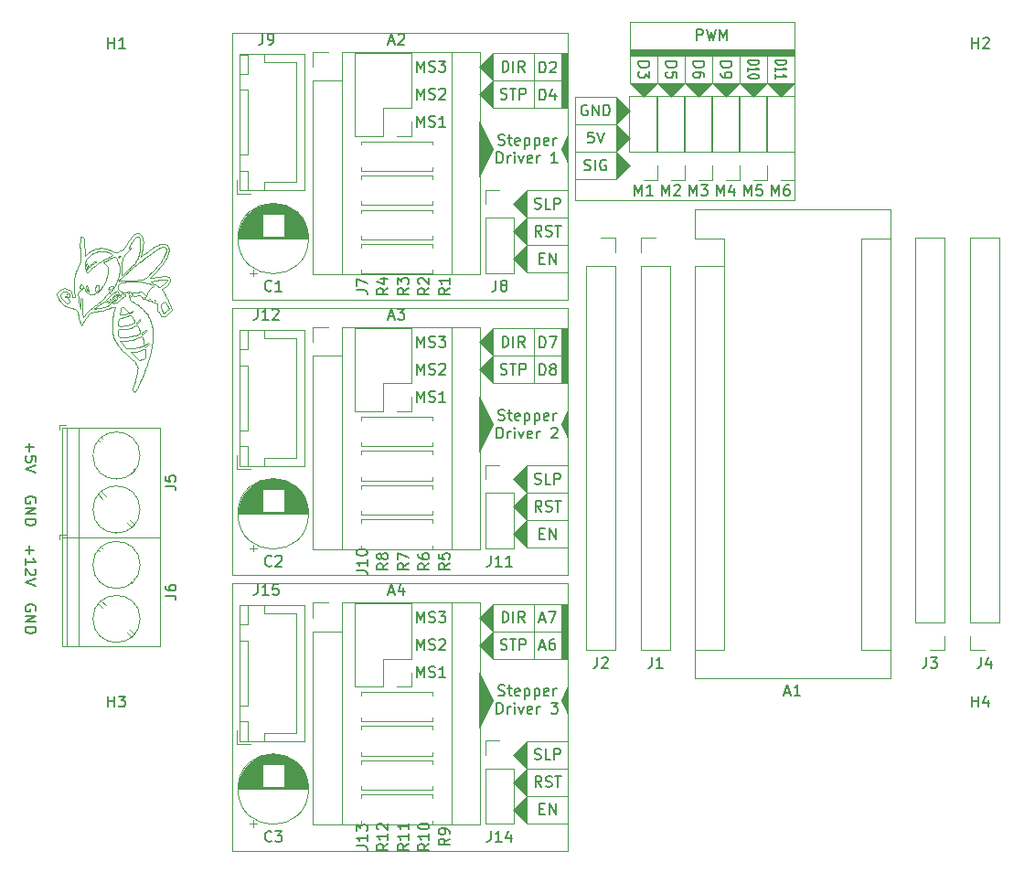
<source format=gto>
G04 #@! TF.GenerationSoftware,KiCad,Pcbnew,5.1.10*
G04 #@! TF.CreationDate,2021-05-19T15:31:35-05:00*
G04 #@! TF.ProjectId,Multiboard,4d756c74-6962-46f6-9172-642e6b696361,rev?*
G04 #@! TF.SameCoordinates,Original*
G04 #@! TF.FileFunction,Legend,Top*
G04 #@! TF.FilePolarity,Positive*
%FSLAX46Y46*%
G04 Gerber Fmt 4.6, Leading zero omitted, Abs format (unit mm)*
G04 Created by KiCad (PCBNEW 5.1.10) date 2021-05-19 15:31:35*
%MOMM*%
%LPD*%
G01*
G04 APERTURE LIST*
%ADD10C,0.100000*%
%ADD11C,0.150000*%
%ADD12C,0.120000*%
%ADD13R,2.600000X2.600000*%
%ADD14C,2.600000*%
%ADD15R,1.700000X1.700000*%
%ADD16O,1.700000X1.700000*%
%ADD17O,1.600000X1.600000*%
%ADD18C,1.600000*%
%ADD19R,1.600000X1.600000*%
%ADD20O,1.950000X1.700000*%
%ADD21C,0.900000*%
%ADD22C,10.600000*%
G04 APERTURE END LIST*
D10*
X121857646Y-85156173D02*
X121732921Y-85222426D01*
X121732921Y-85222426D02*
X121632685Y-85263204D01*
X121632685Y-85263204D02*
X121521955Y-85300843D01*
X121521955Y-85300843D02*
X121403451Y-85334976D01*
X121403451Y-85334976D02*
X121279895Y-85365238D01*
X121279895Y-85365238D02*
X121154006Y-85391264D01*
X121154006Y-85391264D02*
X121028507Y-85412687D01*
X121028507Y-85412687D02*
X120906117Y-85429141D01*
X120906117Y-85429141D02*
X120789557Y-85440262D01*
X120789557Y-85440262D02*
X120681548Y-85445682D01*
X120681548Y-85445682D02*
X120541520Y-85442325D01*
X120541520Y-85442325D02*
X120436037Y-85424085D01*
X120436037Y-85424085D02*
X120361937Y-85357260D01*
X115711111Y-82488510D02*
X115673612Y-82451011D01*
X121566455Y-82302546D02*
X121458692Y-82276659D01*
X121458692Y-82276659D02*
X121357960Y-82266429D01*
X121357960Y-82266429D02*
X121252514Y-82286263D01*
X121252514Y-82286263D02*
X121208320Y-82313715D01*
X120591251Y-82494718D02*
X120687210Y-82438300D01*
X120687210Y-82438300D02*
X120785710Y-82461698D01*
X120785710Y-82461698D02*
X120809193Y-82467619D01*
X121693061Y-81205076D02*
X121591032Y-81207065D01*
X121591032Y-81207065D02*
X121490440Y-81209647D01*
X121490440Y-81209647D02*
X121343516Y-81214540D01*
X121343516Y-81214540D02*
X121203095Y-81220536D01*
X121203095Y-81220536D02*
X121071139Y-81227496D01*
X121071139Y-81227496D02*
X120949613Y-81235283D01*
X120949613Y-81235283D02*
X120840477Y-81243756D01*
X120840477Y-81243756D02*
X120717632Y-81255886D01*
X120717632Y-81255886D02*
X120607050Y-81271923D01*
X120607050Y-81271923D02*
X120558636Y-81285053D01*
X121115137Y-83929551D02*
X121359701Y-84208094D01*
X119652474Y-81804085D02*
X119569704Y-81866480D01*
X119569704Y-81866480D02*
X119499264Y-81937673D01*
X119499264Y-81937673D02*
X119461121Y-82011919D01*
X120433554Y-82561211D02*
X120350963Y-82495338D01*
X120350963Y-82495338D02*
X120241806Y-82487742D01*
X120241806Y-82487742D02*
X120153097Y-82537185D01*
X120153097Y-82537185D02*
X120065127Y-82598140D01*
X119648613Y-82376012D02*
X119686112Y-82413511D01*
X121699808Y-85562777D02*
X121800851Y-85516243D01*
X121800851Y-85516243D02*
X121894788Y-85473942D01*
X121894788Y-85473942D02*
X121993220Y-85430873D01*
X121993220Y-85430873D02*
X122090311Y-85390747D01*
X122090311Y-85390747D02*
X122135274Y-85376011D01*
X123452526Y-81322382D02*
X123558582Y-81289026D01*
X123558582Y-81289026D02*
X123689301Y-81261749D01*
X123689301Y-81261749D02*
X123794628Y-81243229D01*
X123794628Y-81243229D02*
X123910650Y-81224902D01*
X123910650Y-81224902D02*
X124034067Y-81207164D01*
X124034067Y-81207164D02*
X124161579Y-81190411D01*
X124161579Y-81190411D02*
X124289885Y-81175037D01*
X124289885Y-81175037D02*
X124415686Y-81161438D01*
X124415686Y-81161438D02*
X124535680Y-81150010D01*
X124535680Y-81150010D02*
X124646568Y-81141148D01*
X124646568Y-81141148D02*
X124788606Y-81133530D01*
X124788606Y-81133530D02*
X124891591Y-81133911D01*
X124891591Y-81133911D02*
X124944386Y-81143624D01*
X117314537Y-84430651D02*
X117159595Y-84647793D01*
X119461121Y-82011919D02*
X119565722Y-82007485D01*
X119565722Y-82007485D02*
X119572636Y-82001827D01*
X116902173Y-83374187D02*
X116893244Y-83838510D01*
X119929971Y-81764857D02*
X119836701Y-81723383D01*
X119836701Y-81723383D02*
X119736934Y-81754187D01*
X119736934Y-81754187D02*
X119652474Y-81804085D01*
X120065127Y-82598140D02*
X119979396Y-82661699D01*
X119979396Y-82661699D02*
X119902700Y-82728395D01*
X119902700Y-82728395D02*
X119847127Y-82816158D01*
X119847127Y-82816158D02*
X119886201Y-82917696D01*
X119886201Y-82917696D02*
X119947770Y-82975327D01*
X120500863Y-81195161D02*
X120600222Y-81071561D01*
X120600222Y-81071561D02*
X120722016Y-80948464D01*
X120722016Y-80948464D02*
X120797572Y-80876351D01*
X120797572Y-80876351D02*
X120882011Y-80797926D01*
X120882011Y-80797926D02*
X120974663Y-80713736D01*
X120974663Y-80713736D02*
X121074859Y-80624331D01*
X121074859Y-80624331D02*
X121181930Y-80530259D01*
X121181930Y-80530259D02*
X121295209Y-80432067D01*
X121295209Y-80432067D02*
X121414026Y-80330303D01*
X121414026Y-80330303D02*
X121537713Y-80225517D01*
X121537713Y-80225517D02*
X121665600Y-80118256D01*
X121665600Y-80118256D02*
X121797020Y-80009068D01*
X121797020Y-80009068D02*
X121931303Y-79898502D01*
X121931303Y-79898502D02*
X122067781Y-79787105D01*
X122067781Y-79787105D02*
X122205785Y-79675426D01*
X122205785Y-79675426D02*
X122344646Y-79564013D01*
X122344646Y-79564013D02*
X122483696Y-79453414D01*
X122483696Y-79453414D02*
X122622266Y-79344178D01*
X122622266Y-79344178D02*
X122759688Y-79236852D01*
X122759688Y-79236852D02*
X122895292Y-79131985D01*
X122895292Y-79131985D02*
X123028410Y-79030125D01*
X123028410Y-79030125D02*
X123158373Y-78931820D01*
X123158373Y-78931820D02*
X123284512Y-78837619D01*
X123284512Y-78837619D02*
X123406160Y-78748069D01*
X123406160Y-78748069D02*
X123522646Y-78663718D01*
X123522646Y-78663718D02*
X123633303Y-78585116D01*
X123633303Y-78585116D02*
X123737462Y-78512810D01*
X123737462Y-78512810D02*
X123834454Y-78447347D01*
X123834454Y-78447347D02*
X123923610Y-78389278D01*
X120289234Y-82151349D02*
X120353629Y-82229885D01*
X120353629Y-82229885D02*
X120407253Y-82327244D01*
X120407253Y-82327244D02*
X120451413Y-82419186D01*
X115071403Y-82532969D02*
X115120866Y-82423771D01*
X115120866Y-82423771D02*
X115189892Y-82342762D01*
X115189892Y-82342762D02*
X115276645Y-82290535D01*
X115276645Y-82290535D02*
X115379287Y-82267685D01*
X115379287Y-82267685D02*
X115495981Y-82274806D01*
X115495981Y-82274806D02*
X115598219Y-82302482D01*
X115598219Y-82302482D02*
X115679463Y-82336259D01*
X118148612Y-83818611D02*
X118228561Y-83755169D01*
X118228561Y-83755169D02*
X118324021Y-83687964D01*
X118324021Y-83687964D02*
X118422816Y-83621185D01*
X118422816Y-83621185D02*
X118511249Y-83562894D01*
X118511249Y-83562894D02*
X118605568Y-83501958D01*
X118605568Y-83501958D02*
X118703499Y-83439931D01*
X115679463Y-82336259D02*
X115785697Y-82392525D01*
X115785697Y-82392525D02*
X115873671Y-82458613D01*
X115873671Y-82458613D02*
X115927292Y-82551360D01*
X115927292Y-82551360D02*
X115912589Y-82658736D01*
X115912589Y-82658736D02*
X115870863Y-82737803D01*
X125123102Y-83890634D02*
X124898354Y-84070450D01*
X120236600Y-82619774D02*
X120345632Y-82633538D01*
X120345632Y-82633538D02*
X120384643Y-82668508D01*
X123107399Y-87064652D02*
X123201779Y-87004231D01*
X123201779Y-87004231D02*
X123223546Y-87077776D01*
X123223546Y-87077776D02*
X123162681Y-87169531D01*
X123162681Y-87169531D02*
X123093254Y-87254406D01*
X123093254Y-87254406D02*
X123017728Y-87334081D01*
X123017728Y-87334081D02*
X122993058Y-87357227D01*
X120809193Y-82467619D02*
X120924705Y-82499453D01*
X120924705Y-82499453D02*
X121016817Y-82539843D01*
X121016817Y-82539843D02*
X121021222Y-82648462D01*
X121021222Y-82648462D02*
X120950377Y-82725692D01*
X120950377Y-82725692D02*
X120865619Y-82800382D01*
X120865619Y-82800382D02*
X120752561Y-82892162D01*
X120752561Y-82892162D02*
X120660939Y-82964051D01*
X120660939Y-82964051D02*
X120555946Y-83045348D01*
X121066188Y-86481650D02*
X120961915Y-86488262D01*
X120961915Y-86488262D02*
X120828786Y-86495935D01*
X120828786Y-86495935D02*
X120720944Y-86500346D01*
X120720944Y-86500346D02*
X120611338Y-86500060D01*
X120611338Y-86500060D02*
X120505835Y-86483357D01*
X120505835Y-86483357D02*
X120432944Y-86411643D01*
X120432944Y-86411643D02*
X120410962Y-86342126D01*
X122873612Y-82751010D02*
X122911111Y-82788512D01*
X122993058Y-87357227D02*
X122915279Y-87425212D01*
X122915279Y-87425212D02*
X122836112Y-87367120D01*
X122873612Y-82826012D02*
X122836112Y-82788512D01*
X121336111Y-82413511D02*
X121336111Y-82413511D01*
X120684304Y-80112227D02*
X120684304Y-80112227D01*
X121673610Y-82451011D02*
X121711112Y-82488510D01*
X119769491Y-82094755D02*
X119807582Y-82000112D01*
X119807582Y-82000112D02*
X119862329Y-81906847D01*
X119862329Y-81906847D02*
X119933458Y-81851007D01*
X117483440Y-80100971D02*
X117523325Y-80207251D01*
X117523325Y-80207251D02*
X117611962Y-80144906D01*
X117611962Y-80144906D02*
X117617581Y-80022612D01*
X117617581Y-80022612D02*
X117607056Y-79919760D01*
X121636110Y-82488510D02*
X121636110Y-82488510D01*
X118259050Y-79575013D02*
X118340350Y-79516359D01*
X118340350Y-79516359D02*
X118317911Y-79451012D01*
X118261119Y-82010195D02*
X118261119Y-82010195D01*
X123678371Y-81715792D02*
X123441408Y-81932222D01*
X124463837Y-84007041D02*
X124422115Y-83906619D01*
X124422115Y-83906619D02*
X124393831Y-83791415D01*
X124393831Y-83791415D02*
X124378682Y-83670111D01*
X124378682Y-83670111D02*
X124376365Y-83551391D01*
X124376365Y-83551391D02*
X124386576Y-83443937D01*
X124386576Y-83443937D02*
X124416496Y-83338693D01*
X124416496Y-83338693D02*
X124489349Y-83276012D01*
X120060246Y-82864056D02*
X119986106Y-82792951D01*
X122042335Y-85215856D02*
X122052021Y-85112445D01*
X122052021Y-85112445D02*
X122123738Y-85031221D01*
X122123738Y-85031221D02*
X122205596Y-84966455D01*
X122205596Y-84966455D02*
X122289217Y-84910839D01*
X122289217Y-84910839D02*
X122388784Y-84852021D01*
X122388784Y-84852021D02*
X122416148Y-84836836D01*
X121208320Y-82313715D02*
X121093889Y-82351423D01*
X121093889Y-82351423D02*
X120987940Y-82348878D01*
X120987940Y-82348878D02*
X120869429Y-82327595D01*
X120869429Y-82327595D02*
X120747928Y-82290497D01*
X120747928Y-82290497D02*
X120633010Y-82240507D01*
X120633010Y-82240507D02*
X120534248Y-82180547D01*
X120534248Y-82180547D02*
X120448096Y-82096031D01*
X120448096Y-82096031D02*
X120437336Y-82078309D01*
X120536189Y-84293828D02*
X120536189Y-84293828D01*
X117509257Y-82147545D02*
X117509257Y-82147545D01*
X118148612Y-83818617D02*
X118148612Y-83818617D01*
X123323612Y-82976010D02*
X123286112Y-82938510D01*
X119592359Y-83226621D02*
X119592359Y-83226621D01*
X122836112Y-87367120D02*
X122797528Y-87272917D01*
X122797528Y-87272917D02*
X122704863Y-87285853D01*
X117851507Y-82493995D02*
X117980988Y-82504607D01*
X117980988Y-82504607D02*
X118111898Y-82489295D01*
X118111898Y-82489295D02*
X118243069Y-82449588D01*
X118243069Y-82449588D02*
X118373334Y-82387016D01*
X118373334Y-82387016D02*
X118501528Y-82303108D01*
X118501528Y-82303108D02*
X118626484Y-82199394D01*
X118626484Y-82199394D02*
X118747035Y-82077403D01*
X118747035Y-82077403D02*
X118862015Y-81938665D01*
X118862015Y-81938665D02*
X118970257Y-81784709D01*
X118970257Y-81784709D02*
X119070596Y-81617065D01*
X119070596Y-81617065D02*
X119117436Y-81528588D01*
X119117436Y-81528588D02*
X119161864Y-81437262D01*
X119161864Y-81437262D02*
X119203732Y-81343279D01*
X119203732Y-81343279D02*
X119242895Y-81246829D01*
X119242895Y-81246829D02*
X119279207Y-81148105D01*
X119279207Y-81148105D02*
X119312522Y-81047297D01*
X119312522Y-81047297D02*
X119342696Y-80944597D01*
X119342696Y-80944597D02*
X119369580Y-80840195D01*
X119369580Y-80840195D02*
X119393031Y-80734282D01*
X119393031Y-80734282D02*
X119412902Y-80627051D01*
X119412902Y-80627051D02*
X119429047Y-80518692D01*
X119429047Y-80518692D02*
X119441321Y-80409397D01*
X122911111Y-87985654D02*
X122910758Y-88098107D01*
X122910758Y-88098107D02*
X122907898Y-88217505D01*
X122907898Y-88217505D02*
X122896914Y-88325717D01*
X122896914Y-88325717D02*
X122858834Y-88420640D01*
X122858834Y-88420640D02*
X122767032Y-88484069D01*
X122767032Y-88484069D02*
X122674920Y-88518678D01*
X123811111Y-83088511D02*
X123773612Y-83126011D01*
X119592362Y-83226624D02*
X119495915Y-83182904D01*
X119495915Y-83182904D02*
X119403509Y-83132401D01*
X119403509Y-83132401D02*
X119320005Y-83067864D01*
X119320005Y-83067864D02*
X119311111Y-83048979D01*
X120476567Y-80745274D02*
X120438567Y-80875189D01*
X120438567Y-80875189D02*
X120390437Y-81016935D01*
X120390437Y-81016935D02*
X120353573Y-81116172D01*
X120353573Y-81116172D02*
X120313484Y-81217919D01*
X120313484Y-81217919D02*
X120270680Y-81321078D01*
X120270680Y-81321078D02*
X120225672Y-81424549D01*
X120225672Y-81424549D02*
X120178972Y-81527233D01*
X120178972Y-81527233D02*
X120131089Y-81628032D01*
X120131089Y-81628032D02*
X120082534Y-81725846D01*
X120082534Y-81725846D02*
X120033819Y-81819576D01*
X120033819Y-81819576D02*
X119985455Y-81908123D01*
X119985455Y-81908123D02*
X119914682Y-82028822D01*
X119914682Y-82028822D02*
X119847571Y-82131679D01*
X119847571Y-82131679D02*
X119805717Y-82188506D01*
X115556575Y-83257261D02*
X115462474Y-83172758D01*
X115462474Y-83172758D02*
X115377568Y-83090400D01*
X115377568Y-83090400D02*
X115302155Y-83010633D01*
X115302155Y-83010633D02*
X115236534Y-82933903D01*
X115236534Y-82933903D02*
X115164790Y-82837093D01*
X115164790Y-82837093D02*
X115111695Y-82747536D01*
X115111695Y-82747536D02*
X115072634Y-82647402D01*
X115072634Y-82647402D02*
X115067638Y-82547295D01*
X115067638Y-82547295D02*
X115071403Y-82532969D01*
X122537051Y-86182261D02*
X122537040Y-86182261D01*
X119686112Y-82413511D02*
X119648613Y-82451011D01*
X121673610Y-82526010D02*
X121636110Y-82488510D01*
X121529250Y-87851011D02*
X121826431Y-87847723D01*
X122162771Y-86558713D02*
X122278923Y-86502452D01*
X122278923Y-86502452D02*
X122375393Y-86459831D01*
X122375393Y-86459831D02*
X122477339Y-86426029D01*
X122477339Y-86426029D02*
X122584066Y-86429716D01*
X122584066Y-86429716D02*
X122651571Y-86506122D01*
X122651571Y-86506122D02*
X122683791Y-86601599D01*
X122683791Y-86601599D02*
X122712088Y-86735605D01*
X122712088Y-86735605D02*
X122726454Y-86817834D01*
X123773612Y-83126011D02*
X123736112Y-83088511D01*
X118259050Y-79575013D02*
X118259050Y-79575013D01*
X122704863Y-87285853D02*
X122602555Y-87322579D01*
X122602555Y-87322579D02*
X122487347Y-87358828D01*
X122487347Y-87358828D02*
X122362514Y-87393915D01*
X122362514Y-87393915D02*
X122231332Y-87427155D01*
X122231332Y-87427155D02*
X122097074Y-87457863D01*
X122097074Y-87457863D02*
X121963017Y-87485356D01*
X121963017Y-87485356D02*
X121832435Y-87508949D01*
X121832435Y-87508949D02*
X121708602Y-87527956D01*
X121708602Y-87527956D02*
X121594795Y-87541693D01*
X121594795Y-87541693D02*
X121494289Y-87549477D01*
X121494289Y-87549477D02*
X121436291Y-87551020D01*
X122811893Y-86107262D02*
X122737357Y-86183626D01*
X122737357Y-86183626D02*
X122650269Y-86250967D01*
X122650269Y-86250967D02*
X122547406Y-86244176D01*
X122547406Y-86244176D02*
X122537051Y-86182261D01*
X117450368Y-81778480D02*
X117466327Y-81673819D01*
X117466327Y-81673819D02*
X117534201Y-81758238D01*
X117534201Y-81758238D02*
X117572945Y-81873321D01*
X117572945Y-81873321D02*
X117591851Y-81931945D01*
X121336111Y-82413511D02*
X121373611Y-82376012D01*
X123923610Y-78389278D02*
X124011108Y-78334697D01*
X124011108Y-78334697D02*
X124131891Y-78264133D01*
X124131891Y-78264133D02*
X124240848Y-78206987D01*
X124240848Y-78206987D02*
X124338801Y-78163092D01*
X124338801Y-78163092D02*
X124453709Y-78124886D01*
X124453709Y-78124886D02*
X124574859Y-78109225D01*
X124574859Y-78109225D02*
X124674578Y-78128499D01*
X124674578Y-78128499D02*
X124771310Y-78196643D01*
X124771310Y-78196643D02*
X124785427Y-78212688D01*
X118261110Y-82010195D02*
X118272619Y-81905323D01*
X118272619Y-81905323D02*
X118312228Y-81793817D01*
X118312228Y-81793817D02*
X118372245Y-81707044D01*
X118372245Y-81707044D02*
X118457132Y-81649908D01*
X118457132Y-81649908D02*
X118557827Y-81661480D01*
X117372985Y-80211060D02*
X117372985Y-80211060D01*
X118703499Y-83439931D02*
X118825239Y-83363904D01*
X118825239Y-83363904D02*
X118925874Y-83302590D01*
X118925874Y-83302590D02*
X119033246Y-83242223D01*
X119033246Y-83242223D02*
X119135996Y-83198238D01*
X119135996Y-83198238D02*
X119250030Y-83188201D01*
X119250030Y-83188201D02*
X119350297Y-83219933D01*
X119350297Y-83219933D02*
X119433066Y-83258125D01*
X121164817Y-86799108D02*
X121282435Y-86790019D01*
X121282435Y-86790019D02*
X121392286Y-86778819D01*
X121392286Y-86778819D02*
X121495335Y-86765277D01*
X121495335Y-86765277D02*
X121623823Y-86743173D01*
X121623823Y-86743173D02*
X121744224Y-86715939D01*
X121744224Y-86715939D02*
X121858827Y-86683024D01*
X121858827Y-86683024D02*
X121969920Y-86643877D01*
X121969920Y-86643877D02*
X122079792Y-86597945D01*
X122079792Y-86597945D02*
X122162771Y-86558713D01*
X122105363Y-79408994D02*
X122020791Y-79521660D01*
X122020791Y-79521660D02*
X121948431Y-79603062D01*
X121948431Y-79603062D02*
X121860235Y-79697175D01*
X121860235Y-79697175D02*
X121759365Y-79801000D01*
X121759365Y-79801000D02*
X121648984Y-79911537D01*
X121648984Y-79911537D02*
X121532252Y-80025785D01*
X121532252Y-80025785D02*
X121412331Y-80140744D01*
X121412331Y-80140744D02*
X121292382Y-80253414D01*
X121292382Y-80253414D02*
X121175567Y-80360796D01*
X121175567Y-80360796D02*
X121065047Y-80459888D01*
X121065047Y-80459888D02*
X120963984Y-80547692D01*
X120963984Y-80547692D02*
X120875539Y-80621205D01*
X120875539Y-80621205D02*
X120773447Y-80698121D01*
X120773447Y-80698121D02*
X120717529Y-80726010D01*
X122416148Y-84836836D02*
X122431640Y-84936658D01*
X122431640Y-84936658D02*
X122393896Y-84990062D01*
X122779862Y-87590620D02*
X122881672Y-87601426D01*
X122881672Y-87601426D02*
X122904157Y-87706640D01*
X122904157Y-87706640D02*
X122909705Y-87823054D01*
X122909705Y-87823054D02*
X122911065Y-87949150D01*
X122911065Y-87949150D02*
X122911111Y-87985654D01*
X122411893Y-86122699D02*
X122325132Y-86181710D01*
X122325132Y-86181710D02*
X122202510Y-86240039D01*
X122202510Y-86240039D02*
X122090796Y-86282327D01*
X122090796Y-86282327D02*
X121965106Y-86322579D01*
X121965106Y-86322579D02*
X121828096Y-86360086D01*
X121828096Y-86360086D02*
X121682421Y-86394139D01*
X121682421Y-86394139D02*
X121581802Y-86414573D01*
X121581802Y-86414573D02*
X121479300Y-86432947D01*
X121479300Y-86432947D02*
X121375700Y-86449052D01*
X121375700Y-86449052D02*
X121271790Y-86462677D01*
X121271790Y-86462677D02*
X121168357Y-86473613D01*
X121168357Y-86473613D02*
X121066188Y-86481650D01*
X123361111Y-82938510D02*
X123323612Y-82976010D01*
X122674920Y-88518678D02*
X122556942Y-88557978D01*
X122556942Y-88557978D02*
X122440090Y-88584987D01*
X122440090Y-88584987D02*
X122323536Y-88576952D01*
X122323536Y-88576952D02*
X122227249Y-88529433D01*
X122227249Y-88529433D02*
X122139184Y-88460328D01*
X122139184Y-88460328D02*
X122061291Y-88388326D01*
X122061291Y-88388326D02*
X121969384Y-88297577D01*
X121969384Y-88297577D02*
X121898610Y-88226015D01*
X115636112Y-82488510D02*
X115673612Y-82526010D01*
X123286112Y-82938510D02*
X123323612Y-82901011D01*
X120437336Y-82078309D02*
X120396252Y-81985809D01*
X120396252Y-81985809D02*
X120366991Y-81870338D01*
X120366991Y-81870338D02*
X120361643Y-81759249D01*
X120361643Y-81759249D02*
X120379527Y-81657054D01*
X120379527Y-81657054D02*
X120430695Y-81552513D01*
X120430695Y-81552513D02*
X120513158Y-81475074D01*
X120513158Y-81475074D02*
X120529862Y-81465351D01*
X120572996Y-86838512D02*
X121164817Y-86799108D01*
X115556583Y-83257272D02*
X115556575Y-83257261D01*
X115861118Y-83188178D02*
X115836812Y-83295487D01*
X115836812Y-83295487D02*
X115749190Y-83347178D01*
X115749190Y-83347178D02*
X115646154Y-83319658D01*
X115646154Y-83319658D02*
X115556583Y-83257272D01*
X123323612Y-82901011D02*
X123361111Y-82938510D01*
X119440575Y-79132063D02*
X119325912Y-79187344D01*
X119325912Y-79187344D02*
X119210272Y-79246252D01*
X119210272Y-79246252D02*
X119094239Y-79308391D01*
X119094239Y-79308391D02*
X118978393Y-79373368D01*
X118978393Y-79373368D02*
X118863320Y-79440788D01*
X118863320Y-79440788D02*
X118749601Y-79510257D01*
X118749601Y-79510257D02*
X118637820Y-79581382D01*
X118637820Y-79581382D02*
X118528559Y-79653767D01*
X118528559Y-79653767D02*
X118422401Y-79727020D01*
X118422401Y-79727020D02*
X118319929Y-79800746D01*
X118319929Y-79800746D02*
X118221726Y-79874550D01*
X118221726Y-79874550D02*
X118128375Y-79948040D01*
X118128375Y-79948040D02*
X118040460Y-80020820D01*
X118040460Y-80020820D02*
X117958561Y-80092497D01*
X117958561Y-80092497D02*
X117883264Y-80162677D01*
X117883264Y-80162677D02*
X117815150Y-80230965D01*
X121636110Y-82488510D02*
X121673610Y-82451011D01*
X119252023Y-79765862D02*
X119022482Y-79551435D01*
X117457074Y-79676012D02*
X117378660Y-79739131D01*
X117378660Y-79739131D02*
X117390908Y-79795478D01*
X120845491Y-87194771D02*
X120845491Y-87194771D01*
X115696674Y-82725869D02*
X115614257Y-82668346D01*
X115614257Y-82668346D02*
X115512397Y-82665446D01*
X115512397Y-82665446D02*
X115479526Y-82681680D01*
X117815150Y-80230965D02*
X117736324Y-80311039D01*
X117736324Y-80311039D02*
X117662602Y-80381679D01*
X117662602Y-80381679D02*
X117579589Y-80454728D01*
X117579589Y-80454728D02*
X117508271Y-80501010D01*
X122042326Y-85215856D02*
X122042326Y-85215856D01*
X115673612Y-82526010D02*
X115711111Y-82488510D01*
X122011111Y-81306786D02*
X122117845Y-81309189D01*
X122117845Y-81309189D02*
X122253356Y-81321035D01*
X122253356Y-81321035D02*
X122355918Y-81333442D01*
X122355918Y-81333442D02*
X122465621Y-81348942D01*
X122465621Y-81348942D02*
X122580206Y-81367093D01*
X122580206Y-81367093D02*
X122697413Y-81387454D01*
X122697413Y-81387454D02*
X122814984Y-81409582D01*
X122814984Y-81409582D02*
X122930658Y-81433037D01*
X122930658Y-81433037D02*
X123042177Y-81457377D01*
X123042177Y-81457377D02*
X123147280Y-81482160D01*
X123147280Y-81482160D02*
X123287964Y-81519200D01*
X123287964Y-81519200D02*
X123401505Y-81554754D01*
X123401505Y-81554754D02*
X123497492Y-81597272D01*
X122353004Y-77234095D02*
X122401455Y-77337734D01*
X122401455Y-77337734D02*
X122432185Y-77487527D01*
X122432185Y-77487527D02*
X122443322Y-77608687D01*
X122443322Y-77608687D02*
X122447324Y-77743844D01*
X122447324Y-77743844D02*
X122444489Y-77890392D01*
X122444489Y-77890392D02*
X122435112Y-78045725D01*
X122435112Y-78045725D02*
X122419493Y-78207236D01*
X122419493Y-78207236D02*
X122397925Y-78372319D01*
X122397925Y-78372319D02*
X122370708Y-78538369D01*
X122370708Y-78538369D02*
X122338137Y-78702777D01*
X122338137Y-78702777D02*
X122300508Y-78862939D01*
X122300508Y-78862939D02*
X122258120Y-79016248D01*
X122258120Y-79016248D02*
X122211269Y-79160098D01*
X122211269Y-79160098D02*
X122160251Y-79291881D01*
X122160251Y-79291881D02*
X122105363Y-79408994D01*
X121898610Y-88226015D02*
X121898610Y-88226015D01*
X119753911Y-83157011D02*
X119833256Y-83220028D01*
X119833256Y-83220028D02*
X119932246Y-83243984D01*
X119932246Y-83243984D02*
X120029830Y-83202721D01*
X120029830Y-83202721D02*
X120053913Y-83188092D01*
X119790685Y-83043579D02*
X119713005Y-82978169D01*
X119713005Y-82978169D02*
X119622039Y-82935378D01*
X119622039Y-82935378D02*
X119611096Y-82951315D01*
X117159595Y-84647793D02*
X117111001Y-84243153D01*
X119611096Y-82951315D02*
X119653048Y-83043272D01*
X119653048Y-83043272D02*
X119718328Y-83122390D01*
X119718328Y-83122390D02*
X119753911Y-83157011D01*
X120717529Y-80726010D02*
X120703526Y-80620815D01*
X120703526Y-80620815D02*
X120696685Y-80502067D01*
X120696685Y-80502067D02*
X120691512Y-80377716D01*
X120691512Y-80377716D02*
X120687911Y-80265153D01*
X120687911Y-80265153D02*
X120684934Y-80143688D01*
X120684934Y-80143688D02*
X120684304Y-80112227D01*
X119433066Y-83258125D02*
X119526388Y-83306175D01*
X119526388Y-83306175D02*
X119608645Y-83366986D01*
X119608645Y-83366986D02*
X119605405Y-83470111D01*
X119605405Y-83470111D02*
X119599619Y-83477357D01*
X117046122Y-81911014D02*
X116960653Y-81980058D01*
X116960653Y-81980058D02*
X116858234Y-81959893D01*
X116858234Y-81959893D02*
X116845389Y-81856258D01*
X116845389Y-81856258D02*
X116849891Y-81800548D01*
X115493246Y-82749873D02*
X115604731Y-82782333D01*
X115604731Y-82782333D02*
X115697258Y-82851264D01*
X115697258Y-82851264D02*
X115765017Y-82929115D01*
X115765017Y-82929115D02*
X115818454Y-83018587D01*
X115818454Y-83018587D02*
X115852108Y-83113181D01*
X115852108Y-83113181D02*
X115861118Y-83188178D01*
X119947770Y-82975327D02*
X120011138Y-83056357D01*
X120011138Y-83056357D02*
X120014860Y-83140150D01*
X116690099Y-82563512D02*
X116691929Y-82456679D01*
X116691929Y-82456679D02*
X116708495Y-82344333D01*
X116708495Y-82344333D02*
X116756565Y-82251488D01*
X116756565Y-82251488D02*
X116832910Y-82184397D01*
X116832910Y-82184397D02*
X116911598Y-82135750D01*
X119441321Y-80409397D02*
X119450604Y-80304698D01*
X119450604Y-80304698D02*
X119457654Y-80190842D01*
X119457654Y-80190842D02*
X119455302Y-80081052D01*
X119455302Y-80081052D02*
X119431340Y-79980800D01*
X119431340Y-79980800D02*
X119378418Y-79894863D01*
X119378418Y-79894863D02*
X119307693Y-79818870D01*
X119307693Y-79818870D02*
X119252023Y-79765862D01*
X124489349Y-83276012D02*
X124589978Y-83256308D01*
X124589978Y-83256308D02*
X124665009Y-83231431D01*
X122836112Y-82788512D02*
X122873612Y-82751010D01*
X121398641Y-78415604D02*
X121483624Y-78335270D01*
X121483624Y-78335270D02*
X121556556Y-78260956D01*
X121556556Y-78260956D02*
X121542360Y-78217981D01*
X120558636Y-81285053D02*
X120463644Y-81316374D01*
X120463644Y-81316374D02*
X120488247Y-81219048D01*
X120488247Y-81219048D02*
X120500863Y-81195166D01*
X117372985Y-80211060D02*
X117339700Y-80092065D01*
X117339700Y-80092065D02*
X117315190Y-79984564D01*
X117315190Y-79984564D02*
X117296658Y-79855632D01*
X117296658Y-79855632D02*
X117294924Y-79738790D01*
X117294924Y-79738790D02*
X117310674Y-79629271D01*
X117310674Y-79629271D02*
X117344592Y-79522306D01*
X117344592Y-79522306D02*
X117397366Y-79413128D01*
X117397366Y-79413128D02*
X117449732Y-79326924D01*
X117449732Y-79326924D02*
X117513379Y-79234782D01*
X123094272Y-82412338D02*
X123049979Y-82514721D01*
X123049979Y-82514721D02*
X123006504Y-82607310D01*
X123006504Y-82607310D02*
X122964913Y-82676022D01*
X119599619Y-83477357D02*
X119497259Y-83544428D01*
X119497259Y-83544428D02*
X119381274Y-83594708D01*
X119381274Y-83594708D02*
X119277243Y-83632871D01*
X119277243Y-83632871D02*
X119163895Y-83669795D01*
X119163895Y-83669795D02*
X119045992Y-83704014D01*
X119045992Y-83704014D02*
X118928296Y-83734064D01*
X118928296Y-83734064D02*
X118815569Y-83758480D01*
X118815569Y-83758480D02*
X118712573Y-83775796D01*
X118712573Y-83775796D02*
X118598612Y-83785310D01*
X117061763Y-83327835D02*
X117059968Y-83214372D01*
X117059968Y-83214372D02*
X117051784Y-83074269D01*
X117051784Y-83074269D02*
X117038233Y-82969920D01*
X117038233Y-82969920D02*
X117007472Y-82874370D01*
X117007472Y-82874370D02*
X116938270Y-82970460D01*
X116938270Y-82970460D02*
X116921489Y-83072220D01*
X116921489Y-83072220D02*
X116908997Y-83206929D01*
X116908997Y-83206929D02*
X116903732Y-83314842D01*
X116903732Y-83314842D02*
X116902173Y-83374187D01*
X123497492Y-81597272D02*
X123678371Y-81715792D01*
X115479526Y-82681680D02*
X115493246Y-82749873D01*
X123694576Y-81540962D02*
X123603135Y-81492725D01*
X123603135Y-81492725D02*
X123507346Y-81432931D01*
X123507346Y-81432931D02*
X123435864Y-81359986D01*
X123435864Y-81359986D02*
X123452526Y-81322382D01*
X119648613Y-82451011D02*
X119611110Y-82413511D01*
X115870863Y-82737803D02*
X115783506Y-82793118D01*
X115783506Y-82793118D02*
X115696674Y-82725869D01*
X122704573Y-82434870D02*
X122704573Y-82434856D01*
X120529862Y-81465351D02*
X120624459Y-81431739D01*
X120624459Y-81431739D02*
X120741614Y-81406673D01*
X120741614Y-81406673D02*
X120852159Y-81389099D01*
X120852159Y-81389099D02*
X120981058Y-81372691D01*
X120981058Y-81372691D02*
X121127336Y-81357554D01*
X121127336Y-81357554D02*
X121234029Y-81348220D01*
X121234029Y-81348220D02*
X121347724Y-81339529D01*
X121347724Y-81339529D02*
X121468131Y-81331510D01*
X121468131Y-81331510D02*
X121594963Y-81324196D01*
X121594963Y-81324196D02*
X121727929Y-81317616D01*
X121727929Y-81317616D02*
X121866741Y-81311802D01*
X121866741Y-81311802D02*
X122011111Y-81306786D01*
X124944386Y-81143624D02*
X124929881Y-81259950D01*
X124929881Y-81259950D02*
X124872602Y-81342199D01*
X124872602Y-81342199D02*
X124792707Y-81433740D01*
X124792707Y-81433740D02*
X124721623Y-81504455D01*
X124721623Y-81504455D02*
X124643838Y-81573791D01*
X124643838Y-81573791D02*
X124561934Y-81638916D01*
X124561934Y-81638916D02*
X124478489Y-81696998D01*
X124478489Y-81696998D02*
X124396086Y-81745207D01*
X119201357Y-78551582D02*
X119307464Y-78576730D01*
X119307464Y-78576730D02*
X119413881Y-78607657D01*
X119413881Y-78607657D02*
X119516052Y-78642626D01*
X119516052Y-78642626D02*
X119609419Y-78679901D01*
X119609419Y-78679901D02*
X119703420Y-78725229D01*
X119703420Y-78725229D02*
X119770304Y-78768375D01*
X122964913Y-82676022D02*
X122880526Y-82605183D01*
X122880526Y-82605183D02*
X122799722Y-82528504D01*
X122799722Y-82528504D02*
X122716959Y-82447231D01*
X122716959Y-82447231D02*
X122704573Y-82434870D01*
X120500863Y-81195166D02*
X120500863Y-81195166D01*
X119611110Y-82413511D02*
X119648613Y-82376012D01*
X121898610Y-88226012D02*
X121529250Y-87851011D01*
X118557827Y-81661480D02*
X118616450Y-81747789D01*
X118616450Y-81747789D02*
X118633521Y-81863844D01*
X118633521Y-81863844D02*
X118623247Y-81972454D01*
X118623247Y-81972454D02*
X118590415Y-82071982D01*
X118590415Y-82071982D02*
X118546120Y-82136011D01*
X123773612Y-83051012D02*
X123811111Y-83088511D01*
X124898354Y-84070450D02*
X124818895Y-84132134D01*
X124818895Y-84132134D02*
X124737229Y-84191287D01*
X124737229Y-84191287D02*
X124651284Y-84244859D01*
X124651284Y-84244859D02*
X124634411Y-84250640D01*
X121411110Y-84263050D02*
X121478394Y-84185838D01*
X121478394Y-84185838D02*
X121564888Y-84132014D01*
X121564888Y-84132014D02*
X121615916Y-84106773D01*
X120253580Y-82844774D02*
X120316068Y-82923944D01*
X120316068Y-82923944D02*
X120307627Y-82812106D01*
X120307627Y-82812106D02*
X120271778Y-82713642D01*
X120271778Y-82713642D02*
X120236600Y-82619774D01*
X117111001Y-84243153D02*
X117098872Y-84126185D01*
X117098872Y-84126185D02*
X117089917Y-84017569D01*
X117089917Y-84017569D02*
X117081845Y-83899650D01*
X117081845Y-83899650D02*
X117074858Y-83776181D01*
X117074858Y-83776181D02*
X117069158Y-83650917D01*
X117069158Y-83650917D02*
X117064946Y-83527612D01*
X117064946Y-83527612D02*
X117062424Y-83410020D01*
X117062424Y-83410020D02*
X117061763Y-83327835D01*
X121373611Y-82376012D02*
X121411110Y-82413511D01*
X117513379Y-79234782D02*
X117594192Y-79130043D01*
X117594192Y-79130043D02*
X117679039Y-79033277D01*
X117679039Y-79033277D02*
X117767759Y-78944546D01*
X117767759Y-78944546D02*
X117860195Y-78863915D01*
X117860195Y-78863915D02*
X117956188Y-78791449D01*
X117956188Y-78791449D02*
X118055578Y-78727212D01*
X118055578Y-78727212D02*
X118158206Y-78671268D01*
X118158206Y-78671268D02*
X118263913Y-78623681D01*
X118263913Y-78623681D02*
X118372541Y-78584516D01*
X118372541Y-78584516D02*
X118483931Y-78553838D01*
X118483931Y-78553838D02*
X118597923Y-78531710D01*
X118597923Y-78531710D02*
X118714358Y-78518197D01*
X118714358Y-78518197D02*
X118833078Y-78513364D01*
X118833078Y-78513364D02*
X118953924Y-78517274D01*
X118953924Y-78517274D02*
X119076736Y-78529991D01*
X119076736Y-78529991D02*
X119201357Y-78551582D01*
X120684304Y-80112227D02*
X120684041Y-79975252D01*
X120684041Y-79975252D02*
X120688775Y-79844758D01*
X120688775Y-79844758D02*
X120698717Y-79720240D01*
X120698717Y-79720240D02*
X120714081Y-79601193D01*
X120714081Y-79601193D02*
X120735078Y-79487112D01*
X120735078Y-79487112D02*
X120761921Y-79377493D01*
X120761921Y-79377493D02*
X120794822Y-79271829D01*
X120794822Y-79271829D02*
X120833995Y-79169618D01*
X120833995Y-79169618D02*
X120879651Y-79070353D01*
X120879651Y-79070353D02*
X120932004Y-78973530D01*
X120932004Y-78973530D02*
X120991265Y-78878644D01*
X120991265Y-78878644D02*
X121057648Y-78785191D01*
X121057648Y-78785191D02*
X121131364Y-78692665D01*
X121131364Y-78692665D02*
X121212626Y-78600562D01*
X121212626Y-78600562D02*
X121301648Y-78508376D01*
X121301648Y-78508376D02*
X121398641Y-78415604D01*
X124952138Y-83538744D02*
X125123102Y-83890634D01*
X117607056Y-79919760D02*
X117607056Y-79919760D01*
X121411110Y-82413511D02*
X121373611Y-82451011D01*
X119572636Y-82001827D02*
X119619893Y-82092723D01*
X119619893Y-82092723D02*
X119601682Y-82145850D01*
X123441408Y-81932222D02*
X123366169Y-82008305D01*
X123366169Y-82008305D02*
X123290276Y-82098206D01*
X123290276Y-82098206D02*
X123229999Y-82178884D01*
X123229999Y-82178884D02*
X123165386Y-82276856D01*
X123165386Y-82276856D02*
X123113735Y-82369815D01*
X123113735Y-82369815D02*
X123094272Y-82412338D01*
X118598612Y-83785310D02*
X118493739Y-83793862D01*
X118493739Y-83793862D02*
X118391465Y-83810535D01*
X118391465Y-83810535D02*
X118291304Y-83833075D01*
X118291304Y-83833075D02*
X118261113Y-83841436D01*
X124634411Y-84250640D02*
X124562271Y-84170769D01*
X124562271Y-84170769D02*
X124504561Y-84079368D01*
X124504561Y-84079368D02*
X124463831Y-84007041D01*
X117508271Y-80501010D02*
X117448563Y-80415837D01*
X117448563Y-80415837D02*
X117405725Y-80310489D01*
X117405725Y-80310489D02*
X117372985Y-80211060D01*
X120384643Y-82668508D02*
X120468312Y-82741913D01*
X120468312Y-82741913D02*
X120556807Y-82796822D01*
X120556807Y-82796822D02*
X120630044Y-82723803D01*
X121373611Y-82451011D02*
X121336111Y-82413511D01*
X119611110Y-82413511D02*
X119611110Y-82413511D01*
X120084992Y-82946932D02*
X120060246Y-82864056D01*
X119770304Y-78768375D02*
X119850617Y-78840159D01*
X119850617Y-78840159D02*
X119819323Y-78940656D01*
X119819323Y-78940656D02*
X119722892Y-78996616D01*
X119722892Y-78996616D02*
X119602870Y-79055688D01*
X119602870Y-79055688D02*
X119485321Y-79111115D01*
X119485321Y-79111115D02*
X119440575Y-79132063D01*
X120211097Y-83028544D02*
X120123351Y-83021401D01*
X118546120Y-82136011D02*
X118461334Y-82202338D01*
X118461334Y-82202338D02*
X118354454Y-82221000D01*
X118354454Y-82221000D02*
X118283502Y-82147776D01*
X118283502Y-82147776D02*
X118261489Y-82030976D01*
X118261489Y-82030976D02*
X118261119Y-82010195D01*
X120123351Y-83021401D02*
X120084992Y-82946932D01*
X120845491Y-87194762D02*
X120572996Y-86838512D01*
X121639838Y-84571465D02*
X121710976Y-84660455D01*
X121710976Y-84660455D02*
X121771325Y-84741583D01*
X121771325Y-84741583D02*
X121835185Y-84837997D01*
X121835185Y-84837997D02*
X121888664Y-84940532D01*
X121888664Y-84940532D02*
X121914819Y-85038879D01*
X121914819Y-85038879D02*
X121877989Y-85140454D01*
X121877989Y-85140454D02*
X121857646Y-85156173D01*
X117180379Y-81827874D02*
X117233402Y-81937370D01*
X117233402Y-81937370D02*
X117287780Y-82036445D01*
X117287780Y-82036445D02*
X117343752Y-82125337D01*
X117343752Y-82125337D02*
X117421276Y-82228428D01*
X117421276Y-82228428D02*
X117502628Y-82314403D01*
X117502628Y-82314403D02*
X117588378Y-82383825D01*
X117588378Y-82383825D02*
X117679094Y-82437259D01*
X117679094Y-82437259D02*
X117775344Y-82475269D01*
X117775344Y-82475269D02*
X117851507Y-82493995D01*
X124076338Y-81780424D02*
X123994044Y-81712086D01*
X123994044Y-81712086D02*
X123905256Y-81655908D01*
X123905256Y-81655908D02*
X123813189Y-81603174D01*
X123813189Y-81603174D02*
X123711965Y-81549710D01*
X123711965Y-81549710D02*
X123694576Y-81540962D01*
X124076338Y-81780424D02*
X124076338Y-81780424D01*
X120407830Y-84991009D02*
X120427157Y-84889755D01*
X120427157Y-84889755D02*
X120461900Y-84792547D01*
X120461900Y-84792547D02*
X120542395Y-84722724D01*
X120542395Y-84722724D02*
X120652159Y-84693254D01*
X120652159Y-84693254D02*
X120740000Y-84680000D01*
X115711111Y-82488510D02*
X115711111Y-82488510D01*
X120361937Y-85357260D02*
X120361937Y-85357260D01*
X119550095Y-79266459D02*
X119651161Y-79211714D01*
X119651161Y-79211714D02*
X119778774Y-79143577D01*
X119778774Y-79143577D02*
X119881620Y-79093136D01*
X119881620Y-79093136D02*
X119988030Y-79055200D01*
X119988030Y-79055200D02*
X120103583Y-79066109D01*
X120103583Y-79066109D02*
X120182500Y-79142639D01*
X120182500Y-79142639D02*
X120249322Y-79251458D01*
X120249322Y-79251458D02*
X120308620Y-79362448D01*
X120308620Y-79362448D02*
X120355035Y-79451006D01*
X121679291Y-84169736D02*
X121600368Y-84247672D01*
X121600368Y-84247672D02*
X121509626Y-84310307D01*
X121509626Y-84310307D02*
X121412519Y-84281973D01*
X121412519Y-84281973D02*
X121411110Y-84263050D01*
X121141657Y-84301170D02*
X121023970Y-84344657D01*
X121023970Y-84344657D02*
X120908151Y-84375335D01*
X120908151Y-84375335D02*
X120799267Y-84393264D01*
X120799267Y-84393264D02*
X120680632Y-84397842D01*
X120680632Y-84397842D02*
X120576955Y-84377335D01*
X120576955Y-84377335D02*
X120536189Y-84293828D01*
X119601682Y-82145850D02*
X119556894Y-82245084D01*
X119556894Y-82245084D02*
X119487595Y-82360008D01*
X119487595Y-82360008D02*
X119429373Y-82443632D01*
X119429373Y-82443632D02*
X119362648Y-82531664D01*
X119362648Y-82531664D02*
X119288378Y-82623079D01*
X119288378Y-82623079D02*
X119207518Y-82716852D01*
X119207518Y-82716852D02*
X119121026Y-82811956D01*
X119121026Y-82811956D02*
X119029858Y-82907365D01*
X119029858Y-82907365D02*
X118934970Y-83002055D01*
X118934970Y-83002055D02*
X118837320Y-83094998D01*
X118837320Y-83094998D02*
X118737864Y-83185170D01*
X118737864Y-83185170D02*
X118637558Y-83271543D01*
X118637558Y-83271543D02*
X118537359Y-83353094D01*
X118537359Y-83353094D02*
X118438224Y-83428795D01*
X118438224Y-83428795D02*
X118341110Y-83497622D01*
X120014860Y-83140150D02*
X119914978Y-83134228D01*
X119914978Y-83134228D02*
X119827680Y-83076008D01*
X119827680Y-83076008D02*
X119790685Y-83043579D01*
X122911111Y-82788512D02*
X122873612Y-82826012D01*
X121411110Y-84263050D02*
X121411110Y-84263050D01*
X116911598Y-82135750D02*
X116998776Y-82078764D01*
X116998776Y-82078764D02*
X117077615Y-82010566D01*
X117077615Y-82010566D02*
X117134957Y-81924686D01*
X117134957Y-81924686D02*
X117136122Y-81914500D01*
X123736112Y-83088511D02*
X123773612Y-83051012D01*
X120410962Y-86342126D02*
X120388095Y-86232180D01*
X120388095Y-86232180D02*
X120373733Y-86129178D01*
X120373733Y-86129178D02*
X120364597Y-86026483D01*
X120364597Y-86026483D02*
X120362136Y-85957261D01*
X116893244Y-83838510D02*
X116793183Y-83351011D01*
X120053913Y-83188092D02*
X120135259Y-83128371D01*
X120135259Y-83128371D02*
X120203999Y-83051178D01*
X120203999Y-83051178D02*
X120211097Y-83028544D01*
X122704573Y-82434856D02*
X122624032Y-82357435D01*
X122624032Y-82357435D02*
X122546356Y-82293171D01*
X122546356Y-82293171D02*
X122450812Y-82250044D01*
X122450812Y-82250044D02*
X122372265Y-82284858D01*
X120362136Y-85957261D02*
X120367283Y-85850638D01*
X120367283Y-85850638D02*
X120434363Y-85773266D01*
X120434363Y-85773266D02*
X120538355Y-85755871D01*
X120538355Y-85755871D02*
X120645117Y-85751552D01*
X120645117Y-85751552D02*
X120748554Y-85750490D01*
X120748554Y-85750490D02*
X120829861Y-85750278D01*
X123736112Y-83088511D02*
X123736112Y-83088511D01*
X117607056Y-79919760D02*
X117583459Y-79818712D01*
X117583459Y-79818712D02*
X117539051Y-79726948D01*
X117539051Y-79726948D02*
X117457074Y-79676012D01*
X119933458Y-81851007D02*
X119929971Y-81764857D01*
X122687512Y-81188805D02*
X121693061Y-81205076D01*
X119022482Y-79551435D02*
X119550095Y-79266459D01*
X122836112Y-82788512D02*
X122836112Y-82788512D01*
X124463831Y-84007041D02*
X124463831Y-84007041D01*
X121359701Y-84208094D02*
X121141657Y-84301170D01*
X121826431Y-87847723D02*
X121949554Y-87841428D01*
X121949554Y-87841428D02*
X122049773Y-87828753D01*
X122049773Y-87828753D02*
X122154121Y-87808588D01*
X122154121Y-87808588D02*
X122264997Y-87780284D01*
X122264997Y-87780284D02*
X122384798Y-87743195D01*
X122384798Y-87743195D02*
X122481950Y-87709224D01*
X122481950Y-87709224D02*
X122586484Y-87669674D01*
X122586484Y-87669674D02*
X122699413Y-87624273D01*
X122699413Y-87624273D02*
X122779862Y-87590620D01*
X120829861Y-85750278D02*
X120953163Y-85747630D01*
X120953163Y-85747630D02*
X121068593Y-85739845D01*
X121068593Y-85739845D02*
X121178006Y-85726522D01*
X121178006Y-85726522D02*
X121283260Y-85707259D01*
X121283260Y-85707259D02*
X121386210Y-85681654D01*
X121386210Y-85681654D02*
X121488714Y-85649306D01*
X121488714Y-85649306D02*
X121592627Y-85609814D01*
X121592627Y-85609814D02*
X121699808Y-85562777D01*
X120536189Y-84293837D02*
X120567753Y-84188120D01*
X120567753Y-84188120D02*
X120592470Y-84086679D01*
X120592470Y-84086679D02*
X120613741Y-83988955D01*
X120613741Y-83988955D02*
X120627560Y-83918836D01*
X122393896Y-84990062D02*
X122322789Y-85086975D01*
X122322789Y-85086975D02*
X122248574Y-85178106D01*
X122248574Y-85178106D02*
X122167177Y-85252803D01*
X122167177Y-85252803D02*
X122062080Y-85242975D01*
X122062080Y-85242975D02*
X122042326Y-85215856D01*
X120361937Y-85357260D02*
X120371465Y-85246940D01*
X120371465Y-85246940D02*
X120384418Y-85145656D01*
X120384418Y-85145656D02*
X120400986Y-85033449D01*
X120400986Y-85033449D02*
X120407830Y-84991009D01*
X119986106Y-82792951D02*
X120012723Y-82696450D01*
X120012723Y-82696450D02*
X120115513Y-82704579D01*
X120115513Y-82704579D02*
X120200080Y-82779405D01*
X120200080Y-82779405D02*
X120253580Y-82844774D01*
X121436291Y-87551020D02*
X121315673Y-87547806D01*
X121315673Y-87547806D02*
X121203444Y-87529567D01*
X121203444Y-87529567D02*
X121110190Y-87485694D01*
X121110190Y-87485694D02*
X121018452Y-87405659D01*
X121018452Y-87405659D02*
X120949513Y-87327013D01*
X120949513Y-87327013D02*
X120868313Y-87224495D01*
X120868313Y-87224495D02*
X120845491Y-87194771D01*
X121264712Y-84522956D02*
X121356938Y-84478501D01*
X121356938Y-84478501D02*
X121459036Y-84444928D01*
X121459036Y-84444928D02*
X121557732Y-84480660D01*
X121557732Y-84480660D02*
X121627851Y-84556968D01*
X121627851Y-84556968D02*
X121639838Y-84571465D01*
X120451413Y-82419186D02*
X120497983Y-82522952D01*
X120497983Y-82522952D02*
X120535453Y-82618321D01*
X120535453Y-82618321D02*
X120445847Y-82572317D01*
X120445847Y-82572317D02*
X120433554Y-82561211D01*
X121615916Y-84106773D02*
X121709713Y-84064661D01*
X121709713Y-84064661D02*
X121679291Y-84169736D01*
X121542360Y-78217981D02*
X121450724Y-78269271D01*
X121450724Y-78269271D02*
X121350437Y-78271330D01*
X121350437Y-78271330D02*
X121381117Y-78175040D01*
X121381117Y-78175040D02*
X121440479Y-78065625D01*
X121440479Y-78065625D02*
X121505787Y-77958255D01*
X121505787Y-77958255D02*
X121589150Y-77828161D01*
X121589150Y-77828161D02*
X121654862Y-77728349D01*
X117136122Y-81914500D02*
X117046122Y-81911014D01*
X124665009Y-83231431D02*
X124768420Y-83254043D01*
X124768420Y-83254043D02*
X124838444Y-83334695D01*
X124838444Y-83334695D02*
X124897365Y-83431987D01*
X124897365Y-83431987D02*
X124952138Y-83538744D01*
X117509257Y-82147545D02*
X117473007Y-82048429D01*
X117473007Y-82048429D02*
X117452855Y-81937856D01*
X117452855Y-81937856D02*
X117447173Y-81837050D01*
X117447173Y-81837050D02*
X117450368Y-81778480D01*
X123043061Y-80890949D02*
X122687512Y-81188805D01*
X122807698Y-85913723D02*
X122897993Y-85858474D01*
X122897993Y-85858474D02*
X122994308Y-85817107D01*
X122994308Y-85817107D02*
X122964773Y-85924361D01*
X122964773Y-85924361D02*
X122901164Y-86004796D01*
X122901164Y-86004796D02*
X122811893Y-86107262D01*
X124785427Y-78212688D02*
X124839726Y-78338824D01*
X124839726Y-78338824D02*
X124843847Y-78448133D01*
X124843847Y-78448133D02*
X124823770Y-78575364D01*
X124823770Y-78575364D02*
X124780749Y-78718587D01*
X124780749Y-78718587D02*
X124716042Y-78875873D01*
X124716042Y-78875873D02*
X124630902Y-79045293D01*
X124630902Y-79045293D02*
X124581062Y-79133949D01*
X124581062Y-79133949D02*
X124526586Y-79224915D01*
X124526586Y-79224915D02*
X124467629Y-79317949D01*
X124467629Y-79317949D02*
X124404348Y-79412811D01*
X124404348Y-79412811D02*
X124336902Y-79509258D01*
X124336902Y-79509258D02*
X124265446Y-79607050D01*
X124265446Y-79607050D02*
X124190137Y-79705945D01*
X124190137Y-79705945D02*
X124111133Y-79805703D01*
X124111133Y-79805703D02*
X124028590Y-79906081D01*
X124028590Y-79906081D02*
X123942665Y-80006839D01*
X123942665Y-80006839D02*
X123853516Y-80107736D01*
X123853516Y-80107736D02*
X123761299Y-80208530D01*
X123761299Y-80208530D02*
X123666170Y-80308980D01*
X123666170Y-80308980D02*
X123568288Y-80408845D01*
X123568288Y-80408845D02*
X123467809Y-80507883D01*
X123467809Y-80507883D02*
X123364890Y-80605854D01*
X123364890Y-80605854D02*
X123259687Y-80702516D01*
X123259687Y-80702516D02*
X123152359Y-80797628D01*
X123152359Y-80797628D02*
X123043061Y-80890949D01*
X116849891Y-81800548D02*
X116868448Y-81701348D01*
X116868448Y-81701348D02*
X116913141Y-81607908D01*
X116913141Y-81607908D02*
X117021265Y-81598861D01*
X117021265Y-81598861D02*
X117098854Y-81680826D01*
X117098854Y-81680826D02*
X117153049Y-81771650D01*
X117153049Y-81771650D02*
X117180379Y-81827874D01*
X122537040Y-86182261D02*
X122591385Y-86091419D01*
X122591385Y-86091419D02*
X122667985Y-86017802D01*
X122667985Y-86017802D02*
X122753498Y-85950747D01*
X122753498Y-85950747D02*
X122807698Y-85913723D01*
X117661112Y-79997812D02*
X117760622Y-79975580D01*
X117760622Y-79975580D02*
X117846350Y-79907980D01*
X117846350Y-79907980D02*
X117867361Y-79889044D01*
X120410962Y-86342126D02*
X120410962Y-86342126D01*
X121711112Y-82488510D02*
X121673610Y-82526010D01*
X118261113Y-83841436D02*
X118161198Y-83864400D01*
X118161198Y-83864400D02*
X118148612Y-83818617D01*
X122372265Y-82284858D02*
X122268475Y-82342319D01*
X122268475Y-82342319D02*
X122160861Y-82365178D01*
X122160861Y-82365178D02*
X122058823Y-82372463D01*
X122058823Y-82372463D02*
X121945603Y-82369903D01*
X121945603Y-82369903D02*
X121823960Y-82357437D01*
X121823960Y-82357437D02*
X121696657Y-82335005D01*
X121696657Y-82335005D02*
X121599126Y-82311604D01*
X121599126Y-82311604D02*
X121566455Y-82302546D01*
X118341110Y-83497622D02*
X118253176Y-83558213D01*
X118253176Y-83558213D02*
X118168769Y-83618178D01*
X118168769Y-83618178D02*
X118087811Y-83677584D01*
X118087811Y-83677584D02*
X117972675Y-83765800D01*
X117972675Y-83765800D02*
X117864871Y-83853150D01*
X117864871Y-83853150D02*
X117764141Y-83939869D01*
X117764141Y-83939869D02*
X117670228Y-84026191D01*
X117670228Y-84026191D02*
X117582875Y-84112350D01*
X117582875Y-84112350D02*
X117501823Y-84198579D01*
X117501823Y-84198579D02*
X117426816Y-84285114D01*
X117426816Y-84285114D02*
X117357596Y-84372187D01*
X117357596Y-84372187D02*
X117314537Y-84430651D01*
X123286112Y-82938510D02*
X123286112Y-82938510D01*
X119805717Y-82188506D02*
X119737646Y-82270792D01*
X119737646Y-82270792D02*
X119744619Y-82170224D01*
X119744619Y-82170224D02*
X119769491Y-82094755D01*
X120627560Y-83918836D02*
X120654297Y-83807201D01*
X120654297Y-83807201D02*
X120697196Y-83712956D01*
X120697196Y-83712956D02*
X120795026Y-83667011D01*
X120795026Y-83667011D02*
X120898559Y-83717381D01*
X120898559Y-83717381D02*
X120984912Y-83791421D01*
X120984912Y-83791421D02*
X121059903Y-83868218D01*
X121059903Y-83868218D02*
X121115137Y-83929551D01*
X119311111Y-83048979D02*
X119370940Y-82968768D01*
X119370940Y-82968768D02*
X119454049Y-82881814D01*
X119454049Y-82881814D02*
X119562020Y-82775418D01*
X119562020Y-82775418D02*
X119643553Y-82697596D01*
X119643553Y-82697596D02*
X119729745Y-82616997D01*
X119729745Y-82616997D02*
X119818040Y-82535969D01*
X119818040Y-82535969D02*
X119905881Y-82456856D01*
X119905881Y-82456856D02*
X119990712Y-82382005D01*
X119990712Y-82382005D02*
X120069976Y-82313763D01*
X120069976Y-82313763D02*
X120172843Y-82228921D01*
X120172843Y-82228921D02*
X120266655Y-82160823D01*
X120266655Y-82160823D02*
X120289234Y-82151349D01*
X120555946Y-83045348D02*
X120442021Y-83131234D01*
X120442021Y-83131234D02*
X120341997Y-83201170D01*
X120341997Y-83201170D02*
X120252751Y-83255743D01*
X120252751Y-83255743D02*
X120145126Y-83305624D01*
X120145126Y-83305624D02*
X120043709Y-83330629D01*
X120043709Y-83330629D02*
X119941101Y-83332152D01*
X119941101Y-83332152D02*
X119829899Y-83311583D01*
X119829899Y-83311583D02*
X119702704Y-83270316D01*
X119702704Y-83270316D02*
X119592359Y-83226621D01*
X124396086Y-81745207D02*
X124298723Y-81794978D01*
X124298723Y-81794978D02*
X124204742Y-81835700D01*
X124204742Y-81835700D02*
X124101583Y-81816691D01*
X124101583Y-81816691D02*
X124076338Y-81780424D01*
X120630044Y-82723803D02*
X120640585Y-82620691D01*
X120640585Y-82620691D02*
X120611328Y-82524672D01*
X120611328Y-82524672D02*
X120591251Y-82494718D01*
X120355035Y-79451006D02*
X120410039Y-79564372D01*
X120410039Y-79564372D02*
X120455914Y-79678246D01*
X120455914Y-79678246D02*
X120492695Y-79793023D01*
X120492695Y-79793023D02*
X120520421Y-79909098D01*
X120520421Y-79909098D02*
X120539127Y-80026866D01*
X120539127Y-80026866D02*
X120548852Y-80146723D01*
X120548852Y-80146723D02*
X120549632Y-80269063D01*
X120549632Y-80269063D02*
X120541505Y-80394281D01*
X120541505Y-80394281D02*
X120524507Y-80522773D01*
X120524507Y-80522773D02*
X120498676Y-80654933D01*
X120498676Y-80654933D02*
X120476567Y-80745274D01*
X117390908Y-79795478D02*
X117424488Y-79894035D01*
X117424488Y-79894035D02*
X117455675Y-79998014D01*
X117455675Y-79998014D02*
X117483440Y-80100971D01*
X118317911Y-79451012D02*
X118203176Y-79491075D01*
X118203176Y-79491075D02*
X118100993Y-79553393D01*
X118100993Y-79553393D02*
X118018169Y-79612748D01*
X118018169Y-79612748D02*
X117934855Y-79678909D01*
X117934855Y-79678909D02*
X117855384Y-79748270D01*
X117855384Y-79748270D02*
X117762890Y-79839493D01*
X117762890Y-79839493D02*
X117695199Y-79921442D01*
X117695199Y-79921442D02*
X117661112Y-79997812D01*
X121654862Y-77728349D02*
X121725380Y-77623597D01*
X121725380Y-77623597D02*
X121790737Y-77529809D01*
X121790737Y-77529809D02*
X121851272Y-77446746D01*
X121851272Y-77446746D02*
X121933771Y-77341737D01*
X121933771Y-77341737D02*
X122007318Y-77259514D01*
X122007318Y-77259514D02*
X122093426Y-77183932D01*
X122093426Y-77183932D02*
X122185645Y-77141490D01*
X122185645Y-77141490D02*
X122295434Y-77172506D01*
X122295434Y-77172506D02*
X122353004Y-77234095D01*
X117591851Y-81931945D02*
X117620959Y-82029943D01*
X117620959Y-82029943D02*
X117646517Y-82139212D01*
X117646517Y-82139212D02*
X117658238Y-82238605D01*
X117658238Y-82238605D02*
X117549348Y-82216876D01*
X117549348Y-82216876D02*
X117509257Y-82147545D01*
X116793183Y-83351011D02*
X116773021Y-83246959D01*
X116773021Y-83246959D02*
X116754093Y-83138052D01*
X116754093Y-83138052D02*
X116736821Y-83027519D01*
X116736821Y-83027519D02*
X116721628Y-82918589D01*
X116721628Y-82918589D02*
X116708936Y-82814494D01*
X116708936Y-82814494D02*
X116697233Y-82696093D01*
X116697233Y-82696093D02*
X116690384Y-82579527D01*
X116690384Y-82579527D02*
X116690099Y-82563512D01*
X115673612Y-82451011D02*
X115636112Y-82488510D01*
X122135274Y-85376011D02*
X122206745Y-85461802D01*
X122206745Y-85461802D02*
X122258819Y-85568085D01*
X122258819Y-85568085D02*
X122298784Y-85663109D01*
X122298784Y-85663109D02*
X122336805Y-85763903D01*
X122336805Y-85763903D02*
X122370428Y-85863846D01*
X122370428Y-85863846D02*
X122404179Y-85984337D01*
X122404179Y-85984337D02*
X122420386Y-86092364D01*
X122420386Y-86092364D02*
X122411893Y-86122699D01*
X117867361Y-79889044D02*
X117949388Y-79816323D01*
X117949388Y-79816323D02*
X118027527Y-79750815D01*
X118027527Y-79750815D02*
X118107168Y-79686963D01*
X118107168Y-79686963D02*
X118194750Y-79620363D01*
X118194750Y-79620363D02*
X118259050Y-79575013D01*
X122726454Y-86817834D02*
X122750039Y-86936091D01*
X122750039Y-86936091D02*
X122784779Y-87045945D01*
X122784779Y-87045945D02*
X122848942Y-87132569D01*
X122848942Y-87132569D02*
X122954648Y-87142214D01*
X122954648Y-87142214D02*
X123064087Y-87091755D01*
X123064087Y-87091755D02*
X123107399Y-87064652D01*
X120740000Y-84680000D02*
X120852930Y-84659574D01*
X120852930Y-84659574D02*
X120958858Y-84633372D01*
X120958858Y-84633372D02*
X121065547Y-84601439D01*
X121065547Y-84601439D02*
X121165734Y-84565951D01*
X121165734Y-84565951D02*
X121264712Y-84522956D01*
X122165248Y-76833077D02*
X122052444Y-76848132D01*
X122052444Y-76848132D02*
X121955018Y-76885691D01*
X121955018Y-76885691D02*
X121858965Y-76945581D01*
X121858965Y-76945581D02*
X121777861Y-77014378D01*
X121777861Y-77014378D02*
X121724478Y-77069063D01*
X124157916Y-84127383D02*
X124213285Y-84190958D01*
X120459438Y-78539474D02*
X120361617Y-78578052D01*
X120361617Y-78578052D02*
X120266874Y-78613146D01*
X120266874Y-78613146D02*
X120165990Y-78645853D01*
X120165990Y-78645853D02*
X120107876Y-78659005D01*
X121400628Y-88271898D02*
X121499709Y-88356019D01*
X121499709Y-88356019D02*
X121575198Y-88424641D01*
X121575198Y-88424641D02*
X121650157Y-88496212D01*
X121650157Y-88496212D02*
X121723197Y-88569119D01*
X121723197Y-88569119D02*
X121792931Y-88641750D01*
X121792931Y-88641750D02*
X121878371Y-88735374D01*
X121878371Y-88735374D02*
X121952180Y-88821819D01*
X121952180Y-88821819D02*
X122023075Y-88913957D01*
X122023075Y-88913957D02*
X122051752Y-88957883D01*
X124279205Y-84377586D02*
X124340902Y-84461379D01*
X124340902Y-84461379D02*
X124387752Y-84506052D01*
X121794377Y-91525167D02*
X121894809Y-91533487D01*
X121894809Y-91533487D02*
X121911125Y-91528399D01*
X123378312Y-84925761D02*
X123329414Y-84809395D01*
X123329414Y-84809395D02*
X123270892Y-84691046D01*
X123270892Y-84691046D02*
X123203490Y-84571508D01*
X123203490Y-84571508D02*
X123127954Y-84451577D01*
X123127954Y-84451577D02*
X123045031Y-84332047D01*
X123045031Y-84332047D02*
X122955465Y-84213712D01*
X122955465Y-84213712D02*
X122860003Y-84097367D01*
X122860003Y-84097367D02*
X122759390Y-83983807D01*
X122759390Y-83983807D02*
X122654371Y-83873826D01*
X122654371Y-83873826D02*
X122545693Y-83768219D01*
X122545693Y-83768219D02*
X122434102Y-83667780D01*
X122434102Y-83667780D02*
X122320342Y-83573305D01*
X122320342Y-83573305D02*
X122205160Y-83485588D01*
X122205160Y-83485588D02*
X122089301Y-83405423D01*
X122089301Y-83405423D02*
X121973511Y-83333605D01*
X121973511Y-83333605D02*
X121858537Y-83270929D01*
X120846449Y-78327365D02*
X120768088Y-78390995D01*
X120768088Y-78390995D02*
X120673159Y-78446215D01*
X120673159Y-78446215D02*
X120578871Y-78489893D01*
X120578871Y-78489893D02*
X120478290Y-78531847D01*
X120478290Y-78531847D02*
X120459438Y-78539474D01*
X124227203Y-84212644D02*
X124246476Y-84313702D01*
X124246476Y-84313702D02*
X124279205Y-84377586D01*
X123495644Y-87466386D02*
X123525657Y-87298494D01*
X123525657Y-87298494D02*
X123550678Y-87128844D01*
X123550678Y-87128844D02*
X123570711Y-86958071D01*
X123570711Y-86958071D02*
X123585758Y-86786813D01*
X123585758Y-86786813D02*
X123595820Y-86615706D01*
X123595820Y-86615706D02*
X123600901Y-86445388D01*
X123600901Y-86445388D02*
X123601004Y-86276496D01*
X123601004Y-86276496D02*
X123596131Y-86109668D01*
X123596131Y-86109668D02*
X123586283Y-85945539D01*
X123586283Y-85945539D02*
X123571465Y-85784748D01*
X123571465Y-85784748D02*
X123551679Y-85627931D01*
X123551679Y-85627931D02*
X123526927Y-85475726D01*
X123526927Y-85475726D02*
X123497212Y-85328769D01*
X123497212Y-85328769D02*
X123462535Y-85187697D01*
X123462535Y-85187697D02*
X123422901Y-85053149D01*
X123422901Y-85053149D02*
X123378312Y-84925761D01*
X124213285Y-84190958D02*
X124227203Y-84212644D01*
X122585567Y-77098932D02*
X122518985Y-77003672D01*
X122518985Y-77003672D02*
X122435667Y-76925828D01*
X122435667Y-76925828D02*
X122338596Y-76869321D01*
X122338596Y-76869321D02*
X122230757Y-76838071D01*
X122230757Y-76838071D02*
X122165449Y-76833064D01*
X121716739Y-91441525D02*
X121782342Y-91518913D01*
X121782342Y-91518913D02*
X121794377Y-91525167D01*
X123350918Y-83102157D02*
X123450236Y-83135866D01*
X123450236Y-83135866D02*
X123551635Y-83172023D01*
X123551635Y-83172023D02*
X123580751Y-83182723D01*
X121705741Y-91387911D02*
X121716739Y-91441525D01*
X123281486Y-83116358D02*
X123350918Y-83102157D01*
X121726264Y-91248900D02*
X121705918Y-91350381D01*
X121705918Y-91350381D02*
X121705741Y-91387911D01*
X124024467Y-83897550D02*
X124056801Y-83995867D01*
X124056801Y-83995867D02*
X124111626Y-84081178D01*
X124111626Y-84081178D02*
X124157916Y-84127383D01*
X120107876Y-78659005D02*
X120043130Y-78640254D01*
X121877288Y-90775021D02*
X121843606Y-90871336D01*
X121843606Y-90871336D02*
X121808274Y-90975611D01*
X121808274Y-90975611D02*
X121773881Y-91082169D01*
X121773881Y-91082169D02*
X121743296Y-91184801D01*
X121743296Y-91184801D02*
X121726264Y-91248900D01*
X124979547Y-84354294D02*
X125061003Y-84285077D01*
X125061003Y-84285077D02*
X125135298Y-84214576D01*
X125135298Y-84214576D02*
X125206722Y-84138015D01*
X125206722Y-84138015D02*
X125212606Y-84131198D01*
X122178021Y-89631712D02*
X122159749Y-89751429D01*
X122159749Y-89751429D02*
X122134587Y-89874823D01*
X122134587Y-89874823D02*
X122110443Y-89979857D01*
X122110443Y-89979857D02*
X122082407Y-90093007D01*
X122082407Y-90093007D02*
X122051044Y-90211942D01*
X122051044Y-90211942D02*
X122016919Y-90334333D01*
X122016919Y-90334333D02*
X121980596Y-90457851D01*
X121980596Y-90457851D02*
X121942641Y-90580165D01*
X121942641Y-90580165D02*
X121903618Y-90698946D01*
X121903618Y-90698946D02*
X121877288Y-90775021D01*
X124675007Y-84554686D02*
X124771115Y-84507787D01*
X124771115Y-84507787D02*
X124862489Y-84445792D01*
X124862489Y-84445792D02*
X124945193Y-84381786D01*
X124945193Y-84381786D02*
X124979547Y-84354294D01*
X122051752Y-88957883D02*
X122104854Y-89050079D01*
X122104854Y-89050079D02*
X122152693Y-89143502D01*
X122152693Y-89143502D02*
X122186300Y-89241415D01*
X122186300Y-89241415D02*
X122198136Y-89345865D01*
X122198136Y-89345865D02*
X122194571Y-89454721D01*
X122194571Y-89454721D02*
X122184778Y-89565799D01*
X122184778Y-89565799D02*
X122178021Y-89631712D01*
X124387752Y-84506052D02*
X124483091Y-84555237D01*
X124483091Y-84555237D02*
X124589659Y-84570208D01*
X124589659Y-84570208D02*
X124675007Y-84554686D01*
X120108489Y-83795188D02*
X120059789Y-83907413D01*
X120059789Y-83907413D02*
X120024284Y-84008749D01*
X120024284Y-84008749D02*
X119991761Y-84119151D01*
X119991761Y-84119151D02*
X119962135Y-84237504D01*
X119962135Y-84237504D02*
X119935324Y-84362695D01*
X119935324Y-84362695D02*
X119911246Y-84493608D01*
X119911246Y-84493608D02*
X119894930Y-84594879D01*
X119894930Y-84594879D02*
X119880069Y-84698272D01*
X119880069Y-84698272D02*
X119875433Y-84733127D01*
X117173627Y-77239570D02*
X117096474Y-77173326D01*
X117096474Y-77173326D02*
X117091156Y-77171455D01*
X123131777Y-83034766D02*
X123210239Y-83101262D01*
X123210239Y-83101262D02*
X123281486Y-83116358D01*
X116975335Y-85426728D02*
X117434417Y-84716425D01*
X124030618Y-83585246D02*
X124018212Y-83694323D01*
X124018212Y-83694323D02*
X124014599Y-83800620D01*
X124014599Y-83800620D02*
X124024467Y-83897550D01*
X116777142Y-84725799D02*
X116975335Y-85426728D01*
X120043130Y-78640254D02*
X119958263Y-78572307D01*
X119958263Y-78572307D02*
X119867932Y-78511349D01*
X119867932Y-78511349D02*
X119771253Y-78456868D01*
X119771253Y-78456868D02*
X119667344Y-78408355D01*
X119667344Y-78408355D02*
X119555321Y-78365300D01*
X119555321Y-78365300D02*
X119434301Y-78327194D01*
X119434301Y-78327194D02*
X119337099Y-78301555D01*
X119337099Y-78301555D02*
X119233967Y-78278198D01*
X119233967Y-78278198D02*
X119161734Y-78263789D01*
X121391855Y-82576301D02*
X121392422Y-82575990D01*
X119541596Y-83805146D02*
X119640711Y-83758820D01*
X119640711Y-83758820D02*
X119747192Y-83714647D01*
X119747192Y-83714647D02*
X119854800Y-83679989D01*
X119854800Y-83679989D02*
X119961413Y-83661888D01*
X119961413Y-83661888D02*
X120071957Y-83666090D01*
X120071957Y-83666090D02*
X120099554Y-83670673D01*
X123777773Y-83259477D02*
X123804731Y-83270305D01*
X118758636Y-84047140D02*
X118868724Y-84030773D01*
X118868724Y-84030773D02*
X118989899Y-84004093D01*
X118989899Y-84004093D02*
X119091820Y-83976410D01*
X119091820Y-83976410D02*
X119195691Y-83943988D01*
X119195691Y-83943988D02*
X119299228Y-83907655D01*
X119299228Y-83907655D02*
X119400142Y-83868239D01*
X119400142Y-83868239D02*
X119496148Y-83826568D01*
X119496148Y-83826568D02*
X119541596Y-83805146D01*
X120538099Y-78946407D02*
X120603432Y-78924288D01*
X118137543Y-84146746D02*
X118246239Y-84124279D01*
X118246239Y-84124279D02*
X118361057Y-84103021D01*
X118361057Y-84103021D02*
X118459765Y-84086581D01*
X118459765Y-84086581D02*
X118559813Y-84071599D01*
X118559813Y-84071599D02*
X118659878Y-84058358D01*
X118659878Y-84058358D02*
X118758636Y-84047140D01*
X123731631Y-83266365D02*
X123777773Y-83259477D01*
X119843792Y-85798216D02*
X119868660Y-85981157D01*
X119868660Y-85981157D02*
X119900753Y-86156355D01*
X119900753Y-86156355D02*
X119940592Y-86324657D01*
X119940592Y-86324657D02*
X119988698Y-86486915D01*
X119988698Y-86486915D02*
X120045593Y-86643979D01*
X120045593Y-86643979D02*
X120111798Y-86796697D01*
X120111798Y-86796697D02*
X120187835Y-86945921D01*
X120187835Y-86945921D02*
X120274225Y-87092500D01*
X120274225Y-87092500D02*
X120371490Y-87237283D01*
X120371490Y-87237283D02*
X120480150Y-87381122D01*
X120480150Y-87381122D02*
X120600728Y-87524865D01*
X120600728Y-87524865D02*
X120733745Y-87669362D01*
X120733745Y-87669362D02*
X120805080Y-87742160D01*
X120805080Y-87742160D02*
X120879722Y-87815465D01*
X120879722Y-87815465D02*
X120957733Y-87889383D01*
X120957733Y-87889383D02*
X121039180Y-87964021D01*
X121039180Y-87964021D02*
X121124128Y-88039486D01*
X121124128Y-88039486D02*
X121212641Y-88115882D01*
X121212641Y-88115882D02*
X121304786Y-88193317D01*
X121304786Y-88193317D02*
X121400628Y-88271898D01*
X123580751Y-83182723D02*
X123659544Y-83250852D01*
X123659544Y-83250852D02*
X123731631Y-83266365D01*
X125336091Y-83889792D02*
X125319932Y-83790557D01*
X125319932Y-83790557D02*
X125302838Y-83741403D01*
X117210704Y-77355732D02*
X117192392Y-77281026D01*
X116321572Y-82140351D02*
X116363029Y-82758222D01*
X117192392Y-77281026D02*
X117173627Y-77239570D01*
X122831486Y-82966797D02*
X122904288Y-82950684D01*
X116613373Y-84111883D02*
X116637883Y-84210743D01*
X116637883Y-84210743D02*
X116666362Y-84320364D01*
X116666362Y-84320364D02*
X116693740Y-84423189D01*
X116693740Y-84423189D02*
X116723122Y-84531537D01*
X116723122Y-84531537D02*
X116753281Y-84640809D01*
X116753281Y-84640809D02*
X116777142Y-84725799D01*
X122655117Y-82812256D02*
X122697821Y-82905152D01*
X122697821Y-82905152D02*
X122783073Y-82959935D01*
X122783073Y-82959935D02*
X122831486Y-82966797D01*
X121198597Y-77827999D02*
X121138719Y-77924649D01*
X121138719Y-77924649D02*
X121084944Y-78009728D01*
X121084944Y-78009728D02*
X121025110Y-78101168D01*
X121025110Y-78101168D02*
X120962114Y-78191341D01*
X120962114Y-78191341D02*
X120897409Y-78273403D01*
X120897409Y-78273403D02*
X120846449Y-78327365D01*
X116514790Y-83945186D02*
X116586046Y-84018777D01*
X116586046Y-84018777D02*
X116613373Y-84111883D01*
X122570597Y-82749267D02*
X122652295Y-82810322D01*
X122652295Y-82810322D02*
X122655117Y-82812256D01*
X117779241Y-84252510D02*
X117877290Y-84217010D01*
X117877290Y-84217010D02*
X117979855Y-84186163D01*
X117979855Y-84186163D02*
X118087787Y-84158127D01*
X118087787Y-84158127D02*
X118137543Y-84146746D01*
X122393497Y-82640283D02*
X122486630Y-82684903D01*
X122486630Y-82684903D02*
X122570597Y-82749267D01*
X124193378Y-77903864D02*
X124094513Y-77946444D01*
X124094513Y-77946444D02*
X123989710Y-77997692D01*
X123989710Y-77997692D02*
X123878504Y-78057757D01*
X123878504Y-78057757D02*
X123760430Y-78126790D01*
X123760430Y-78126790D02*
X123635022Y-78204941D01*
X123635022Y-78204941D02*
X123547112Y-78262183D01*
X123547112Y-78262183D02*
X123455599Y-78323588D01*
X123455599Y-78323588D02*
X123360344Y-78389202D01*
X123360344Y-78389202D02*
X123261209Y-78459069D01*
X123261209Y-78459069D02*
X123158057Y-78533234D01*
X123158057Y-78533234D02*
X123050750Y-78611741D01*
X123050750Y-78611741D02*
X122939149Y-78694636D01*
X122939149Y-78694636D02*
X122823118Y-78781962D01*
X122823118Y-78781962D02*
X122763398Y-78827301D01*
X122167618Y-82640879D02*
X122268357Y-82630851D01*
X122268357Y-82630851D02*
X122369376Y-82634929D01*
X122369376Y-82634929D02*
X122393497Y-82640283D01*
X123984042Y-80920700D02*
X123879718Y-80936426D01*
X123879718Y-80936426D02*
X123759004Y-80954657D01*
X123759004Y-80954657D02*
X123649078Y-80971075D01*
X123649078Y-80971075D02*
X123549963Y-80985434D01*
X123549963Y-80985434D02*
X123445327Y-80999602D01*
X123445327Y-80999602D02*
X123343024Y-81011374D01*
X124993317Y-81598337D02*
X125060950Y-81517058D01*
X125060950Y-81517058D02*
X125119466Y-81435438D01*
X125119466Y-81435438D02*
X125163388Y-81361325D01*
X119875433Y-84733127D02*
X119862601Y-84838384D01*
X119862601Y-84838384D02*
X119851518Y-84944137D01*
X119851518Y-84944137D02*
X119842286Y-85049828D01*
X119842286Y-85049828D02*
X119835006Y-85154897D01*
X119835006Y-85154897D02*
X119829778Y-85258786D01*
X119829778Y-85258786D02*
X119826703Y-85360935D01*
X119826703Y-85360935D02*
X119826127Y-85493462D01*
X119826127Y-85493462D02*
X119829799Y-85620580D01*
X119829799Y-85620580D02*
X119837956Y-85740963D01*
X119837956Y-85740963D02*
X119843792Y-85798216D01*
X121730215Y-82636632D02*
X121842080Y-82647647D01*
X121842080Y-82647647D02*
X121954844Y-82652349D01*
X121954844Y-82652349D02*
X122064644Y-82650254D01*
X122064644Y-82650254D02*
X122167618Y-82640879D01*
X116053069Y-83794014D02*
X116164321Y-83822140D01*
X116164321Y-83822140D02*
X116277306Y-83853395D01*
X116277306Y-83853395D02*
X116382484Y-83886763D01*
X116382484Y-83886763D02*
X116478758Y-83925440D01*
X116478758Y-83925440D02*
X116514790Y-83945186D01*
X121392422Y-82581132D02*
X121391855Y-82576301D01*
X121724478Y-77069063D02*
X121656709Y-77147897D01*
X121656709Y-77147897D02*
X121585349Y-77239733D01*
X121585349Y-77239733D02*
X121524876Y-77323351D01*
X121524876Y-77323351D02*
X121460736Y-77416641D01*
X121460736Y-77416641D02*
X121392322Y-77520204D01*
X121392322Y-77520204D02*
X121337841Y-77604979D01*
X121337841Y-77604979D02*
X121280357Y-77696125D01*
X121280357Y-77696125D02*
X121219613Y-77793893D01*
X121219613Y-77793893D02*
X121198597Y-77827999D01*
X117746138Y-84285760D02*
X117779241Y-84252510D01*
X121437246Y-82819169D02*
X121413813Y-82714974D01*
X121413813Y-82714974D02*
X121396406Y-82612898D01*
X121396406Y-82612898D02*
X121392422Y-82581132D01*
X117660296Y-84392550D02*
X117722902Y-84313136D01*
X117722902Y-84313136D02*
X117746138Y-84285760D01*
X124498933Y-81980808D02*
X124599696Y-81931194D01*
X124599696Y-81931194D02*
X124698065Y-81868324D01*
X124698065Y-81868324D02*
X124792844Y-81794948D01*
X124792844Y-81794948D02*
X124868221Y-81727762D01*
X124868221Y-81727762D02*
X124939583Y-81656782D01*
X124939583Y-81656782D02*
X124993317Y-81598337D01*
X117434417Y-84716425D02*
X117493002Y-84627612D01*
X117493002Y-84627612D02*
X117551340Y-84542535D01*
X117551340Y-84542535D02*
X117614502Y-84454078D01*
X117614502Y-84454078D02*
X117660296Y-84392550D01*
X122479950Y-79026081D02*
X122511223Y-78906670D01*
X122511223Y-78906670D02*
X122542356Y-78780430D01*
X122542356Y-78780430D02*
X122572707Y-78649366D01*
X122572707Y-78649366D02*
X122601636Y-78515484D01*
X122601636Y-78515484D02*
X122628501Y-78380792D01*
X122628501Y-78380792D02*
X122652661Y-78247295D01*
X122652661Y-78247295D02*
X122673475Y-78117001D01*
X122673475Y-78117001D02*
X122690303Y-77991916D01*
X122690303Y-77991916D02*
X122702502Y-77874046D01*
X122702502Y-77874046D02*
X122709433Y-77765398D01*
X122709433Y-77765398D02*
X122710810Y-77699080D01*
X120603432Y-78924288D02*
X120603432Y-78924288D01*
X124651873Y-77830768D02*
X124545692Y-77822066D01*
X124545692Y-77822066D02*
X124434610Y-77832405D01*
X124434610Y-77832405D02*
X124332535Y-77855825D01*
X124332535Y-77855825D02*
X124225141Y-77891547D01*
X124225141Y-77891547D02*
X124193378Y-77903864D01*
X121541836Y-83073759D02*
X121486631Y-82983046D01*
X121486631Y-82983046D02*
X121453669Y-82881778D01*
X121453669Y-82881778D02*
X121437246Y-82819169D01*
X124981758Y-78059431D02*
X124917844Y-77978554D01*
X124917844Y-77978554D02*
X124840519Y-77911219D01*
X124840519Y-77911219D02*
X124751341Y-77860824D01*
X124751341Y-77860824D02*
X124651873Y-77830768D01*
X121631779Y-82666808D02*
X121730215Y-82636632D01*
X116363029Y-82758222D02*
X116241885Y-82758222D01*
X122904288Y-82950684D02*
X122997375Y-82989583D01*
X122997375Y-82989583D02*
X123096896Y-83024332D01*
X123096896Y-83024332D02*
X123131777Y-83034766D01*
X125291854Y-84024851D02*
X125333073Y-83929745D01*
X125333073Y-83929745D02*
X125336091Y-83889792D01*
X120163861Y-83682834D02*
X120108489Y-83795188D01*
X116042524Y-82251092D02*
X115969557Y-82171892D01*
X115969557Y-82171892D02*
X115877739Y-82113934D01*
X115877739Y-82113934D02*
X115778811Y-82068816D01*
X115778811Y-82068816D02*
X115742378Y-82053485D01*
X123745574Y-80580720D02*
X123841745Y-80482378D01*
X123841745Y-80482378D02*
X123934578Y-80384962D01*
X123934578Y-80384962D02*
X124024044Y-80288511D01*
X124024044Y-80288511D02*
X124110115Y-80193066D01*
X124110115Y-80193066D02*
X124192766Y-80098666D01*
X124192766Y-80098666D02*
X124271967Y-80005353D01*
X124271967Y-80005353D02*
X124347691Y-79913165D01*
X124347691Y-79913165D02*
X124419912Y-79822144D01*
X124419912Y-79822144D02*
X124488600Y-79732329D01*
X124488600Y-79732329D02*
X124553730Y-79643761D01*
X124553730Y-79643761D02*
X124615273Y-79556479D01*
X124615273Y-79556479D02*
X124673203Y-79470524D01*
X124673203Y-79470524D02*
X124727490Y-79385937D01*
X124727490Y-79385937D02*
X124802034Y-79261706D01*
X124802034Y-79261706D02*
X124868230Y-79140778D01*
X116110638Y-82601044D02*
X116109533Y-82500929D01*
X116109533Y-82500929D02*
X116100312Y-82400151D01*
X116100312Y-82400151D02*
X116069628Y-82298893D01*
X116069628Y-82298893D02*
X116042524Y-82251092D01*
X123804731Y-83270305D02*
X124058879Y-83378849D01*
X123326923Y-81011970D02*
X123401942Y-80930598D01*
X123401942Y-80930598D02*
X123471532Y-80858265D01*
X123471532Y-80858265D02*
X123552204Y-80775991D01*
X123552204Y-80775991D02*
X123627676Y-80699673D01*
X123627676Y-80699673D02*
X123710456Y-80616165D01*
X123710456Y-80616165D02*
X123745574Y-80580720D01*
X116933833Y-77213496D02*
X116900580Y-77270039D01*
X124820027Y-80845847D02*
X124708333Y-80842491D01*
X124708333Y-80842491D02*
X124602219Y-80846224D01*
X124602219Y-80846224D02*
X124482281Y-80855617D01*
X124482281Y-80855617D02*
X124375135Y-80867033D01*
X124375135Y-80867033D02*
X124257011Y-80881773D01*
X124257011Y-80881773D02*
X124126962Y-80899706D01*
X124126962Y-80899706D02*
X124021030Y-80915172D01*
X124021030Y-80915172D02*
X123984042Y-80920700D01*
X124058879Y-83378849D02*
X124030618Y-83585246D01*
X120603432Y-78924288D02*
X120562065Y-79015825D01*
X120562065Y-79015825D02*
X120554653Y-79030489D01*
X123343024Y-81011374D02*
X123326923Y-81011970D01*
X124868230Y-79140778D02*
X124926291Y-79022752D01*
X124926291Y-79022752D02*
X124976130Y-78907336D01*
X124976130Y-78907336D02*
X125017196Y-78794816D01*
X125017196Y-78794816D02*
X125048941Y-78685484D01*
X125048941Y-78685484D02*
X125070813Y-78579629D01*
X125070813Y-78579629D02*
X125082264Y-78477540D01*
X125082264Y-78477540D02*
X125080371Y-78347780D01*
X125080371Y-78347780D02*
X125057671Y-78225917D01*
X125057671Y-78225917D02*
X125012861Y-78112637D01*
X125012861Y-78112637D02*
X124981758Y-78059431D01*
X120492104Y-79151192D02*
X120463392Y-79106369D01*
X120099554Y-83670673D02*
X120163861Y-83682834D01*
X115104143Y-82052899D02*
X115013443Y-82101559D01*
X115013443Y-82101559D02*
X114917508Y-82169235D01*
X114917508Y-82169235D02*
X114838204Y-82246923D01*
X114838204Y-82246923D02*
X114778237Y-82334502D01*
X114778237Y-82334502D02*
X114740313Y-82431849D01*
X114740313Y-82431849D02*
X114730463Y-82484149D01*
X122046768Y-91389532D02*
X122099056Y-91302266D01*
X122099056Y-91302266D02*
X122146378Y-91217265D01*
X115413519Y-81962079D02*
X115308036Y-81974160D01*
X115308036Y-81974160D02*
X115204510Y-82007961D01*
X115204510Y-82007961D02*
X115104143Y-82052899D01*
X121960343Y-91498516D02*
X122027345Y-91420287D01*
X122027345Y-91420287D02*
X122046768Y-91389532D01*
X117091156Y-77171455D02*
X116988705Y-77179213D01*
X116988705Y-77179213D02*
X116933833Y-77213496D01*
X122710810Y-77699080D02*
X122707980Y-77588820D01*
X122707980Y-77588820D02*
X122699323Y-77484436D01*
X122699323Y-77484436D02*
X122680884Y-77367153D01*
X122680884Y-77367153D02*
X122653250Y-77258828D01*
X122653250Y-77258828D02*
X122615981Y-77159733D01*
X122615981Y-77159733D02*
X122585567Y-77098932D01*
X120463392Y-79106369D02*
X120395718Y-79002804D01*
X115742378Y-82053485D02*
X115640519Y-82012240D01*
X115640519Y-82012240D02*
X115539752Y-81979349D01*
X115539752Y-81979349D02*
X115433301Y-81962612D01*
X115433301Y-81962612D02*
X115413519Y-81962079D01*
X121911125Y-91528399D02*
X121960343Y-91498516D01*
X120554653Y-79030489D02*
X120492104Y-79151192D01*
X121858537Y-83270929D02*
X121765395Y-83222665D01*
X121765395Y-83222665D02*
X121668394Y-83168258D01*
X121668394Y-83168258D02*
X121584517Y-83112299D01*
X121584517Y-83112299D02*
X121541836Y-83073759D01*
X125204841Y-81089450D02*
X125153838Y-80997816D01*
X125153838Y-80997816D02*
X125080287Y-80925465D01*
X125080287Y-80925465D02*
X125061434Y-80912937D01*
X121485588Y-82589758D02*
X121567799Y-82654610D01*
X121567799Y-82654610D02*
X121631779Y-82666808D01*
X125061434Y-80912937D02*
X124964520Y-80870336D01*
X124964520Y-80870336D02*
X124862497Y-80849942D01*
X124862497Y-80849942D02*
X124820027Y-80845847D01*
X121392422Y-82575990D02*
X121485588Y-82589758D01*
X122165449Y-76833064D02*
X122165248Y-76833077D01*
X116866876Y-77557295D02*
X116863214Y-77669565D01*
X116863214Y-77669565D02*
X116861246Y-77777563D01*
X116861246Y-77777563D02*
X116860328Y-77898790D01*
X116860328Y-77898790D02*
X116860391Y-78005360D01*
X116860391Y-78005360D02*
X116861199Y-78120507D01*
X116861199Y-78120507D02*
X116862783Y-78244280D01*
X116862783Y-78244280D02*
X116865175Y-78376728D01*
X125302838Y-83741403D02*
X125266356Y-83643173D01*
X125266356Y-83643173D02*
X125230328Y-83554929D01*
X116883430Y-77345332D02*
X116872728Y-77450032D01*
X116872728Y-77450032D02*
X116866876Y-77557295D01*
X125230328Y-83554929D02*
X125188437Y-83457287D01*
X125188437Y-83457287D02*
X125141462Y-83352013D01*
X125141462Y-83352013D02*
X125097812Y-83257059D01*
X125097812Y-83257059D02*
X125051617Y-83158941D01*
X125051617Y-83158941D02*
X125003426Y-83058787D01*
X116115031Y-82754412D02*
X116110885Y-82651424D01*
X116110885Y-82651424D02*
X116110638Y-82601044D01*
X125003426Y-83058787D02*
X124954016Y-82957972D01*
X124954016Y-82957972D02*
X124904073Y-82857790D01*
X124904073Y-82857790D02*
X124854008Y-82759233D01*
X124854008Y-82759233D02*
X124804231Y-82663297D01*
X124804231Y-82663297D02*
X124755153Y-82570974D01*
X124755153Y-82570974D02*
X124691513Y-82455217D01*
X124691513Y-82455217D02*
X124630819Y-82350008D01*
X124630819Y-82350008D02*
X124574043Y-82257704D01*
X124574043Y-82257704D02*
X124510067Y-82164060D01*
X122763398Y-78827301D02*
X122676227Y-78892096D01*
X122676227Y-78892096D02*
X122587657Y-78954230D01*
X122587657Y-78954230D02*
X122502833Y-79010877D01*
X122502833Y-79010877D02*
X122479950Y-79026081D01*
X124510067Y-82164060D02*
X124450373Y-82080557D01*
X124450373Y-82080557D02*
X124410897Y-82022410D01*
X119161734Y-78263789D02*
X119030356Y-78243728D01*
X119030356Y-78243728D02*
X118899215Y-78233239D01*
X118899215Y-78233239D02*
X118768717Y-78232124D01*
X118768717Y-78232124D02*
X118639266Y-78240185D01*
X118639266Y-78240185D02*
X118511265Y-78257224D01*
X118511265Y-78257224D02*
X118385120Y-78283044D01*
X118385120Y-78283044D02*
X118261235Y-78317447D01*
X118261235Y-78317447D02*
X118140015Y-78360236D01*
X118140015Y-78360236D02*
X118021864Y-78411211D01*
X118021864Y-78411211D02*
X117907186Y-78470177D01*
X117907186Y-78470177D02*
X117796385Y-78536935D01*
X117796385Y-78536935D02*
X117689868Y-78611287D01*
X117689868Y-78611287D02*
X117588037Y-78693035D01*
X117588037Y-78693035D02*
X117491297Y-78781983D01*
X117491297Y-78781983D02*
X117400053Y-78877931D01*
X117400053Y-78877931D02*
X117314710Y-78980684D01*
X114955168Y-83059980D02*
X115047410Y-83171614D01*
X115047410Y-83171614D02*
X115139212Y-83272659D01*
X115139212Y-83272659D02*
X115231490Y-83363713D01*
X115231490Y-83363713D02*
X115325164Y-83445376D01*
X115325164Y-83445376D02*
X115421150Y-83518246D01*
X115421150Y-83518246D02*
X115520367Y-83582923D01*
X115520367Y-83582923D02*
X115623733Y-83640005D01*
X115623733Y-83640005D02*
X115732165Y-83690092D01*
X115732165Y-83690092D02*
X115846582Y-83733782D01*
X115846582Y-83733782D02*
X115967901Y-83771676D01*
X115967901Y-83771676D02*
X116053069Y-83794014D01*
X124410897Y-82022410D02*
X124498933Y-81980808D01*
X114730463Y-82484149D02*
X114728933Y-82590883D01*
X114728933Y-82590883D02*
X114749652Y-82697500D01*
X114749652Y-82697500D02*
X114790732Y-82804617D01*
X114790732Y-82804617D02*
X114839157Y-82894710D01*
X114839157Y-82894710D02*
X114899320Y-82985939D01*
X114899320Y-82985939D02*
X114955168Y-83059980D01*
X122146378Y-91217265D02*
X122200077Y-91116612D01*
X122200077Y-91116612D02*
X122251256Y-91017665D01*
X122251256Y-91017665D02*
X122297543Y-90926239D01*
X122297543Y-90926239D02*
X122347139Y-90826632D01*
X122347139Y-90826632D02*
X122400050Y-90718818D01*
X122400050Y-90718818D02*
X122444767Y-90626641D01*
X116680900Y-80014424D02*
X116621670Y-80140555D01*
X116621670Y-80140555D02*
X116567967Y-80263948D01*
X116567967Y-80263948D02*
X116519658Y-80385380D01*
X116519658Y-80385380D02*
X116476609Y-80505632D01*
X116476609Y-80505632D02*
X116438685Y-80625483D01*
X116438685Y-80625483D02*
X116405754Y-80745713D01*
X116405754Y-80745713D02*
X116377682Y-80867102D01*
X116377682Y-80867102D02*
X116354333Y-80990428D01*
X116354333Y-80990428D02*
X116335576Y-81116472D01*
X116335576Y-81116472D02*
X116321275Y-81246012D01*
X116321275Y-81246012D02*
X116311297Y-81379830D01*
X116311297Y-81379830D02*
X116305509Y-81518703D01*
X116305509Y-81518703D02*
X116303776Y-81663413D01*
X116303776Y-81663413D02*
X116305965Y-81814737D01*
X116305965Y-81814737D02*
X116311941Y-81973457D01*
X116311941Y-81973457D02*
X116321572Y-82140351D01*
X122444767Y-90626641D02*
X122522787Y-90460141D01*
X122522787Y-90460141D02*
X122601293Y-90283102D01*
X122601293Y-90283102D02*
X122640586Y-90191060D01*
X122640586Y-90191060D02*
X122679829Y-90096897D01*
X122679829Y-90096897D02*
X122718965Y-90000786D01*
X122718965Y-90000786D02*
X122757937Y-89902898D01*
X122757937Y-89902898D02*
X122796688Y-89803404D01*
X122796688Y-89803404D02*
X122835160Y-89702476D01*
X122835160Y-89702476D02*
X122873298Y-89600286D01*
X122873298Y-89600286D02*
X122911043Y-89497004D01*
X122911043Y-89497004D02*
X122948339Y-89392803D01*
X122948339Y-89392803D02*
X122985129Y-89287854D01*
X122985129Y-89287854D02*
X123021355Y-89182328D01*
X123021355Y-89182328D02*
X123056960Y-89076398D01*
X123056960Y-89076398D02*
X123091887Y-88970234D01*
X123091887Y-88970234D02*
X123126080Y-88864008D01*
X123126080Y-88864008D02*
X123159480Y-88757891D01*
X123159480Y-88757891D02*
X123192032Y-88652056D01*
X123192032Y-88652056D02*
X123223677Y-88546673D01*
X123223677Y-88546673D02*
X123254359Y-88441915D01*
X123254359Y-88441915D02*
X123284021Y-88337952D01*
X123284021Y-88337952D02*
X123312606Y-88234956D01*
X123312606Y-88234956D02*
X123340056Y-88133098D01*
X123340056Y-88133098D02*
X123366314Y-88032551D01*
X123366314Y-88032551D02*
X123391324Y-87933486D01*
X123391324Y-87933486D02*
X123415027Y-87836073D01*
X123415027Y-87836073D02*
X123458290Y-87646894D01*
X123458290Y-87646894D02*
X123495644Y-87466386D01*
X125163388Y-81361325D02*
X125206121Y-81270087D01*
X125206121Y-81270087D02*
X125222305Y-81167956D01*
X125222305Y-81167956D02*
X125204841Y-81089450D01*
X125212606Y-84131198D02*
X125274787Y-84051383D01*
X125274787Y-84051383D02*
X125291854Y-84024851D01*
X117314710Y-78980684D02*
X117292005Y-78416572D01*
X116889638Y-79583613D02*
X116680900Y-80014424D01*
X116241885Y-82758222D02*
X116139667Y-82756226D01*
X116139667Y-82756226D02*
X116115031Y-82754412D01*
X120395718Y-79002804D02*
X120538099Y-78946407D01*
X116865175Y-78376728D02*
X116889638Y-79583613D01*
X116900580Y-77270039D02*
X116883430Y-77345332D01*
X117292005Y-78416572D02*
X117287762Y-78315633D01*
X117287762Y-78315633D02*
X117281844Y-78188334D01*
X117281844Y-78188334D02*
X117275657Y-78069342D01*
X117275657Y-78069342D02*
X117269232Y-77958634D01*
X117269232Y-77958634D02*
X117262600Y-77856185D01*
X117262600Y-77856185D02*
X117254068Y-77739706D01*
X117254068Y-77739706D02*
X117245323Y-77636053D01*
X117245323Y-77636053D02*
X117240000Y-77580000D01*
X117240000Y-77580000D02*
X117228414Y-77474289D01*
X117228414Y-77474289D02*
X117213614Y-77371812D01*
X117213614Y-77371812D02*
X117210704Y-77355732D01*
D11*
X112740000Y-111818095D02*
X112787619Y-111722857D01*
X112787619Y-111580000D01*
X112740000Y-111437142D01*
X112644761Y-111341904D01*
X112549523Y-111294285D01*
X112359047Y-111246666D01*
X112216190Y-111246666D01*
X112025714Y-111294285D01*
X111930476Y-111341904D01*
X111835238Y-111437142D01*
X111787619Y-111580000D01*
X111787619Y-111675238D01*
X111835238Y-111818095D01*
X111882857Y-111865714D01*
X112216190Y-111865714D01*
X112216190Y-111675238D01*
X111787619Y-112294285D02*
X112787619Y-112294285D01*
X111787619Y-112865714D01*
X112787619Y-112865714D01*
X111787619Y-113341904D02*
X112787619Y-113341904D01*
X112787619Y-113580000D01*
X112740000Y-113722857D01*
X112644761Y-113818095D01*
X112549523Y-113865714D01*
X112359047Y-113913333D01*
X112216190Y-113913333D01*
X112025714Y-113865714D01*
X111930476Y-113818095D01*
X111835238Y-113722857D01*
X111787619Y-113580000D01*
X111787619Y-113341904D01*
X112168571Y-105818095D02*
X112168571Y-106580000D01*
X111787619Y-106199047D02*
X112549523Y-106199047D01*
X111787619Y-107580000D02*
X111787619Y-107008571D01*
X111787619Y-107294285D02*
X112787619Y-107294285D01*
X112644761Y-107199047D01*
X112549523Y-107103809D01*
X112501904Y-107008571D01*
X112692380Y-107960952D02*
X112740000Y-108008571D01*
X112787619Y-108103809D01*
X112787619Y-108341904D01*
X112740000Y-108437142D01*
X112692380Y-108484761D01*
X112597142Y-108532380D01*
X112501904Y-108532380D01*
X112359047Y-108484761D01*
X111787619Y-107913333D01*
X111787619Y-108532380D01*
X112787619Y-108818095D02*
X111787619Y-109151428D01*
X112787619Y-109484761D01*
X112740000Y-101818095D02*
X112787619Y-101722857D01*
X112787619Y-101580000D01*
X112740000Y-101437142D01*
X112644761Y-101341904D01*
X112549523Y-101294285D01*
X112359047Y-101246666D01*
X112216190Y-101246666D01*
X112025714Y-101294285D01*
X111930476Y-101341904D01*
X111835238Y-101437142D01*
X111787619Y-101580000D01*
X111787619Y-101675238D01*
X111835238Y-101818095D01*
X111882857Y-101865714D01*
X112216190Y-101865714D01*
X112216190Y-101675238D01*
X111787619Y-102294285D02*
X112787619Y-102294285D01*
X111787619Y-102865714D01*
X112787619Y-102865714D01*
X111787619Y-103341904D02*
X112787619Y-103341904D01*
X112787619Y-103580000D01*
X112740000Y-103722857D01*
X112644761Y-103818095D01*
X112549523Y-103865714D01*
X112359047Y-103913333D01*
X112216190Y-103913333D01*
X112025714Y-103865714D01*
X111930476Y-103818095D01*
X111835238Y-103722857D01*
X111787619Y-103580000D01*
X111787619Y-103341904D01*
X112168571Y-96294285D02*
X112168571Y-97056190D01*
X111787619Y-96675238D02*
X112549523Y-96675238D01*
X112787619Y-98008571D02*
X112787619Y-97532380D01*
X112311428Y-97484761D01*
X112359047Y-97532380D01*
X112406666Y-97627619D01*
X112406666Y-97865714D01*
X112359047Y-97960952D01*
X112311428Y-98008571D01*
X112216190Y-98056190D01*
X111978095Y-98056190D01*
X111882857Y-98008571D01*
X111835238Y-97960952D01*
X111787619Y-97865714D01*
X111787619Y-97627619D01*
X111835238Y-97532380D01*
X111882857Y-97484761D01*
X112787619Y-98341904D02*
X111787619Y-98675238D01*
X112787619Y-99008571D01*
D12*
X175390000Y-60420000D02*
X175390000Y-62960000D01*
D11*
X181287619Y-60881285D02*
X182287619Y-60881285D01*
X182287619Y-61039857D01*
X182240000Y-61135000D01*
X182144761Y-61198428D01*
X182049523Y-61230142D01*
X181859047Y-61261857D01*
X181716190Y-61261857D01*
X181525714Y-61230142D01*
X181430476Y-61198428D01*
X181335238Y-61135000D01*
X181287619Y-61039857D01*
X181287619Y-60881285D01*
X181287619Y-61896142D02*
X181287619Y-61515571D01*
X181287619Y-61705857D02*
X182287619Y-61705857D01*
X182144761Y-61642428D01*
X182049523Y-61579000D01*
X182001904Y-61515571D01*
X181287619Y-62530428D02*
X181287619Y-62149857D01*
X181287619Y-62340142D02*
X182287619Y-62340142D01*
X182144761Y-62276714D01*
X182049523Y-62213285D01*
X182001904Y-62149857D01*
D10*
G36*
X179200000Y-64230000D02*
G01*
X177930000Y-62960000D01*
X180470000Y-62960000D01*
X179200000Y-64230000D01*
G37*
X179200000Y-64230000D02*
X177930000Y-62960000D01*
X180470000Y-62960000D01*
X179200000Y-64230000D01*
D11*
X176207619Y-60951904D02*
X177207619Y-60951904D01*
X177207619Y-61190000D01*
X177160000Y-61332857D01*
X177064761Y-61428095D01*
X176969523Y-61475714D01*
X176779047Y-61523333D01*
X176636190Y-61523333D01*
X176445714Y-61475714D01*
X176350476Y-61428095D01*
X176255238Y-61332857D01*
X176207619Y-61190000D01*
X176207619Y-60951904D01*
X176207619Y-61999523D02*
X176207619Y-62190000D01*
X176255238Y-62285238D01*
X176302857Y-62332857D01*
X176445714Y-62428095D01*
X176636190Y-62475714D01*
X177017142Y-62475714D01*
X177112380Y-62428095D01*
X177160000Y-62380476D01*
X177207619Y-62285238D01*
X177207619Y-62094761D01*
X177160000Y-61999523D01*
X177112380Y-61951904D01*
X177017142Y-61904285D01*
X176779047Y-61904285D01*
X176683809Y-61951904D01*
X176636190Y-61999523D01*
X176588571Y-62094761D01*
X176588571Y-62285238D01*
X176636190Y-62380476D01*
X176683809Y-62428095D01*
X176779047Y-62475714D01*
D10*
G36*
X181740000Y-64230000D02*
G01*
X180470000Y-62960000D01*
X183010000Y-62960000D01*
X181740000Y-64230000D01*
G37*
X181740000Y-64230000D02*
X180470000Y-62960000D01*
X183010000Y-62960000D01*
X181740000Y-64230000D01*
D11*
X178747619Y-60881285D02*
X179747619Y-60881285D01*
X179747619Y-61039857D01*
X179700000Y-61135000D01*
X179604761Y-61198428D01*
X179509523Y-61230142D01*
X179319047Y-61261857D01*
X179176190Y-61261857D01*
X178985714Y-61230142D01*
X178890476Y-61198428D01*
X178795238Y-61135000D01*
X178747619Y-61039857D01*
X178747619Y-60881285D01*
X178747619Y-61896142D02*
X178747619Y-61515571D01*
X178747619Y-61705857D02*
X179747619Y-61705857D01*
X179604761Y-61642428D01*
X179509523Y-61579000D01*
X179461904Y-61515571D01*
X179747619Y-62308428D02*
X179747619Y-62371857D01*
X179700000Y-62435285D01*
X179652380Y-62467000D01*
X179557142Y-62498714D01*
X179366666Y-62530428D01*
X179128571Y-62530428D01*
X178938095Y-62498714D01*
X178842857Y-62467000D01*
X178795238Y-62435285D01*
X178747619Y-62371857D01*
X178747619Y-62308428D01*
X178795238Y-62245000D01*
X178842857Y-62213285D01*
X178938095Y-62181571D01*
X179128571Y-62149857D01*
X179366666Y-62149857D01*
X179557142Y-62181571D01*
X179652380Y-62213285D01*
X179700000Y-62245000D01*
X179747619Y-62308428D01*
D10*
G36*
X176660000Y-64230000D02*
G01*
X175390000Y-62960000D01*
X177930000Y-62960000D01*
X176660000Y-64230000D01*
G37*
X176660000Y-64230000D02*
X175390000Y-62960000D01*
X177930000Y-62960000D01*
X176660000Y-64230000D01*
D12*
X167770000Y-57245000D02*
X167770000Y-59785000D01*
X162690000Y-73755000D02*
X162690000Y-71850000D01*
X177930000Y-60420000D02*
X177930000Y-62960000D01*
D10*
G36*
X183010000Y-60420000D02*
G01*
X167770000Y-60420000D01*
X167770000Y-59785000D01*
X183010000Y-59785000D01*
X183010000Y-60420000D01*
G37*
X183010000Y-60420000D02*
X167770000Y-60420000D01*
X167770000Y-59785000D01*
X183010000Y-59785000D01*
X183010000Y-60420000D01*
D12*
X170310000Y-60420000D02*
X170310000Y-62960000D01*
D11*
X168587619Y-60951904D02*
X169587619Y-60951904D01*
X169587619Y-61190000D01*
X169540000Y-61332857D01*
X169444761Y-61428095D01*
X169349523Y-61475714D01*
X169159047Y-61523333D01*
X169016190Y-61523333D01*
X168825714Y-61475714D01*
X168730476Y-61428095D01*
X168635238Y-61332857D01*
X168587619Y-61190000D01*
X168587619Y-60951904D01*
X169587619Y-61856666D02*
X169587619Y-62475714D01*
X169206666Y-62142380D01*
X169206666Y-62285238D01*
X169159047Y-62380476D01*
X169111428Y-62428095D01*
X169016190Y-62475714D01*
X168778095Y-62475714D01*
X168682857Y-62428095D01*
X168635238Y-62380476D01*
X168587619Y-62285238D01*
X168587619Y-61999523D01*
X168635238Y-61904285D01*
X168682857Y-61856666D01*
D12*
X166500000Y-71850000D02*
X162690000Y-71850000D01*
X166500000Y-64230000D02*
X162690000Y-64230000D01*
D10*
G36*
X174120000Y-64230000D02*
G01*
X172850000Y-62960000D01*
X175390000Y-62960000D01*
X174120000Y-64230000D01*
G37*
X174120000Y-64230000D02*
X172850000Y-62960000D01*
X175390000Y-62960000D01*
X174120000Y-64230000D01*
G36*
X169040000Y-64230000D02*
G01*
X167770000Y-62960000D01*
X170310000Y-62960000D01*
X169040000Y-64230000D01*
G37*
X169040000Y-64230000D02*
X167770000Y-62960000D01*
X170310000Y-62960000D01*
X169040000Y-64230000D01*
D11*
X163833095Y-65000000D02*
X163737857Y-64952380D01*
X163595000Y-64952380D01*
X163452142Y-65000000D01*
X163356904Y-65095238D01*
X163309285Y-65190476D01*
X163261666Y-65380952D01*
X163261666Y-65523809D01*
X163309285Y-65714285D01*
X163356904Y-65809523D01*
X163452142Y-65904761D01*
X163595000Y-65952380D01*
X163690238Y-65952380D01*
X163833095Y-65904761D01*
X163880714Y-65857142D01*
X163880714Y-65523809D01*
X163690238Y-65523809D01*
X164309285Y-65952380D02*
X164309285Y-64952380D01*
X164880714Y-65952380D01*
X164880714Y-64952380D01*
X165356904Y-65952380D02*
X165356904Y-64952380D01*
X165595000Y-64952380D01*
X165737857Y-65000000D01*
X165833095Y-65095238D01*
X165880714Y-65190476D01*
X165928333Y-65380952D01*
X165928333Y-65523809D01*
X165880714Y-65714285D01*
X165833095Y-65809523D01*
X165737857Y-65904761D01*
X165595000Y-65952380D01*
X165356904Y-65952380D01*
X164404523Y-67492380D02*
X163928333Y-67492380D01*
X163880714Y-67968571D01*
X163928333Y-67920952D01*
X164023571Y-67873333D01*
X164261666Y-67873333D01*
X164356904Y-67920952D01*
X164404523Y-67968571D01*
X164452142Y-68063809D01*
X164452142Y-68301904D01*
X164404523Y-68397142D01*
X164356904Y-68444761D01*
X164261666Y-68492380D01*
X164023571Y-68492380D01*
X163928333Y-68444761D01*
X163880714Y-68397142D01*
X164737857Y-67492380D02*
X165071190Y-68492380D01*
X165404523Y-67492380D01*
D12*
X167770000Y-60420000D02*
X167770000Y-62960000D01*
X172850000Y-60420000D02*
X172850000Y-62960000D01*
X183010000Y-62960000D02*
X183010000Y-60420000D01*
D10*
G36*
X171580000Y-64230000D02*
G01*
X170310000Y-62960000D01*
X172850000Y-62960000D01*
X171580000Y-64230000D01*
G37*
X171580000Y-64230000D02*
X170310000Y-62960000D01*
X172850000Y-62960000D01*
X171580000Y-64230000D01*
G36*
X167770000Y-68040000D02*
G01*
X166500000Y-69310000D01*
X166500000Y-66770000D01*
X167770000Y-68040000D01*
G37*
X167770000Y-68040000D02*
X166500000Y-69310000D01*
X166500000Y-66770000D01*
X167770000Y-68040000D01*
G36*
X167770000Y-65500000D02*
G01*
X166500000Y-66770000D01*
X166500000Y-64230000D01*
X167770000Y-65500000D01*
G37*
X167770000Y-65500000D02*
X166500000Y-66770000D01*
X166500000Y-64230000D01*
X167770000Y-65500000D01*
D12*
X162690000Y-69310000D02*
X166500000Y-69310000D01*
D10*
G36*
X167770000Y-70580000D02*
G01*
X166500000Y-71850000D01*
X166500000Y-69310000D01*
X167770000Y-70580000D01*
G37*
X167770000Y-70580000D02*
X166500000Y-71850000D01*
X166500000Y-69310000D01*
X167770000Y-70580000D01*
D11*
X173985238Y-58967380D02*
X173985238Y-57967380D01*
X174366190Y-57967380D01*
X174461428Y-58015000D01*
X174509047Y-58062619D01*
X174556666Y-58157857D01*
X174556666Y-58300714D01*
X174509047Y-58395952D01*
X174461428Y-58443571D01*
X174366190Y-58491190D01*
X173985238Y-58491190D01*
X174890000Y-57967380D02*
X175128095Y-58967380D01*
X175318571Y-58253095D01*
X175509047Y-58967380D01*
X175747142Y-57967380D01*
X176128095Y-58967380D02*
X176128095Y-57967380D01*
X176461428Y-58681666D01*
X176794761Y-57967380D01*
X176794761Y-58967380D01*
X173667619Y-60951904D02*
X174667619Y-60951904D01*
X174667619Y-61190000D01*
X174620000Y-61332857D01*
X174524761Y-61428095D01*
X174429523Y-61475714D01*
X174239047Y-61523333D01*
X174096190Y-61523333D01*
X173905714Y-61475714D01*
X173810476Y-61428095D01*
X173715238Y-61332857D01*
X173667619Y-61190000D01*
X173667619Y-60951904D01*
X174667619Y-62380476D02*
X174667619Y-62190000D01*
X174620000Y-62094761D01*
X174572380Y-62047142D01*
X174429523Y-61951904D01*
X174239047Y-61904285D01*
X173858095Y-61904285D01*
X173762857Y-61951904D01*
X173715238Y-61999523D01*
X173667619Y-62094761D01*
X173667619Y-62285238D01*
X173715238Y-62380476D01*
X173762857Y-62428095D01*
X173858095Y-62475714D01*
X174096190Y-62475714D01*
X174191428Y-62428095D01*
X174239047Y-62380476D01*
X174286666Y-62285238D01*
X174286666Y-62094761D01*
X174239047Y-61999523D01*
X174191428Y-61951904D01*
X174096190Y-61904285D01*
X171127619Y-60951904D02*
X172127619Y-60951904D01*
X172127619Y-61190000D01*
X172080000Y-61332857D01*
X171984761Y-61428095D01*
X171889523Y-61475714D01*
X171699047Y-61523333D01*
X171556190Y-61523333D01*
X171365714Y-61475714D01*
X171270476Y-61428095D01*
X171175238Y-61332857D01*
X171127619Y-61190000D01*
X171127619Y-60951904D01*
X172127619Y-62428095D02*
X172127619Y-61951904D01*
X171651428Y-61904285D01*
X171699047Y-61951904D01*
X171746666Y-62047142D01*
X171746666Y-62285238D01*
X171699047Y-62380476D01*
X171651428Y-62428095D01*
X171556190Y-62475714D01*
X171318095Y-62475714D01*
X171222857Y-62428095D01*
X171175238Y-62380476D01*
X171127619Y-62285238D01*
X171127619Y-62047142D01*
X171175238Y-61951904D01*
X171222857Y-61904285D01*
X163571190Y-70984761D02*
X163714047Y-71032380D01*
X163952142Y-71032380D01*
X164047380Y-70984761D01*
X164095000Y-70937142D01*
X164142619Y-70841904D01*
X164142619Y-70746666D01*
X164095000Y-70651428D01*
X164047380Y-70603809D01*
X163952142Y-70556190D01*
X163761666Y-70508571D01*
X163666428Y-70460952D01*
X163618809Y-70413333D01*
X163571190Y-70318095D01*
X163571190Y-70222857D01*
X163618809Y-70127619D01*
X163666428Y-70080000D01*
X163761666Y-70032380D01*
X163999761Y-70032380D01*
X164142619Y-70080000D01*
X164571190Y-71032380D02*
X164571190Y-70032380D01*
X165571190Y-70080000D02*
X165475952Y-70032380D01*
X165333095Y-70032380D01*
X165190238Y-70080000D01*
X165095000Y-70175238D01*
X165047380Y-70270476D01*
X164999761Y-70460952D01*
X164999761Y-70603809D01*
X165047380Y-70794285D01*
X165095000Y-70889523D01*
X165190238Y-70984761D01*
X165333095Y-71032380D01*
X165428333Y-71032380D01*
X165571190Y-70984761D01*
X165618809Y-70937142D01*
X165618809Y-70603809D01*
X165428333Y-70603809D01*
D12*
X166500000Y-66770000D02*
X162690000Y-66770000D01*
X162690000Y-71850000D02*
X162690000Y-64230000D01*
X183010000Y-59785000D02*
X183010000Y-73755000D01*
X183010000Y-73755000D02*
X162690000Y-73755000D01*
X183010000Y-59785000D02*
X183010000Y-57245000D01*
X180470000Y-60420000D02*
X180470000Y-62960000D01*
X183010000Y-57245000D02*
X167770000Y-57245000D01*
X162065000Y-116260000D02*
X162065000Y-123880000D01*
D11*
X148079285Y-115442380D02*
X148079285Y-114442380D01*
X148412619Y-115156666D01*
X148745952Y-114442380D01*
X148745952Y-115442380D01*
X149174523Y-115394761D02*
X149317380Y-115442380D01*
X149555476Y-115442380D01*
X149650714Y-115394761D01*
X149698333Y-115347142D01*
X149745952Y-115251904D01*
X149745952Y-115156666D01*
X149698333Y-115061428D01*
X149650714Y-115013809D01*
X149555476Y-114966190D01*
X149365000Y-114918571D01*
X149269761Y-114870952D01*
X149222142Y-114823333D01*
X149174523Y-114728095D01*
X149174523Y-114632857D01*
X149222142Y-114537619D01*
X149269761Y-114490000D01*
X149365000Y-114442380D01*
X149603095Y-114442380D01*
X149745952Y-114490000D01*
X150126904Y-114537619D02*
X150174523Y-114490000D01*
X150269761Y-114442380D01*
X150507857Y-114442380D01*
X150603095Y-114490000D01*
X150650714Y-114537619D01*
X150698333Y-114632857D01*
X150698333Y-114728095D01*
X150650714Y-114870952D01*
X150079285Y-115442380D01*
X150698333Y-115442380D01*
D12*
X158890000Y-116260000D02*
X158890000Y-111180000D01*
X161430000Y-116260000D02*
X158890000Y-116260000D01*
X158890000Y-111180000D02*
X161430000Y-111180000D01*
X162065000Y-123880000D02*
X158255000Y-123880000D01*
D10*
G36*
X158255000Y-126420000D02*
G01*
X156985000Y-125150000D01*
X158255000Y-123880000D01*
X158255000Y-126420000D01*
G37*
X158255000Y-126420000D02*
X156985000Y-125150000D01*
X158255000Y-123880000D01*
X158255000Y-126420000D01*
G36*
X155080000Y-116260000D02*
G01*
X153810000Y-114990000D01*
X155080000Y-113720000D01*
X155080000Y-116260000D01*
G37*
X155080000Y-116260000D02*
X153810000Y-114990000D01*
X155080000Y-113720000D01*
X155080000Y-116260000D01*
D11*
X159445714Y-112616666D02*
X159921904Y-112616666D01*
X159350476Y-112902380D02*
X159683809Y-111902380D01*
X160017142Y-112902380D01*
X160255238Y-111902380D02*
X160921904Y-111902380D01*
X160493333Y-112902380D01*
D12*
X158890000Y-113720000D02*
X155080000Y-113720000D01*
D10*
G36*
X162065000Y-121340000D02*
G01*
X161430000Y-120070000D01*
X162065000Y-118800000D01*
X162065000Y-121340000D01*
G37*
X162065000Y-121340000D02*
X161430000Y-120070000D01*
X162065000Y-118800000D01*
X162065000Y-121340000D01*
D12*
X162065000Y-126420000D02*
X158255000Y-126420000D01*
D10*
G36*
X155080000Y-113720000D02*
G01*
X153810000Y-112450000D01*
X155080000Y-111180000D01*
X155080000Y-113720000D01*
G37*
X155080000Y-113720000D02*
X153810000Y-112450000D01*
X155080000Y-111180000D01*
X155080000Y-113720000D01*
D12*
X162065000Y-131500000D02*
X162065000Y-134040000D01*
D10*
G36*
X162065000Y-116260000D02*
G01*
X161430000Y-116260000D01*
X161430000Y-111180000D01*
X162065000Y-111180000D01*
X162065000Y-116260000D01*
G37*
X162065000Y-116260000D02*
X161430000Y-116260000D01*
X161430000Y-111180000D01*
X162065000Y-111180000D01*
X162065000Y-116260000D01*
D11*
X158969523Y-125554761D02*
X159112380Y-125602380D01*
X159350476Y-125602380D01*
X159445714Y-125554761D01*
X159493333Y-125507142D01*
X159540952Y-125411904D01*
X159540952Y-125316666D01*
X159493333Y-125221428D01*
X159445714Y-125173809D01*
X159350476Y-125126190D01*
X159160000Y-125078571D01*
X159064761Y-125030952D01*
X159017142Y-124983333D01*
X158969523Y-124888095D01*
X158969523Y-124792857D01*
X159017142Y-124697619D01*
X159064761Y-124650000D01*
X159160000Y-124602380D01*
X159398095Y-124602380D01*
X159540952Y-124650000D01*
X160445714Y-125602380D02*
X159969523Y-125602380D01*
X159969523Y-124602380D01*
X160779047Y-125602380D02*
X160779047Y-124602380D01*
X161160000Y-124602380D01*
X161255238Y-124650000D01*
X161302857Y-124697619D01*
X161350476Y-124792857D01*
X161350476Y-124935714D01*
X161302857Y-125030952D01*
X161255238Y-125078571D01*
X161160000Y-125126190D01*
X160779047Y-125126190D01*
X159445714Y-115156666D02*
X159921904Y-115156666D01*
X159350476Y-115442380D02*
X159683809Y-114442380D01*
X160017142Y-115442380D01*
X160779047Y-114442380D02*
X160588571Y-114442380D01*
X160493333Y-114490000D01*
X160445714Y-114537619D01*
X160350476Y-114680476D01*
X160302857Y-114870952D01*
X160302857Y-115251904D01*
X160350476Y-115347142D01*
X160398095Y-115394761D01*
X160493333Y-115442380D01*
X160683809Y-115442380D01*
X160779047Y-115394761D01*
X160826666Y-115347142D01*
X160874285Y-115251904D01*
X160874285Y-115013809D01*
X160826666Y-114918571D01*
X160779047Y-114870952D01*
X160683809Y-114823333D01*
X160493333Y-114823333D01*
X160398095Y-114870952D01*
X160350476Y-114918571D01*
X160302857Y-115013809D01*
D12*
X158890000Y-116260000D02*
X155080000Y-116260000D01*
D11*
X148079285Y-117982380D02*
X148079285Y-116982380D01*
X148412619Y-117696666D01*
X148745952Y-116982380D01*
X148745952Y-117982380D01*
X149174523Y-117934761D02*
X149317380Y-117982380D01*
X149555476Y-117982380D01*
X149650714Y-117934761D01*
X149698333Y-117887142D01*
X149745952Y-117791904D01*
X149745952Y-117696666D01*
X149698333Y-117601428D01*
X149650714Y-117553809D01*
X149555476Y-117506190D01*
X149365000Y-117458571D01*
X149269761Y-117410952D01*
X149222142Y-117363333D01*
X149174523Y-117268095D01*
X149174523Y-117172857D01*
X149222142Y-117077619D01*
X149269761Y-117030000D01*
X149365000Y-116982380D01*
X149603095Y-116982380D01*
X149745952Y-117030000D01*
X150698333Y-117982380D02*
X150126904Y-117982380D01*
X150412619Y-117982380D02*
X150412619Y-116982380D01*
X150317380Y-117125238D01*
X150222142Y-117220476D01*
X150126904Y-117268095D01*
D12*
X162065000Y-131500000D02*
X162065000Y-123880000D01*
X162065000Y-134040000D02*
X130950000Y-134040000D01*
X162065000Y-109275000D02*
X162065000Y-111180000D01*
D10*
G36*
X155080000Y-120070000D02*
G01*
X153810000Y-122610000D01*
X153810000Y-117530000D01*
X155080000Y-120070000D01*
G37*
X155080000Y-120070000D02*
X153810000Y-122610000D01*
X153810000Y-117530000D01*
X155080000Y-120070000D01*
D12*
X162065000Y-128960000D02*
X158255000Y-128960000D01*
X158890000Y-113720000D02*
X161430000Y-113720000D01*
D10*
G36*
X158255000Y-128960000D02*
G01*
X156985000Y-127690000D01*
X158255000Y-126420000D01*
X158255000Y-128960000D01*
G37*
X158255000Y-128960000D02*
X156985000Y-127690000D01*
X158255000Y-126420000D01*
X158255000Y-128960000D01*
D12*
X162065000Y-131500000D02*
X158255000Y-131500000D01*
X158890000Y-111180000D02*
X155080000Y-111180000D01*
D10*
G36*
X158255000Y-131500000D02*
G01*
X156985000Y-130230000D01*
X158255000Y-128960000D01*
X158255000Y-131500000D01*
G37*
X158255000Y-131500000D02*
X156985000Y-130230000D01*
X158255000Y-128960000D01*
X158255000Y-131500000D01*
D12*
X130950000Y-109275000D02*
X162065000Y-109275000D01*
X130950000Y-134040000D02*
X130950000Y-109275000D01*
D11*
X148079285Y-112902380D02*
X148079285Y-111902380D01*
X148412619Y-112616666D01*
X148745952Y-111902380D01*
X148745952Y-112902380D01*
X149174523Y-112854761D02*
X149317380Y-112902380D01*
X149555476Y-112902380D01*
X149650714Y-112854761D01*
X149698333Y-112807142D01*
X149745952Y-112711904D01*
X149745952Y-112616666D01*
X149698333Y-112521428D01*
X149650714Y-112473809D01*
X149555476Y-112426190D01*
X149365000Y-112378571D01*
X149269761Y-112330952D01*
X149222142Y-112283333D01*
X149174523Y-112188095D01*
X149174523Y-112092857D01*
X149222142Y-111997619D01*
X149269761Y-111950000D01*
X149365000Y-111902380D01*
X149603095Y-111902380D01*
X149745952Y-111950000D01*
X150079285Y-111902380D02*
X150698333Y-111902380D01*
X150365000Y-112283333D01*
X150507857Y-112283333D01*
X150603095Y-112330952D01*
X150650714Y-112378571D01*
X150698333Y-112473809D01*
X150698333Y-112711904D01*
X150650714Y-112807142D01*
X150603095Y-112854761D01*
X150507857Y-112902380D01*
X150222142Y-112902380D01*
X150126904Y-112854761D01*
X150079285Y-112807142D01*
X159612380Y-128142380D02*
X159279047Y-127666190D01*
X159040952Y-128142380D02*
X159040952Y-127142380D01*
X159421904Y-127142380D01*
X159517142Y-127190000D01*
X159564761Y-127237619D01*
X159612380Y-127332857D01*
X159612380Y-127475714D01*
X159564761Y-127570952D01*
X159517142Y-127618571D01*
X159421904Y-127666190D01*
X159040952Y-127666190D01*
X159993333Y-128094761D02*
X160136190Y-128142380D01*
X160374285Y-128142380D01*
X160469523Y-128094761D01*
X160517142Y-128047142D01*
X160564761Y-127951904D01*
X160564761Y-127856666D01*
X160517142Y-127761428D01*
X160469523Y-127713809D01*
X160374285Y-127666190D01*
X160183809Y-127618571D01*
X160088571Y-127570952D01*
X160040952Y-127523333D01*
X159993333Y-127428095D01*
X159993333Y-127332857D01*
X160040952Y-127237619D01*
X160088571Y-127190000D01*
X160183809Y-127142380D01*
X160421904Y-127142380D01*
X160564761Y-127190000D01*
X160850476Y-127142380D02*
X161421904Y-127142380D01*
X161136190Y-128142380D02*
X161136190Y-127142380D01*
X155818333Y-115394761D02*
X155961190Y-115442380D01*
X156199285Y-115442380D01*
X156294523Y-115394761D01*
X156342142Y-115347142D01*
X156389761Y-115251904D01*
X156389761Y-115156666D01*
X156342142Y-115061428D01*
X156294523Y-115013809D01*
X156199285Y-114966190D01*
X156008809Y-114918571D01*
X155913571Y-114870952D01*
X155865952Y-114823333D01*
X155818333Y-114728095D01*
X155818333Y-114632857D01*
X155865952Y-114537619D01*
X155913571Y-114490000D01*
X156008809Y-114442380D01*
X156246904Y-114442380D01*
X156389761Y-114490000D01*
X156675476Y-114442380D02*
X157246904Y-114442380D01*
X156961190Y-115442380D02*
X156961190Y-114442380D01*
X157580238Y-115442380D02*
X157580238Y-114442380D01*
X157961190Y-114442380D01*
X158056428Y-114490000D01*
X158104047Y-114537619D01*
X158151666Y-114632857D01*
X158151666Y-114775714D01*
X158104047Y-114870952D01*
X158056428Y-114918571D01*
X157961190Y-114966190D01*
X157580238Y-114966190D01*
X159421904Y-130158571D02*
X159755238Y-130158571D01*
X159898095Y-130682380D02*
X159421904Y-130682380D01*
X159421904Y-129682380D01*
X159898095Y-129682380D01*
X160326666Y-130682380D02*
X160326666Y-129682380D01*
X160898095Y-130682380D01*
X160898095Y-129682380D01*
X155985000Y-112902380D02*
X155985000Y-111902380D01*
X156223095Y-111902380D01*
X156365952Y-111950000D01*
X156461190Y-112045238D01*
X156508809Y-112140476D01*
X156556428Y-112330952D01*
X156556428Y-112473809D01*
X156508809Y-112664285D01*
X156461190Y-112759523D01*
X156365952Y-112854761D01*
X156223095Y-112902380D01*
X155985000Y-112902380D01*
X156985000Y-112902380D02*
X156985000Y-111902380D01*
X158032619Y-112902380D02*
X157699285Y-112426190D01*
X157461190Y-112902380D02*
X157461190Y-111902380D01*
X157842142Y-111902380D01*
X157937380Y-111950000D01*
X157985000Y-111997619D01*
X158032619Y-112092857D01*
X158032619Y-112235714D01*
X157985000Y-112330952D01*
X157937380Y-112378571D01*
X157842142Y-112426190D01*
X157461190Y-112426190D01*
X155612142Y-119649761D02*
X155755000Y-119697380D01*
X155993095Y-119697380D01*
X156088333Y-119649761D01*
X156135952Y-119602142D01*
X156183571Y-119506904D01*
X156183571Y-119411666D01*
X156135952Y-119316428D01*
X156088333Y-119268809D01*
X155993095Y-119221190D01*
X155802619Y-119173571D01*
X155707380Y-119125952D01*
X155659761Y-119078333D01*
X155612142Y-118983095D01*
X155612142Y-118887857D01*
X155659761Y-118792619D01*
X155707380Y-118745000D01*
X155802619Y-118697380D01*
X156040714Y-118697380D01*
X156183571Y-118745000D01*
X156469285Y-119030714D02*
X156850238Y-119030714D01*
X156612142Y-118697380D02*
X156612142Y-119554523D01*
X156659761Y-119649761D01*
X156755000Y-119697380D01*
X156850238Y-119697380D01*
X157564523Y-119649761D02*
X157469285Y-119697380D01*
X157278809Y-119697380D01*
X157183571Y-119649761D01*
X157135952Y-119554523D01*
X157135952Y-119173571D01*
X157183571Y-119078333D01*
X157278809Y-119030714D01*
X157469285Y-119030714D01*
X157564523Y-119078333D01*
X157612142Y-119173571D01*
X157612142Y-119268809D01*
X157135952Y-119364047D01*
X158040714Y-119030714D02*
X158040714Y-120030714D01*
X158040714Y-119078333D02*
X158135952Y-119030714D01*
X158326428Y-119030714D01*
X158421666Y-119078333D01*
X158469285Y-119125952D01*
X158516904Y-119221190D01*
X158516904Y-119506904D01*
X158469285Y-119602142D01*
X158421666Y-119649761D01*
X158326428Y-119697380D01*
X158135952Y-119697380D01*
X158040714Y-119649761D01*
X158945476Y-119030714D02*
X158945476Y-120030714D01*
X158945476Y-119078333D02*
X159040714Y-119030714D01*
X159231190Y-119030714D01*
X159326428Y-119078333D01*
X159374047Y-119125952D01*
X159421666Y-119221190D01*
X159421666Y-119506904D01*
X159374047Y-119602142D01*
X159326428Y-119649761D01*
X159231190Y-119697380D01*
X159040714Y-119697380D01*
X158945476Y-119649761D01*
X160231190Y-119649761D02*
X160135952Y-119697380D01*
X159945476Y-119697380D01*
X159850238Y-119649761D01*
X159802619Y-119554523D01*
X159802619Y-119173571D01*
X159850238Y-119078333D01*
X159945476Y-119030714D01*
X160135952Y-119030714D01*
X160231190Y-119078333D01*
X160278809Y-119173571D01*
X160278809Y-119268809D01*
X159802619Y-119364047D01*
X160707380Y-119697380D02*
X160707380Y-119030714D01*
X160707380Y-119221190D02*
X160755000Y-119125952D01*
X160802619Y-119078333D01*
X160897857Y-119030714D01*
X160993095Y-119030714D01*
X155469285Y-121347380D02*
X155469285Y-120347380D01*
X155707380Y-120347380D01*
X155850238Y-120395000D01*
X155945476Y-120490238D01*
X155993095Y-120585476D01*
X156040714Y-120775952D01*
X156040714Y-120918809D01*
X155993095Y-121109285D01*
X155945476Y-121204523D01*
X155850238Y-121299761D01*
X155707380Y-121347380D01*
X155469285Y-121347380D01*
X156469285Y-121347380D02*
X156469285Y-120680714D01*
X156469285Y-120871190D02*
X156516904Y-120775952D01*
X156564523Y-120728333D01*
X156659761Y-120680714D01*
X156755000Y-120680714D01*
X157088333Y-121347380D02*
X157088333Y-120680714D01*
X157088333Y-120347380D02*
X157040714Y-120395000D01*
X157088333Y-120442619D01*
X157135952Y-120395000D01*
X157088333Y-120347380D01*
X157088333Y-120442619D01*
X157469285Y-120680714D02*
X157707380Y-121347380D01*
X157945476Y-120680714D01*
X158707380Y-121299761D02*
X158612142Y-121347380D01*
X158421666Y-121347380D01*
X158326428Y-121299761D01*
X158278809Y-121204523D01*
X158278809Y-120823571D01*
X158326428Y-120728333D01*
X158421666Y-120680714D01*
X158612142Y-120680714D01*
X158707380Y-120728333D01*
X158755000Y-120823571D01*
X158755000Y-120918809D01*
X158278809Y-121014047D01*
X159183571Y-121347380D02*
X159183571Y-120680714D01*
X159183571Y-120871190D02*
X159231190Y-120775952D01*
X159278809Y-120728333D01*
X159374047Y-120680714D01*
X159469285Y-120680714D01*
X160469285Y-120347380D02*
X161088333Y-120347380D01*
X160755000Y-120728333D01*
X160897857Y-120728333D01*
X160993095Y-120775952D01*
X161040714Y-120823571D01*
X161088333Y-120918809D01*
X161088333Y-121156904D01*
X161040714Y-121252142D01*
X160993095Y-121299761D01*
X160897857Y-121347380D01*
X160612142Y-121347380D01*
X160516904Y-121299761D01*
X160469285Y-121252142D01*
D10*
G36*
X158255000Y-106000000D02*
G01*
X156985000Y-104730000D01*
X158255000Y-103460000D01*
X158255000Y-106000000D01*
G37*
X158255000Y-106000000D02*
X156985000Y-104730000D01*
X158255000Y-103460000D01*
X158255000Y-106000000D01*
G36*
X162065000Y-95840000D02*
G01*
X161430000Y-94570000D01*
X162065000Y-93300000D01*
X162065000Y-95840000D01*
G37*
X162065000Y-95840000D02*
X161430000Y-94570000D01*
X162065000Y-93300000D01*
X162065000Y-95840000D01*
G36*
X158255000Y-103460000D02*
G01*
X156985000Y-102190000D01*
X158255000Y-100920000D01*
X158255000Y-103460000D01*
G37*
X158255000Y-103460000D02*
X156985000Y-102190000D01*
X158255000Y-100920000D01*
X158255000Y-103460000D01*
D12*
X162065000Y-103460000D02*
X158255000Y-103460000D01*
D11*
X159421904Y-87437380D02*
X159421904Y-86437380D01*
X159660000Y-86437380D01*
X159802857Y-86485000D01*
X159898095Y-86580238D01*
X159945714Y-86675476D01*
X159993333Y-86865952D01*
X159993333Y-87008809D01*
X159945714Y-87199285D01*
X159898095Y-87294523D01*
X159802857Y-87389761D01*
X159660000Y-87437380D01*
X159421904Y-87437380D01*
X160326666Y-86437380D02*
X160993333Y-86437380D01*
X160564761Y-87437380D01*
X148079285Y-92482380D02*
X148079285Y-91482380D01*
X148412619Y-92196666D01*
X148745952Y-91482380D01*
X148745952Y-92482380D01*
X149174523Y-92434761D02*
X149317380Y-92482380D01*
X149555476Y-92482380D01*
X149650714Y-92434761D01*
X149698333Y-92387142D01*
X149745952Y-92291904D01*
X149745952Y-92196666D01*
X149698333Y-92101428D01*
X149650714Y-92053809D01*
X149555476Y-92006190D01*
X149365000Y-91958571D01*
X149269761Y-91910952D01*
X149222142Y-91863333D01*
X149174523Y-91768095D01*
X149174523Y-91672857D01*
X149222142Y-91577619D01*
X149269761Y-91530000D01*
X149365000Y-91482380D01*
X149603095Y-91482380D01*
X149745952Y-91530000D01*
X150698333Y-92482380D02*
X150126904Y-92482380D01*
X150412619Y-92482380D02*
X150412619Y-91482380D01*
X150317380Y-91625238D01*
X150222142Y-91720476D01*
X150126904Y-91768095D01*
D12*
X158890000Y-85680000D02*
X161430000Y-85680000D01*
X158890000Y-90760000D02*
X158890000Y-85680000D01*
D11*
X148079285Y-87402380D02*
X148079285Y-86402380D01*
X148412619Y-87116666D01*
X148745952Y-86402380D01*
X148745952Y-87402380D01*
X149174523Y-87354761D02*
X149317380Y-87402380D01*
X149555476Y-87402380D01*
X149650714Y-87354761D01*
X149698333Y-87307142D01*
X149745952Y-87211904D01*
X149745952Y-87116666D01*
X149698333Y-87021428D01*
X149650714Y-86973809D01*
X149555476Y-86926190D01*
X149365000Y-86878571D01*
X149269761Y-86830952D01*
X149222142Y-86783333D01*
X149174523Y-86688095D01*
X149174523Y-86592857D01*
X149222142Y-86497619D01*
X149269761Y-86450000D01*
X149365000Y-86402380D01*
X149603095Y-86402380D01*
X149745952Y-86450000D01*
X150079285Y-86402380D02*
X150698333Y-86402380D01*
X150365000Y-86783333D01*
X150507857Y-86783333D01*
X150603095Y-86830952D01*
X150650714Y-86878571D01*
X150698333Y-86973809D01*
X150698333Y-87211904D01*
X150650714Y-87307142D01*
X150603095Y-87354761D01*
X150507857Y-87402380D01*
X150222142Y-87402380D01*
X150126904Y-87354761D01*
X150079285Y-87307142D01*
D10*
G36*
X158255000Y-100920000D02*
G01*
X156985000Y-99650000D01*
X158255000Y-98380000D01*
X158255000Y-100920000D01*
G37*
X158255000Y-100920000D02*
X156985000Y-99650000D01*
X158255000Y-98380000D01*
X158255000Y-100920000D01*
D11*
X148079285Y-89942380D02*
X148079285Y-88942380D01*
X148412619Y-89656666D01*
X148745952Y-88942380D01*
X148745952Y-89942380D01*
X149174523Y-89894761D02*
X149317380Y-89942380D01*
X149555476Y-89942380D01*
X149650714Y-89894761D01*
X149698333Y-89847142D01*
X149745952Y-89751904D01*
X149745952Y-89656666D01*
X149698333Y-89561428D01*
X149650714Y-89513809D01*
X149555476Y-89466190D01*
X149365000Y-89418571D01*
X149269761Y-89370952D01*
X149222142Y-89323333D01*
X149174523Y-89228095D01*
X149174523Y-89132857D01*
X149222142Y-89037619D01*
X149269761Y-88990000D01*
X149365000Y-88942380D01*
X149603095Y-88942380D01*
X149745952Y-88990000D01*
X150126904Y-89037619D02*
X150174523Y-88990000D01*
X150269761Y-88942380D01*
X150507857Y-88942380D01*
X150603095Y-88990000D01*
X150650714Y-89037619D01*
X150698333Y-89132857D01*
X150698333Y-89228095D01*
X150650714Y-89370952D01*
X150079285Y-89942380D01*
X150698333Y-89942380D01*
X158969523Y-100054761D02*
X159112380Y-100102380D01*
X159350476Y-100102380D01*
X159445714Y-100054761D01*
X159493333Y-100007142D01*
X159540952Y-99911904D01*
X159540952Y-99816666D01*
X159493333Y-99721428D01*
X159445714Y-99673809D01*
X159350476Y-99626190D01*
X159160000Y-99578571D01*
X159064761Y-99530952D01*
X159017142Y-99483333D01*
X158969523Y-99388095D01*
X158969523Y-99292857D01*
X159017142Y-99197619D01*
X159064761Y-99150000D01*
X159160000Y-99102380D01*
X159398095Y-99102380D01*
X159540952Y-99150000D01*
X160445714Y-100102380D02*
X159969523Y-100102380D01*
X159969523Y-99102380D01*
X160779047Y-100102380D02*
X160779047Y-99102380D01*
X161160000Y-99102380D01*
X161255238Y-99150000D01*
X161302857Y-99197619D01*
X161350476Y-99292857D01*
X161350476Y-99435714D01*
X161302857Y-99530952D01*
X161255238Y-99578571D01*
X161160000Y-99626190D01*
X160779047Y-99626190D01*
D12*
X161430000Y-90760000D02*
X158890000Y-90760000D01*
D11*
X159612380Y-102642380D02*
X159279047Y-102166190D01*
X159040952Y-102642380D02*
X159040952Y-101642380D01*
X159421904Y-101642380D01*
X159517142Y-101690000D01*
X159564761Y-101737619D01*
X159612380Y-101832857D01*
X159612380Y-101975714D01*
X159564761Y-102070952D01*
X159517142Y-102118571D01*
X159421904Y-102166190D01*
X159040952Y-102166190D01*
X159993333Y-102594761D02*
X160136190Y-102642380D01*
X160374285Y-102642380D01*
X160469523Y-102594761D01*
X160517142Y-102547142D01*
X160564761Y-102451904D01*
X160564761Y-102356666D01*
X160517142Y-102261428D01*
X160469523Y-102213809D01*
X160374285Y-102166190D01*
X160183809Y-102118571D01*
X160088571Y-102070952D01*
X160040952Y-102023333D01*
X159993333Y-101928095D01*
X159993333Y-101832857D01*
X160040952Y-101737619D01*
X160088571Y-101690000D01*
X160183809Y-101642380D01*
X160421904Y-101642380D01*
X160564761Y-101690000D01*
X160850476Y-101642380D02*
X161421904Y-101642380D01*
X161136190Y-102642380D02*
X161136190Y-101642380D01*
D12*
X162065000Y-100920000D02*
X158255000Y-100920000D01*
X162065000Y-98380000D02*
X158255000Y-98380000D01*
X162065000Y-106000000D02*
X162065000Y-108540000D01*
X162065000Y-106000000D02*
X158255000Y-106000000D01*
D10*
G36*
X155080000Y-90760000D02*
G01*
X153810000Y-89490000D01*
X155080000Y-88220000D01*
X155080000Y-90760000D01*
G37*
X155080000Y-90760000D02*
X153810000Y-89490000D01*
X155080000Y-88220000D01*
X155080000Y-90760000D01*
G36*
X155080000Y-88220000D02*
G01*
X153810000Y-86950000D01*
X155080000Y-85680000D01*
X155080000Y-88220000D01*
G37*
X155080000Y-88220000D02*
X153810000Y-86950000D01*
X155080000Y-85680000D01*
X155080000Y-88220000D01*
D12*
X158890000Y-85680000D02*
X155080000Y-85680000D01*
X158890000Y-90760000D02*
X155080000Y-90760000D01*
X158890000Y-88220000D02*
X155080000Y-88220000D01*
X130950000Y-108540000D02*
X130950000Y-83775000D01*
X162065000Y-83775000D02*
X162065000Y-85680000D01*
D11*
X155985000Y-87402380D02*
X155985000Y-86402380D01*
X156223095Y-86402380D01*
X156365952Y-86450000D01*
X156461190Y-86545238D01*
X156508809Y-86640476D01*
X156556428Y-86830952D01*
X156556428Y-86973809D01*
X156508809Y-87164285D01*
X156461190Y-87259523D01*
X156365952Y-87354761D01*
X156223095Y-87402380D01*
X155985000Y-87402380D01*
X156985000Y-87402380D02*
X156985000Y-86402380D01*
X158032619Y-87402380D02*
X157699285Y-86926190D01*
X157461190Y-87402380D02*
X157461190Y-86402380D01*
X157842142Y-86402380D01*
X157937380Y-86450000D01*
X157985000Y-86497619D01*
X158032619Y-86592857D01*
X158032619Y-86735714D01*
X157985000Y-86830952D01*
X157937380Y-86878571D01*
X157842142Y-86926190D01*
X157461190Y-86926190D01*
X155818333Y-89894761D02*
X155961190Y-89942380D01*
X156199285Y-89942380D01*
X156294523Y-89894761D01*
X156342142Y-89847142D01*
X156389761Y-89751904D01*
X156389761Y-89656666D01*
X156342142Y-89561428D01*
X156294523Y-89513809D01*
X156199285Y-89466190D01*
X156008809Y-89418571D01*
X155913571Y-89370952D01*
X155865952Y-89323333D01*
X155818333Y-89228095D01*
X155818333Y-89132857D01*
X155865952Y-89037619D01*
X155913571Y-88990000D01*
X156008809Y-88942380D01*
X156246904Y-88942380D01*
X156389761Y-88990000D01*
X156675476Y-88942380D02*
X157246904Y-88942380D01*
X156961190Y-89942380D02*
X156961190Y-88942380D01*
X157580238Y-89942380D02*
X157580238Y-88942380D01*
X157961190Y-88942380D01*
X158056428Y-88990000D01*
X158104047Y-89037619D01*
X158151666Y-89132857D01*
X158151666Y-89275714D01*
X158104047Y-89370952D01*
X158056428Y-89418571D01*
X157961190Y-89466190D01*
X157580238Y-89466190D01*
D12*
X162065000Y-106000000D02*
X162065000Y-98380000D01*
D11*
X159421904Y-104658571D02*
X159755238Y-104658571D01*
X159898095Y-105182380D02*
X159421904Y-105182380D01*
X159421904Y-104182380D01*
X159898095Y-104182380D01*
X160326666Y-105182380D02*
X160326666Y-104182380D01*
X160898095Y-105182380D01*
X160898095Y-104182380D01*
D12*
X158890000Y-88220000D02*
X161430000Y-88220000D01*
D10*
G36*
X162065000Y-90760000D02*
G01*
X161430000Y-90760000D01*
X161430000Y-85680000D01*
X162065000Y-85680000D01*
X162065000Y-90760000D01*
G37*
X162065000Y-90760000D02*
X161430000Y-90760000D01*
X161430000Y-85680000D01*
X162065000Y-85680000D01*
X162065000Y-90760000D01*
D12*
X162065000Y-108540000D02*
X130950000Y-108540000D01*
D11*
X159421904Y-89977380D02*
X159421904Y-88977380D01*
X159660000Y-88977380D01*
X159802857Y-89025000D01*
X159898095Y-89120238D01*
X159945714Y-89215476D01*
X159993333Y-89405952D01*
X159993333Y-89548809D01*
X159945714Y-89739285D01*
X159898095Y-89834523D01*
X159802857Y-89929761D01*
X159660000Y-89977380D01*
X159421904Y-89977380D01*
X160564761Y-89405952D02*
X160469523Y-89358333D01*
X160421904Y-89310714D01*
X160374285Y-89215476D01*
X160374285Y-89167857D01*
X160421904Y-89072619D01*
X160469523Y-89025000D01*
X160564761Y-88977380D01*
X160755238Y-88977380D01*
X160850476Y-89025000D01*
X160898095Y-89072619D01*
X160945714Y-89167857D01*
X160945714Y-89215476D01*
X160898095Y-89310714D01*
X160850476Y-89358333D01*
X160755238Y-89405952D01*
X160564761Y-89405952D01*
X160469523Y-89453571D01*
X160421904Y-89501190D01*
X160374285Y-89596428D01*
X160374285Y-89786904D01*
X160421904Y-89882142D01*
X160469523Y-89929761D01*
X160564761Y-89977380D01*
X160755238Y-89977380D01*
X160850476Y-89929761D01*
X160898095Y-89882142D01*
X160945714Y-89786904D01*
X160945714Y-89596428D01*
X160898095Y-89501190D01*
X160850476Y-89453571D01*
X160755238Y-89405952D01*
D10*
G36*
X155080000Y-94570000D02*
G01*
X153810000Y-97110000D01*
X153810000Y-92030000D01*
X155080000Y-94570000D01*
G37*
X155080000Y-94570000D02*
X153810000Y-97110000D01*
X153810000Y-92030000D01*
X155080000Y-94570000D01*
D12*
X130950000Y-83775000D02*
X162065000Y-83775000D01*
D11*
X155612142Y-94149761D02*
X155755000Y-94197380D01*
X155993095Y-94197380D01*
X156088333Y-94149761D01*
X156135952Y-94102142D01*
X156183571Y-94006904D01*
X156183571Y-93911666D01*
X156135952Y-93816428D01*
X156088333Y-93768809D01*
X155993095Y-93721190D01*
X155802619Y-93673571D01*
X155707380Y-93625952D01*
X155659761Y-93578333D01*
X155612142Y-93483095D01*
X155612142Y-93387857D01*
X155659761Y-93292619D01*
X155707380Y-93245000D01*
X155802619Y-93197380D01*
X156040714Y-93197380D01*
X156183571Y-93245000D01*
X156469285Y-93530714D02*
X156850238Y-93530714D01*
X156612142Y-93197380D02*
X156612142Y-94054523D01*
X156659761Y-94149761D01*
X156755000Y-94197380D01*
X156850238Y-94197380D01*
X157564523Y-94149761D02*
X157469285Y-94197380D01*
X157278809Y-94197380D01*
X157183571Y-94149761D01*
X157135952Y-94054523D01*
X157135952Y-93673571D01*
X157183571Y-93578333D01*
X157278809Y-93530714D01*
X157469285Y-93530714D01*
X157564523Y-93578333D01*
X157612142Y-93673571D01*
X157612142Y-93768809D01*
X157135952Y-93864047D01*
X158040714Y-93530714D02*
X158040714Y-94530714D01*
X158040714Y-93578333D02*
X158135952Y-93530714D01*
X158326428Y-93530714D01*
X158421666Y-93578333D01*
X158469285Y-93625952D01*
X158516904Y-93721190D01*
X158516904Y-94006904D01*
X158469285Y-94102142D01*
X158421666Y-94149761D01*
X158326428Y-94197380D01*
X158135952Y-94197380D01*
X158040714Y-94149761D01*
X158945476Y-93530714D02*
X158945476Y-94530714D01*
X158945476Y-93578333D02*
X159040714Y-93530714D01*
X159231190Y-93530714D01*
X159326428Y-93578333D01*
X159374047Y-93625952D01*
X159421666Y-93721190D01*
X159421666Y-94006904D01*
X159374047Y-94102142D01*
X159326428Y-94149761D01*
X159231190Y-94197380D01*
X159040714Y-94197380D01*
X158945476Y-94149761D01*
X160231190Y-94149761D02*
X160135952Y-94197380D01*
X159945476Y-94197380D01*
X159850238Y-94149761D01*
X159802619Y-94054523D01*
X159802619Y-93673571D01*
X159850238Y-93578333D01*
X159945476Y-93530714D01*
X160135952Y-93530714D01*
X160231190Y-93578333D01*
X160278809Y-93673571D01*
X160278809Y-93768809D01*
X159802619Y-93864047D01*
X160707380Y-94197380D02*
X160707380Y-93530714D01*
X160707380Y-93721190D02*
X160755000Y-93625952D01*
X160802619Y-93578333D01*
X160897857Y-93530714D01*
X160993095Y-93530714D01*
X155469285Y-95847380D02*
X155469285Y-94847380D01*
X155707380Y-94847380D01*
X155850238Y-94895000D01*
X155945476Y-94990238D01*
X155993095Y-95085476D01*
X156040714Y-95275952D01*
X156040714Y-95418809D01*
X155993095Y-95609285D01*
X155945476Y-95704523D01*
X155850238Y-95799761D01*
X155707380Y-95847380D01*
X155469285Y-95847380D01*
X156469285Y-95847380D02*
X156469285Y-95180714D01*
X156469285Y-95371190D02*
X156516904Y-95275952D01*
X156564523Y-95228333D01*
X156659761Y-95180714D01*
X156755000Y-95180714D01*
X157088333Y-95847380D02*
X157088333Y-95180714D01*
X157088333Y-94847380D02*
X157040714Y-94895000D01*
X157088333Y-94942619D01*
X157135952Y-94895000D01*
X157088333Y-94847380D01*
X157088333Y-94942619D01*
X157469285Y-95180714D02*
X157707380Y-95847380D01*
X157945476Y-95180714D01*
X158707380Y-95799761D02*
X158612142Y-95847380D01*
X158421666Y-95847380D01*
X158326428Y-95799761D01*
X158278809Y-95704523D01*
X158278809Y-95323571D01*
X158326428Y-95228333D01*
X158421666Y-95180714D01*
X158612142Y-95180714D01*
X158707380Y-95228333D01*
X158755000Y-95323571D01*
X158755000Y-95418809D01*
X158278809Y-95514047D01*
X159183571Y-95847380D02*
X159183571Y-95180714D01*
X159183571Y-95371190D02*
X159231190Y-95275952D01*
X159278809Y-95228333D01*
X159374047Y-95180714D01*
X159469285Y-95180714D01*
X160516904Y-94942619D02*
X160564523Y-94895000D01*
X160659761Y-94847380D01*
X160897857Y-94847380D01*
X160993095Y-94895000D01*
X161040714Y-94942619D01*
X161088333Y-95037857D01*
X161088333Y-95133095D01*
X161040714Y-95275952D01*
X160469285Y-95847380D01*
X161088333Y-95847380D01*
D12*
X162065000Y-90760000D02*
X162065000Y-98380000D01*
X162065000Y-58275000D02*
X162065000Y-60180000D01*
X130950000Y-58275000D02*
X162065000Y-58275000D01*
X130950000Y-83040000D02*
X130950000Y-58275000D01*
X162065000Y-83040000D02*
X130950000Y-83040000D01*
X162065000Y-80500000D02*
X162065000Y-83040000D01*
D10*
G36*
X155080000Y-69070000D02*
G01*
X153810000Y-71610000D01*
X153810000Y-66530000D01*
X155080000Y-69070000D01*
G37*
X155080000Y-69070000D02*
X153810000Y-71610000D01*
X153810000Y-66530000D01*
X155080000Y-69070000D01*
G36*
X162065000Y-70340000D02*
G01*
X161430000Y-69070000D01*
X162065000Y-67800000D01*
X162065000Y-70340000D01*
G37*
X162065000Y-70340000D02*
X161430000Y-69070000D01*
X162065000Y-67800000D01*
X162065000Y-70340000D01*
D12*
X162065000Y-65260000D02*
X162065000Y-72880000D01*
D11*
X155612142Y-68649761D02*
X155755000Y-68697380D01*
X155993095Y-68697380D01*
X156088333Y-68649761D01*
X156135952Y-68602142D01*
X156183571Y-68506904D01*
X156183571Y-68411666D01*
X156135952Y-68316428D01*
X156088333Y-68268809D01*
X155993095Y-68221190D01*
X155802619Y-68173571D01*
X155707380Y-68125952D01*
X155659761Y-68078333D01*
X155612142Y-67983095D01*
X155612142Y-67887857D01*
X155659761Y-67792619D01*
X155707380Y-67745000D01*
X155802619Y-67697380D01*
X156040714Y-67697380D01*
X156183571Y-67745000D01*
X156469285Y-68030714D02*
X156850238Y-68030714D01*
X156612142Y-67697380D02*
X156612142Y-68554523D01*
X156659761Y-68649761D01*
X156755000Y-68697380D01*
X156850238Y-68697380D01*
X157564523Y-68649761D02*
X157469285Y-68697380D01*
X157278809Y-68697380D01*
X157183571Y-68649761D01*
X157135952Y-68554523D01*
X157135952Y-68173571D01*
X157183571Y-68078333D01*
X157278809Y-68030714D01*
X157469285Y-68030714D01*
X157564523Y-68078333D01*
X157612142Y-68173571D01*
X157612142Y-68268809D01*
X157135952Y-68364047D01*
X158040714Y-68030714D02*
X158040714Y-69030714D01*
X158040714Y-68078333D02*
X158135952Y-68030714D01*
X158326428Y-68030714D01*
X158421666Y-68078333D01*
X158469285Y-68125952D01*
X158516904Y-68221190D01*
X158516904Y-68506904D01*
X158469285Y-68602142D01*
X158421666Y-68649761D01*
X158326428Y-68697380D01*
X158135952Y-68697380D01*
X158040714Y-68649761D01*
X158945476Y-68030714D02*
X158945476Y-69030714D01*
X158945476Y-68078333D02*
X159040714Y-68030714D01*
X159231190Y-68030714D01*
X159326428Y-68078333D01*
X159374047Y-68125952D01*
X159421666Y-68221190D01*
X159421666Y-68506904D01*
X159374047Y-68602142D01*
X159326428Y-68649761D01*
X159231190Y-68697380D01*
X159040714Y-68697380D01*
X158945476Y-68649761D01*
X160231190Y-68649761D02*
X160135952Y-68697380D01*
X159945476Y-68697380D01*
X159850238Y-68649761D01*
X159802619Y-68554523D01*
X159802619Y-68173571D01*
X159850238Y-68078333D01*
X159945476Y-68030714D01*
X160135952Y-68030714D01*
X160231190Y-68078333D01*
X160278809Y-68173571D01*
X160278809Y-68268809D01*
X159802619Y-68364047D01*
X160707380Y-68697380D02*
X160707380Y-68030714D01*
X160707380Y-68221190D02*
X160755000Y-68125952D01*
X160802619Y-68078333D01*
X160897857Y-68030714D01*
X160993095Y-68030714D01*
X155469285Y-70347380D02*
X155469285Y-69347380D01*
X155707380Y-69347380D01*
X155850238Y-69395000D01*
X155945476Y-69490238D01*
X155993095Y-69585476D01*
X156040714Y-69775952D01*
X156040714Y-69918809D01*
X155993095Y-70109285D01*
X155945476Y-70204523D01*
X155850238Y-70299761D01*
X155707380Y-70347380D01*
X155469285Y-70347380D01*
X156469285Y-70347380D02*
X156469285Y-69680714D01*
X156469285Y-69871190D02*
X156516904Y-69775952D01*
X156564523Y-69728333D01*
X156659761Y-69680714D01*
X156755000Y-69680714D01*
X157088333Y-70347380D02*
X157088333Y-69680714D01*
X157088333Y-69347380D02*
X157040714Y-69395000D01*
X157088333Y-69442619D01*
X157135952Y-69395000D01*
X157088333Y-69347380D01*
X157088333Y-69442619D01*
X157469285Y-69680714D02*
X157707380Y-70347380D01*
X157945476Y-69680714D01*
X158707380Y-70299761D02*
X158612142Y-70347380D01*
X158421666Y-70347380D01*
X158326428Y-70299761D01*
X158278809Y-70204523D01*
X158278809Y-69823571D01*
X158326428Y-69728333D01*
X158421666Y-69680714D01*
X158612142Y-69680714D01*
X158707380Y-69728333D01*
X158755000Y-69823571D01*
X158755000Y-69918809D01*
X158278809Y-70014047D01*
X159183571Y-70347380D02*
X159183571Y-69680714D01*
X159183571Y-69871190D02*
X159231190Y-69775952D01*
X159278809Y-69728333D01*
X159374047Y-69680714D01*
X159469285Y-69680714D01*
X161088333Y-70347380D02*
X160516904Y-70347380D01*
X160802619Y-70347380D02*
X160802619Y-69347380D01*
X160707380Y-69490238D01*
X160612142Y-69585476D01*
X160516904Y-69633095D01*
D10*
G36*
X162065000Y-65260000D02*
G01*
X161430000Y-65260000D01*
X161430000Y-60180000D01*
X162065000Y-60180000D01*
X162065000Y-65260000D01*
G37*
X162065000Y-65260000D02*
X161430000Y-65260000D01*
X161430000Y-60180000D01*
X162065000Y-60180000D01*
X162065000Y-65260000D01*
D12*
X158890000Y-62720000D02*
X161430000Y-62720000D01*
X161430000Y-65260000D02*
X158890000Y-65260000D01*
X158890000Y-60180000D02*
X161430000Y-60180000D01*
D11*
X159421904Y-64512380D02*
X159421904Y-63512380D01*
X159660000Y-63512380D01*
X159802857Y-63560000D01*
X159898095Y-63655238D01*
X159945714Y-63750476D01*
X159993333Y-63940952D01*
X159993333Y-64083809D01*
X159945714Y-64274285D01*
X159898095Y-64369523D01*
X159802857Y-64464761D01*
X159660000Y-64512380D01*
X159421904Y-64512380D01*
X160850476Y-63845714D02*
X160850476Y-64512380D01*
X160612380Y-63464761D02*
X160374285Y-64179047D01*
X160993333Y-64179047D01*
X159421904Y-61972380D02*
X159421904Y-60972380D01*
X159660000Y-60972380D01*
X159802857Y-61020000D01*
X159898095Y-61115238D01*
X159945714Y-61210476D01*
X159993333Y-61400952D01*
X159993333Y-61543809D01*
X159945714Y-61734285D01*
X159898095Y-61829523D01*
X159802857Y-61924761D01*
X159660000Y-61972380D01*
X159421904Y-61972380D01*
X160374285Y-61067619D02*
X160421904Y-61020000D01*
X160517142Y-60972380D01*
X160755238Y-60972380D01*
X160850476Y-61020000D01*
X160898095Y-61067619D01*
X160945714Y-61162857D01*
X160945714Y-61258095D01*
X160898095Y-61400952D01*
X160326666Y-61972380D01*
X160945714Y-61972380D01*
D12*
X158890000Y-65260000D02*
X158890000Y-60180000D01*
D10*
G36*
X155080000Y-65260000D02*
G01*
X153810000Y-63990000D01*
X155080000Y-62720000D01*
X155080000Y-65260000D01*
G37*
X155080000Y-65260000D02*
X153810000Y-63990000D01*
X155080000Y-62720000D01*
X155080000Y-65260000D01*
G36*
X155080000Y-62720000D02*
G01*
X153810000Y-61450000D01*
X155080000Y-60180000D01*
X155080000Y-62720000D01*
G37*
X155080000Y-62720000D02*
X153810000Y-61450000D01*
X155080000Y-60180000D01*
X155080000Y-62720000D01*
G36*
X158255000Y-80500000D02*
G01*
X156985000Y-79230000D01*
X158255000Y-77960000D01*
X158255000Y-80500000D01*
G37*
X158255000Y-80500000D02*
X156985000Y-79230000D01*
X158255000Y-77960000D01*
X158255000Y-80500000D01*
G36*
X158255000Y-77960000D02*
G01*
X156985000Y-76690000D01*
X158255000Y-75420000D01*
X158255000Y-77960000D01*
G37*
X158255000Y-77960000D02*
X156985000Y-76690000D01*
X158255000Y-75420000D01*
X158255000Y-77960000D01*
G36*
X158255000Y-75420000D02*
G01*
X156985000Y-74150000D01*
X158255000Y-72880000D01*
X158255000Y-75420000D01*
G37*
X158255000Y-75420000D02*
X156985000Y-74150000D01*
X158255000Y-72880000D01*
X158255000Y-75420000D01*
D12*
X158890000Y-60180000D02*
X155080000Y-60180000D01*
X158890000Y-62720000D02*
X155080000Y-62720000D01*
D11*
X155818333Y-64394761D02*
X155961190Y-64442380D01*
X156199285Y-64442380D01*
X156294523Y-64394761D01*
X156342142Y-64347142D01*
X156389761Y-64251904D01*
X156389761Y-64156666D01*
X156342142Y-64061428D01*
X156294523Y-64013809D01*
X156199285Y-63966190D01*
X156008809Y-63918571D01*
X155913571Y-63870952D01*
X155865952Y-63823333D01*
X155818333Y-63728095D01*
X155818333Y-63632857D01*
X155865952Y-63537619D01*
X155913571Y-63490000D01*
X156008809Y-63442380D01*
X156246904Y-63442380D01*
X156389761Y-63490000D01*
X156675476Y-63442380D02*
X157246904Y-63442380D01*
X156961190Y-64442380D02*
X156961190Y-63442380D01*
X157580238Y-64442380D02*
X157580238Y-63442380D01*
X157961190Y-63442380D01*
X158056428Y-63490000D01*
X158104047Y-63537619D01*
X158151666Y-63632857D01*
X158151666Y-63775714D01*
X158104047Y-63870952D01*
X158056428Y-63918571D01*
X157961190Y-63966190D01*
X157580238Y-63966190D01*
X155985000Y-61902380D02*
X155985000Y-60902380D01*
X156223095Y-60902380D01*
X156365952Y-60950000D01*
X156461190Y-61045238D01*
X156508809Y-61140476D01*
X156556428Y-61330952D01*
X156556428Y-61473809D01*
X156508809Y-61664285D01*
X156461190Y-61759523D01*
X156365952Y-61854761D01*
X156223095Y-61902380D01*
X155985000Y-61902380D01*
X156985000Y-61902380D02*
X156985000Y-60902380D01*
X158032619Y-61902380D02*
X157699285Y-61426190D01*
X157461190Y-61902380D02*
X157461190Y-60902380D01*
X157842142Y-60902380D01*
X157937380Y-60950000D01*
X157985000Y-60997619D01*
X158032619Y-61092857D01*
X158032619Y-61235714D01*
X157985000Y-61330952D01*
X157937380Y-61378571D01*
X157842142Y-61426190D01*
X157461190Y-61426190D01*
D12*
X158890000Y-65260000D02*
X155080000Y-65260000D01*
X162065000Y-80500000D02*
X162065000Y-72880000D01*
X162065000Y-80500000D02*
X158255000Y-80500000D01*
X162065000Y-72880000D02*
X158255000Y-72880000D01*
X162065000Y-77960000D02*
X158255000Y-77960000D01*
X162065000Y-75420000D02*
X158255000Y-75420000D01*
D11*
X158969523Y-74554761D02*
X159112380Y-74602380D01*
X159350476Y-74602380D01*
X159445714Y-74554761D01*
X159493333Y-74507142D01*
X159540952Y-74411904D01*
X159540952Y-74316666D01*
X159493333Y-74221428D01*
X159445714Y-74173809D01*
X159350476Y-74126190D01*
X159160000Y-74078571D01*
X159064761Y-74030952D01*
X159017142Y-73983333D01*
X158969523Y-73888095D01*
X158969523Y-73792857D01*
X159017142Y-73697619D01*
X159064761Y-73650000D01*
X159160000Y-73602380D01*
X159398095Y-73602380D01*
X159540952Y-73650000D01*
X160445714Y-74602380D02*
X159969523Y-74602380D01*
X159969523Y-73602380D01*
X160779047Y-74602380D02*
X160779047Y-73602380D01*
X161160000Y-73602380D01*
X161255238Y-73650000D01*
X161302857Y-73697619D01*
X161350476Y-73792857D01*
X161350476Y-73935714D01*
X161302857Y-74030952D01*
X161255238Y-74078571D01*
X161160000Y-74126190D01*
X160779047Y-74126190D01*
X159612380Y-77142380D02*
X159279047Y-76666190D01*
X159040952Y-77142380D02*
X159040952Y-76142380D01*
X159421904Y-76142380D01*
X159517142Y-76190000D01*
X159564761Y-76237619D01*
X159612380Y-76332857D01*
X159612380Y-76475714D01*
X159564761Y-76570952D01*
X159517142Y-76618571D01*
X159421904Y-76666190D01*
X159040952Y-76666190D01*
X159993333Y-77094761D02*
X160136190Y-77142380D01*
X160374285Y-77142380D01*
X160469523Y-77094761D01*
X160517142Y-77047142D01*
X160564761Y-76951904D01*
X160564761Y-76856666D01*
X160517142Y-76761428D01*
X160469523Y-76713809D01*
X160374285Y-76666190D01*
X160183809Y-76618571D01*
X160088571Y-76570952D01*
X160040952Y-76523333D01*
X159993333Y-76428095D01*
X159993333Y-76332857D01*
X160040952Y-76237619D01*
X160088571Y-76190000D01*
X160183809Y-76142380D01*
X160421904Y-76142380D01*
X160564761Y-76190000D01*
X160850476Y-76142380D02*
X161421904Y-76142380D01*
X161136190Y-77142380D02*
X161136190Y-76142380D01*
X159421904Y-79158571D02*
X159755238Y-79158571D01*
X159898095Y-79682380D02*
X159421904Y-79682380D01*
X159421904Y-78682380D01*
X159898095Y-78682380D01*
X160326666Y-79682380D02*
X160326666Y-78682380D01*
X160898095Y-79682380D01*
X160898095Y-78682380D01*
X148079285Y-61902380D02*
X148079285Y-60902380D01*
X148412619Y-61616666D01*
X148745952Y-60902380D01*
X148745952Y-61902380D01*
X149174523Y-61854761D02*
X149317380Y-61902380D01*
X149555476Y-61902380D01*
X149650714Y-61854761D01*
X149698333Y-61807142D01*
X149745952Y-61711904D01*
X149745952Y-61616666D01*
X149698333Y-61521428D01*
X149650714Y-61473809D01*
X149555476Y-61426190D01*
X149365000Y-61378571D01*
X149269761Y-61330952D01*
X149222142Y-61283333D01*
X149174523Y-61188095D01*
X149174523Y-61092857D01*
X149222142Y-60997619D01*
X149269761Y-60950000D01*
X149365000Y-60902380D01*
X149603095Y-60902380D01*
X149745952Y-60950000D01*
X150079285Y-60902380D02*
X150698333Y-60902380D01*
X150365000Y-61283333D01*
X150507857Y-61283333D01*
X150603095Y-61330952D01*
X150650714Y-61378571D01*
X150698333Y-61473809D01*
X150698333Y-61711904D01*
X150650714Y-61807142D01*
X150603095Y-61854761D01*
X150507857Y-61902380D01*
X150222142Y-61902380D01*
X150126904Y-61854761D01*
X150079285Y-61807142D01*
X148079285Y-64442380D02*
X148079285Y-63442380D01*
X148412619Y-64156666D01*
X148745952Y-63442380D01*
X148745952Y-64442380D01*
X149174523Y-64394761D02*
X149317380Y-64442380D01*
X149555476Y-64442380D01*
X149650714Y-64394761D01*
X149698333Y-64347142D01*
X149745952Y-64251904D01*
X149745952Y-64156666D01*
X149698333Y-64061428D01*
X149650714Y-64013809D01*
X149555476Y-63966190D01*
X149365000Y-63918571D01*
X149269761Y-63870952D01*
X149222142Y-63823333D01*
X149174523Y-63728095D01*
X149174523Y-63632857D01*
X149222142Y-63537619D01*
X149269761Y-63490000D01*
X149365000Y-63442380D01*
X149603095Y-63442380D01*
X149745952Y-63490000D01*
X150126904Y-63537619D02*
X150174523Y-63490000D01*
X150269761Y-63442380D01*
X150507857Y-63442380D01*
X150603095Y-63490000D01*
X150650714Y-63537619D01*
X150698333Y-63632857D01*
X150698333Y-63728095D01*
X150650714Y-63870952D01*
X150079285Y-64442380D01*
X150698333Y-64442380D01*
X148079285Y-66982380D02*
X148079285Y-65982380D01*
X148412619Y-66696666D01*
X148745952Y-65982380D01*
X148745952Y-66982380D01*
X149174523Y-66934761D02*
X149317380Y-66982380D01*
X149555476Y-66982380D01*
X149650714Y-66934761D01*
X149698333Y-66887142D01*
X149745952Y-66791904D01*
X149745952Y-66696666D01*
X149698333Y-66601428D01*
X149650714Y-66553809D01*
X149555476Y-66506190D01*
X149365000Y-66458571D01*
X149269761Y-66410952D01*
X149222142Y-66363333D01*
X149174523Y-66268095D01*
X149174523Y-66172857D01*
X149222142Y-66077619D01*
X149269761Y-66030000D01*
X149365000Y-65982380D01*
X149603095Y-65982380D01*
X149745952Y-66030000D01*
X150698333Y-66982380D02*
X150126904Y-66982380D01*
X150412619Y-66982380D02*
X150412619Y-65982380D01*
X150317380Y-66125238D01*
X150222142Y-66220476D01*
X150126904Y-66268095D01*
D12*
X114940000Y-104780000D02*
X114940000Y-105180000D01*
X115580000Y-104780000D02*
X114940000Y-104780000D01*
X119248000Y-111322000D02*
X118852000Y-110927000D01*
X121894000Y-113968000D02*
X121514000Y-113588000D01*
X118966000Y-111573000D02*
X118586000Y-111193000D01*
X121628000Y-114234000D02*
X121232000Y-113839000D01*
X118959000Y-106032000D02*
X118852000Y-105926000D01*
X121894000Y-108968000D02*
X121787000Y-108861000D01*
X118693000Y-106298000D02*
X118586000Y-106192000D01*
X121628000Y-109234000D02*
X121521000Y-109127000D01*
X124300000Y-115140000D02*
X115180000Y-115140000D01*
X124300000Y-105020000D02*
X115180000Y-105020000D01*
X115180000Y-105020000D02*
X115180000Y-115140000D01*
X124300000Y-105020000D02*
X124300000Y-115140000D01*
X116740000Y-105020000D02*
X116740000Y-115140000D01*
X115640000Y-105020000D02*
X115640000Y-115140000D01*
X122420000Y-112580000D02*
G75*
G03*
X122420000Y-112580000I-2180000J0D01*
G01*
X122420000Y-107580000D02*
G75*
G03*
X122420000Y-107580000I-2180000J0D01*
G01*
X114940000Y-94645000D02*
X114940000Y-95045000D01*
X115580000Y-94645000D02*
X114940000Y-94645000D01*
X119248000Y-101187000D02*
X118852000Y-100792000D01*
X121894000Y-103833000D02*
X121514000Y-103453000D01*
X118966000Y-101438000D02*
X118586000Y-101058000D01*
X121628000Y-104099000D02*
X121232000Y-103704000D01*
X118959000Y-95897000D02*
X118852000Y-95791000D01*
X121894000Y-98833000D02*
X121787000Y-98726000D01*
X118693000Y-96163000D02*
X118586000Y-96057000D01*
X121628000Y-99099000D02*
X121521000Y-98992000D01*
X124300000Y-105005000D02*
X115180000Y-105005000D01*
X124300000Y-94885000D02*
X115180000Y-94885000D01*
X115180000Y-94885000D02*
X115180000Y-105005000D01*
X124300000Y-94885000D02*
X124300000Y-105005000D01*
X116740000Y-94885000D02*
X116740000Y-105005000D01*
X115640000Y-94885000D02*
X115640000Y-105005000D01*
X122420000Y-102445000D02*
G75*
G03*
X122420000Y-102445000I-2180000J0D01*
G01*
X122420000Y-97445000D02*
G75*
G03*
X122420000Y-97445000I-2180000J0D01*
G01*
X172910000Y-64170000D02*
X170250000Y-64170000D01*
X172910000Y-69310000D02*
X172910000Y-64170000D01*
X170250000Y-69310000D02*
X170250000Y-64170000D01*
X172910000Y-69310000D02*
X170250000Y-69310000D01*
X172910000Y-70580000D02*
X172910000Y-71910000D01*
X172910000Y-71910000D02*
X171580000Y-71910000D01*
X170370000Y-64170000D02*
X167710000Y-64170000D01*
X170370000Y-69310000D02*
X170370000Y-64170000D01*
X167710000Y-69310000D02*
X167710000Y-64170000D01*
X170370000Y-69310000D02*
X167710000Y-69310000D01*
X170370000Y-70580000D02*
X170370000Y-71910000D01*
X170370000Y-71910000D02*
X169040000Y-71910000D01*
X177990000Y-64170000D02*
X175330000Y-64170000D01*
X177990000Y-69310000D02*
X177990000Y-64170000D01*
X175330000Y-69310000D02*
X175330000Y-64170000D01*
X177990000Y-69310000D02*
X175330000Y-69310000D01*
X177990000Y-70580000D02*
X177990000Y-71910000D01*
X177990000Y-71910000D02*
X176660000Y-71910000D01*
X180530000Y-64170000D02*
X177870000Y-64170000D01*
X180530000Y-69310000D02*
X180530000Y-64170000D01*
X177870000Y-69310000D02*
X177870000Y-64170000D01*
X180530000Y-69310000D02*
X177870000Y-69310000D01*
X180530000Y-70580000D02*
X180530000Y-71910000D01*
X180530000Y-71910000D02*
X179200000Y-71910000D01*
X183070000Y-64170000D02*
X180410000Y-64170000D01*
X183070000Y-69310000D02*
X183070000Y-64170000D01*
X180410000Y-69310000D02*
X180410000Y-64170000D01*
X183070000Y-69310000D02*
X180410000Y-69310000D01*
X183070000Y-70580000D02*
X183070000Y-71910000D01*
X183070000Y-71910000D02*
X181740000Y-71910000D01*
X175450000Y-64170000D02*
X172790000Y-64170000D01*
X175450000Y-69310000D02*
X175450000Y-64170000D01*
X172790000Y-69310000D02*
X172790000Y-64170000D01*
X175450000Y-69310000D02*
X172790000Y-69310000D01*
X175450000Y-70580000D02*
X175450000Y-71910000D01*
X175450000Y-71910000D02*
X174120000Y-71910000D01*
X149460000Y-128095000D02*
X149460000Y-128425000D01*
X149460000Y-128425000D02*
X142920000Y-128425000D01*
X142920000Y-128425000D02*
X142920000Y-128095000D01*
X149460000Y-126015000D02*
X149460000Y-125685000D01*
X149460000Y-125685000D02*
X142920000Y-125685000D01*
X142920000Y-125685000D02*
X142920000Y-126015000D01*
X149460000Y-124920000D02*
X149460000Y-125250000D01*
X149460000Y-125250000D02*
X142920000Y-125250000D01*
X142920000Y-125250000D02*
X142920000Y-124920000D01*
X149460000Y-122840000D02*
X149460000Y-122510000D01*
X149460000Y-122510000D02*
X142920000Y-122510000D01*
X142920000Y-122510000D02*
X142920000Y-122840000D01*
X138030000Y-128345000D02*
G75*
G03*
X138030000Y-128345000I-3270000J0D01*
G01*
X131530000Y-128345000D02*
X137990000Y-128345000D01*
X131530000Y-128305000D02*
X137990000Y-128305000D01*
X131530000Y-128265000D02*
X137990000Y-128265000D01*
X131532000Y-128225000D02*
X137988000Y-128225000D01*
X131533000Y-128185000D02*
X137987000Y-128185000D01*
X131536000Y-128145000D02*
X137984000Y-128145000D01*
X131538000Y-128105000D02*
X133720000Y-128105000D01*
X135800000Y-128105000D02*
X137982000Y-128105000D01*
X131542000Y-128065000D02*
X133720000Y-128065000D01*
X135800000Y-128065000D02*
X137978000Y-128065000D01*
X131545000Y-128025000D02*
X133720000Y-128025000D01*
X135800000Y-128025000D02*
X137975000Y-128025000D01*
X131549000Y-127985000D02*
X133720000Y-127985000D01*
X135800000Y-127985000D02*
X137971000Y-127985000D01*
X131554000Y-127945000D02*
X133720000Y-127945000D01*
X135800000Y-127945000D02*
X137966000Y-127945000D01*
X131559000Y-127905000D02*
X133720000Y-127905000D01*
X135800000Y-127905000D02*
X137961000Y-127905000D01*
X131565000Y-127865000D02*
X133720000Y-127865000D01*
X135800000Y-127865000D02*
X137955000Y-127865000D01*
X131571000Y-127825000D02*
X133720000Y-127825000D01*
X135800000Y-127825000D02*
X137949000Y-127825000D01*
X131578000Y-127785000D02*
X133720000Y-127785000D01*
X135800000Y-127785000D02*
X137942000Y-127785000D01*
X131585000Y-127745000D02*
X133720000Y-127745000D01*
X135800000Y-127745000D02*
X137935000Y-127745000D01*
X131593000Y-127705000D02*
X133720000Y-127705000D01*
X135800000Y-127705000D02*
X137927000Y-127705000D01*
X131601000Y-127665000D02*
X133720000Y-127665000D01*
X135800000Y-127665000D02*
X137919000Y-127665000D01*
X131610000Y-127624000D02*
X133720000Y-127624000D01*
X135800000Y-127624000D02*
X137910000Y-127624000D01*
X131619000Y-127584000D02*
X133720000Y-127584000D01*
X135800000Y-127584000D02*
X137901000Y-127584000D01*
X131629000Y-127544000D02*
X133720000Y-127544000D01*
X135800000Y-127544000D02*
X137891000Y-127544000D01*
X131639000Y-127504000D02*
X133720000Y-127504000D01*
X135800000Y-127504000D02*
X137881000Y-127504000D01*
X131650000Y-127464000D02*
X133720000Y-127464000D01*
X135800000Y-127464000D02*
X137870000Y-127464000D01*
X131662000Y-127424000D02*
X133720000Y-127424000D01*
X135800000Y-127424000D02*
X137858000Y-127424000D01*
X131674000Y-127384000D02*
X133720000Y-127384000D01*
X135800000Y-127384000D02*
X137846000Y-127384000D01*
X131686000Y-127344000D02*
X133720000Y-127344000D01*
X135800000Y-127344000D02*
X137834000Y-127344000D01*
X131699000Y-127304000D02*
X133720000Y-127304000D01*
X135800000Y-127304000D02*
X137821000Y-127304000D01*
X131713000Y-127264000D02*
X133720000Y-127264000D01*
X135800000Y-127264000D02*
X137807000Y-127264000D01*
X131727000Y-127224000D02*
X133720000Y-127224000D01*
X135800000Y-127224000D02*
X137793000Y-127224000D01*
X131742000Y-127184000D02*
X133720000Y-127184000D01*
X135800000Y-127184000D02*
X137778000Y-127184000D01*
X131758000Y-127144000D02*
X133720000Y-127144000D01*
X135800000Y-127144000D02*
X137762000Y-127144000D01*
X131774000Y-127104000D02*
X133720000Y-127104000D01*
X135800000Y-127104000D02*
X137746000Y-127104000D01*
X131790000Y-127064000D02*
X133720000Y-127064000D01*
X135800000Y-127064000D02*
X137730000Y-127064000D01*
X131808000Y-127024000D02*
X133720000Y-127024000D01*
X135800000Y-127024000D02*
X137712000Y-127024000D01*
X131826000Y-126984000D02*
X133720000Y-126984000D01*
X135800000Y-126984000D02*
X137694000Y-126984000D01*
X131844000Y-126944000D02*
X133720000Y-126944000D01*
X135800000Y-126944000D02*
X137676000Y-126944000D01*
X131864000Y-126904000D02*
X133720000Y-126904000D01*
X135800000Y-126904000D02*
X137656000Y-126904000D01*
X131884000Y-126864000D02*
X133720000Y-126864000D01*
X135800000Y-126864000D02*
X137636000Y-126864000D01*
X131904000Y-126824000D02*
X133720000Y-126824000D01*
X135800000Y-126824000D02*
X137616000Y-126824000D01*
X131926000Y-126784000D02*
X133720000Y-126784000D01*
X135800000Y-126784000D02*
X137594000Y-126784000D01*
X131948000Y-126744000D02*
X133720000Y-126744000D01*
X135800000Y-126744000D02*
X137572000Y-126744000D01*
X131970000Y-126704000D02*
X133720000Y-126704000D01*
X135800000Y-126704000D02*
X137550000Y-126704000D01*
X131994000Y-126664000D02*
X133720000Y-126664000D01*
X135800000Y-126664000D02*
X137526000Y-126664000D01*
X132018000Y-126624000D02*
X133720000Y-126624000D01*
X135800000Y-126624000D02*
X137502000Y-126624000D01*
X132044000Y-126584000D02*
X133720000Y-126584000D01*
X135800000Y-126584000D02*
X137476000Y-126584000D01*
X132070000Y-126544000D02*
X133720000Y-126544000D01*
X135800000Y-126544000D02*
X137450000Y-126544000D01*
X132096000Y-126504000D02*
X133720000Y-126504000D01*
X135800000Y-126504000D02*
X137424000Y-126504000D01*
X132124000Y-126464000D02*
X133720000Y-126464000D01*
X135800000Y-126464000D02*
X137396000Y-126464000D01*
X132153000Y-126424000D02*
X133720000Y-126424000D01*
X135800000Y-126424000D02*
X137367000Y-126424000D01*
X132182000Y-126384000D02*
X133720000Y-126384000D01*
X135800000Y-126384000D02*
X137338000Y-126384000D01*
X132212000Y-126344000D02*
X133720000Y-126344000D01*
X135800000Y-126344000D02*
X137308000Y-126344000D01*
X132244000Y-126304000D02*
X133720000Y-126304000D01*
X135800000Y-126304000D02*
X137276000Y-126304000D01*
X132276000Y-126264000D02*
X133720000Y-126264000D01*
X135800000Y-126264000D02*
X137244000Y-126264000D01*
X132310000Y-126224000D02*
X133720000Y-126224000D01*
X135800000Y-126224000D02*
X137210000Y-126224000D01*
X132344000Y-126184000D02*
X133720000Y-126184000D01*
X135800000Y-126184000D02*
X137176000Y-126184000D01*
X132380000Y-126144000D02*
X133720000Y-126144000D01*
X135800000Y-126144000D02*
X137140000Y-126144000D01*
X132417000Y-126104000D02*
X133720000Y-126104000D01*
X135800000Y-126104000D02*
X137103000Y-126104000D01*
X132455000Y-126064000D02*
X133720000Y-126064000D01*
X135800000Y-126064000D02*
X137065000Y-126064000D01*
X132495000Y-126024000D02*
X137025000Y-126024000D01*
X132536000Y-125984000D02*
X136984000Y-125984000D01*
X132578000Y-125944000D02*
X136942000Y-125944000D01*
X132623000Y-125904000D02*
X136897000Y-125904000D01*
X132668000Y-125864000D02*
X136852000Y-125864000D01*
X132716000Y-125824000D02*
X136804000Y-125824000D01*
X132765000Y-125784000D02*
X136755000Y-125784000D01*
X132816000Y-125744000D02*
X136704000Y-125744000D01*
X132870000Y-125704000D02*
X136650000Y-125704000D01*
X132926000Y-125664000D02*
X136594000Y-125664000D01*
X132984000Y-125624000D02*
X136536000Y-125624000D01*
X133046000Y-125584000D02*
X136474000Y-125584000D01*
X133110000Y-125544000D02*
X136410000Y-125544000D01*
X133179000Y-125504000D02*
X136341000Y-125504000D01*
X133251000Y-125464000D02*
X136269000Y-125464000D01*
X133328000Y-125424000D02*
X136192000Y-125424000D01*
X133410000Y-125384000D02*
X136110000Y-125384000D01*
X133498000Y-125344000D02*
X136022000Y-125344000D01*
X133595000Y-125304000D02*
X135925000Y-125304000D01*
X133701000Y-125264000D02*
X135819000Y-125264000D01*
X133820000Y-125224000D02*
X135700000Y-125224000D01*
X133958000Y-125184000D02*
X135562000Y-125184000D01*
X134127000Y-125144000D02*
X135393000Y-125144000D01*
X134358000Y-125104000D02*
X135162000Y-125104000D01*
X132921000Y-131845241D02*
X132921000Y-131215241D01*
X132606000Y-131530241D02*
X133236000Y-131530241D01*
X131665000Y-123900000D02*
X137635000Y-123900000D01*
X137635000Y-123900000D02*
X137635000Y-111280000D01*
X137635000Y-111280000D02*
X131665000Y-111280000D01*
X131665000Y-111280000D02*
X131665000Y-123900000D01*
X131675000Y-120590000D02*
X132425000Y-120590000D01*
X132425000Y-120590000D02*
X132425000Y-114590000D01*
X132425000Y-114590000D02*
X131675000Y-114590000D01*
X131675000Y-114590000D02*
X131675000Y-120590000D01*
X131675000Y-123890000D02*
X132425000Y-123890000D01*
X132425000Y-123890000D02*
X132425000Y-122090000D01*
X132425000Y-122090000D02*
X131675000Y-122090000D01*
X131675000Y-122090000D02*
X131675000Y-123890000D01*
X131675000Y-113090000D02*
X132425000Y-113090000D01*
X132425000Y-113090000D02*
X132425000Y-111290000D01*
X132425000Y-111290000D02*
X131675000Y-111290000D01*
X131675000Y-111290000D02*
X131675000Y-113090000D01*
X133925000Y-123890000D02*
X133925000Y-123140000D01*
X133925000Y-123140000D02*
X136875000Y-123140000D01*
X136875000Y-123140000D02*
X136875000Y-117590000D01*
X133925000Y-111290000D02*
X133925000Y-112040000D01*
X133925000Y-112040000D02*
X136875000Y-112040000D01*
X136875000Y-112040000D02*
X136875000Y-117590000D01*
X131375000Y-122940000D02*
X131375000Y-124190000D01*
X131375000Y-124190000D02*
X132625000Y-124190000D01*
X151270000Y-111050000D02*
X151270000Y-131630000D01*
X141110000Y-113720000D02*
X141110000Y-131630000D01*
X139840000Y-111050000D02*
X138440000Y-111050000D01*
X138440000Y-111050000D02*
X138440000Y-112450000D01*
X141110000Y-111050000D02*
X141110000Y-113720000D01*
X141110000Y-113720000D02*
X138440000Y-113720000D01*
X138440000Y-113720000D02*
X138440000Y-131630000D01*
X138440000Y-131630000D02*
X153940000Y-131630000D01*
X153940000Y-131630000D02*
X153940000Y-111050000D01*
X153940000Y-111050000D02*
X141110000Y-111050000D01*
X147520000Y-111120000D02*
X142320000Y-111120000D01*
X147520000Y-116260000D02*
X147520000Y-111120000D01*
X142320000Y-118860000D02*
X142320000Y-111120000D01*
X147520000Y-116260000D02*
X144920000Y-116260000D01*
X144920000Y-116260000D02*
X144920000Y-118860000D01*
X144920000Y-118860000D02*
X142320000Y-118860000D01*
X147520000Y-117530000D02*
X147520000Y-118860000D01*
X147520000Y-118860000D02*
X146190000Y-118860000D01*
X154385000Y-131560000D02*
X157045000Y-131560000D01*
X154385000Y-126420000D02*
X154385000Y-131560000D01*
X157045000Y-126420000D02*
X157045000Y-131560000D01*
X154385000Y-126420000D02*
X157045000Y-126420000D01*
X154385000Y-125150000D02*
X154385000Y-123820000D01*
X154385000Y-123820000D02*
X155715000Y-123820000D01*
X149460000Y-121745000D02*
X149460000Y-122075000D01*
X149460000Y-122075000D02*
X142920000Y-122075000D01*
X142920000Y-122075000D02*
X142920000Y-121745000D01*
X149460000Y-119665000D02*
X149460000Y-119335000D01*
X149460000Y-119335000D02*
X142920000Y-119335000D01*
X142920000Y-119335000D02*
X142920000Y-119665000D01*
X149460000Y-131270000D02*
X149460000Y-131600000D01*
X149460000Y-131600000D02*
X142920000Y-131600000D01*
X142920000Y-131600000D02*
X142920000Y-131270000D01*
X149460000Y-129190000D02*
X149460000Y-128860000D01*
X149460000Y-128860000D02*
X142920000Y-128860000D01*
X142920000Y-128860000D02*
X142920000Y-129190000D01*
X132606000Y-106030241D02*
X133236000Y-106030241D01*
X132921000Y-106345241D02*
X132921000Y-105715241D01*
X134358000Y-99604000D02*
X135162000Y-99604000D01*
X134127000Y-99644000D02*
X135393000Y-99644000D01*
X133958000Y-99684000D02*
X135562000Y-99684000D01*
X133820000Y-99724000D02*
X135700000Y-99724000D01*
X133701000Y-99764000D02*
X135819000Y-99764000D01*
X133595000Y-99804000D02*
X135925000Y-99804000D01*
X133498000Y-99844000D02*
X136022000Y-99844000D01*
X133410000Y-99884000D02*
X136110000Y-99884000D01*
X133328000Y-99924000D02*
X136192000Y-99924000D01*
X133251000Y-99964000D02*
X136269000Y-99964000D01*
X133179000Y-100004000D02*
X136341000Y-100004000D01*
X133110000Y-100044000D02*
X136410000Y-100044000D01*
X133046000Y-100084000D02*
X136474000Y-100084000D01*
X132984000Y-100124000D02*
X136536000Y-100124000D01*
X132926000Y-100164000D02*
X136594000Y-100164000D01*
X132870000Y-100204000D02*
X136650000Y-100204000D01*
X132816000Y-100244000D02*
X136704000Y-100244000D01*
X132765000Y-100284000D02*
X136755000Y-100284000D01*
X132716000Y-100324000D02*
X136804000Y-100324000D01*
X132668000Y-100364000D02*
X136852000Y-100364000D01*
X132623000Y-100404000D02*
X136897000Y-100404000D01*
X132578000Y-100444000D02*
X136942000Y-100444000D01*
X132536000Y-100484000D02*
X136984000Y-100484000D01*
X132495000Y-100524000D02*
X137025000Y-100524000D01*
X135800000Y-100564000D02*
X137065000Y-100564000D01*
X132455000Y-100564000D02*
X133720000Y-100564000D01*
X135800000Y-100604000D02*
X137103000Y-100604000D01*
X132417000Y-100604000D02*
X133720000Y-100604000D01*
X135800000Y-100644000D02*
X137140000Y-100644000D01*
X132380000Y-100644000D02*
X133720000Y-100644000D01*
X135800000Y-100684000D02*
X137176000Y-100684000D01*
X132344000Y-100684000D02*
X133720000Y-100684000D01*
X135800000Y-100724000D02*
X137210000Y-100724000D01*
X132310000Y-100724000D02*
X133720000Y-100724000D01*
X135800000Y-100764000D02*
X137244000Y-100764000D01*
X132276000Y-100764000D02*
X133720000Y-100764000D01*
X135800000Y-100804000D02*
X137276000Y-100804000D01*
X132244000Y-100804000D02*
X133720000Y-100804000D01*
X135800000Y-100844000D02*
X137308000Y-100844000D01*
X132212000Y-100844000D02*
X133720000Y-100844000D01*
X135800000Y-100884000D02*
X137338000Y-100884000D01*
X132182000Y-100884000D02*
X133720000Y-100884000D01*
X135800000Y-100924000D02*
X137367000Y-100924000D01*
X132153000Y-100924000D02*
X133720000Y-100924000D01*
X135800000Y-100964000D02*
X137396000Y-100964000D01*
X132124000Y-100964000D02*
X133720000Y-100964000D01*
X135800000Y-101004000D02*
X137424000Y-101004000D01*
X132096000Y-101004000D02*
X133720000Y-101004000D01*
X135800000Y-101044000D02*
X137450000Y-101044000D01*
X132070000Y-101044000D02*
X133720000Y-101044000D01*
X135800000Y-101084000D02*
X137476000Y-101084000D01*
X132044000Y-101084000D02*
X133720000Y-101084000D01*
X135800000Y-101124000D02*
X137502000Y-101124000D01*
X132018000Y-101124000D02*
X133720000Y-101124000D01*
X135800000Y-101164000D02*
X137526000Y-101164000D01*
X131994000Y-101164000D02*
X133720000Y-101164000D01*
X135800000Y-101204000D02*
X137550000Y-101204000D01*
X131970000Y-101204000D02*
X133720000Y-101204000D01*
X135800000Y-101244000D02*
X137572000Y-101244000D01*
X131948000Y-101244000D02*
X133720000Y-101244000D01*
X135800000Y-101284000D02*
X137594000Y-101284000D01*
X131926000Y-101284000D02*
X133720000Y-101284000D01*
X135800000Y-101324000D02*
X137616000Y-101324000D01*
X131904000Y-101324000D02*
X133720000Y-101324000D01*
X135800000Y-101364000D02*
X137636000Y-101364000D01*
X131884000Y-101364000D02*
X133720000Y-101364000D01*
X135800000Y-101404000D02*
X137656000Y-101404000D01*
X131864000Y-101404000D02*
X133720000Y-101404000D01*
X135800000Y-101444000D02*
X137676000Y-101444000D01*
X131844000Y-101444000D02*
X133720000Y-101444000D01*
X135800000Y-101484000D02*
X137694000Y-101484000D01*
X131826000Y-101484000D02*
X133720000Y-101484000D01*
X135800000Y-101524000D02*
X137712000Y-101524000D01*
X131808000Y-101524000D02*
X133720000Y-101524000D01*
X135800000Y-101564000D02*
X137730000Y-101564000D01*
X131790000Y-101564000D02*
X133720000Y-101564000D01*
X135800000Y-101604000D02*
X137746000Y-101604000D01*
X131774000Y-101604000D02*
X133720000Y-101604000D01*
X135800000Y-101644000D02*
X137762000Y-101644000D01*
X131758000Y-101644000D02*
X133720000Y-101644000D01*
X135800000Y-101684000D02*
X137778000Y-101684000D01*
X131742000Y-101684000D02*
X133720000Y-101684000D01*
X135800000Y-101724000D02*
X137793000Y-101724000D01*
X131727000Y-101724000D02*
X133720000Y-101724000D01*
X135800000Y-101764000D02*
X137807000Y-101764000D01*
X131713000Y-101764000D02*
X133720000Y-101764000D01*
X135800000Y-101804000D02*
X137821000Y-101804000D01*
X131699000Y-101804000D02*
X133720000Y-101804000D01*
X135800000Y-101844000D02*
X137834000Y-101844000D01*
X131686000Y-101844000D02*
X133720000Y-101844000D01*
X135800000Y-101884000D02*
X137846000Y-101884000D01*
X131674000Y-101884000D02*
X133720000Y-101884000D01*
X135800000Y-101924000D02*
X137858000Y-101924000D01*
X131662000Y-101924000D02*
X133720000Y-101924000D01*
X135800000Y-101964000D02*
X137870000Y-101964000D01*
X131650000Y-101964000D02*
X133720000Y-101964000D01*
X135800000Y-102004000D02*
X137881000Y-102004000D01*
X131639000Y-102004000D02*
X133720000Y-102004000D01*
X135800000Y-102044000D02*
X137891000Y-102044000D01*
X131629000Y-102044000D02*
X133720000Y-102044000D01*
X135800000Y-102084000D02*
X137901000Y-102084000D01*
X131619000Y-102084000D02*
X133720000Y-102084000D01*
X135800000Y-102124000D02*
X137910000Y-102124000D01*
X131610000Y-102124000D02*
X133720000Y-102124000D01*
X135800000Y-102165000D02*
X137919000Y-102165000D01*
X131601000Y-102165000D02*
X133720000Y-102165000D01*
X135800000Y-102205000D02*
X137927000Y-102205000D01*
X131593000Y-102205000D02*
X133720000Y-102205000D01*
X135800000Y-102245000D02*
X137935000Y-102245000D01*
X131585000Y-102245000D02*
X133720000Y-102245000D01*
X135800000Y-102285000D02*
X137942000Y-102285000D01*
X131578000Y-102285000D02*
X133720000Y-102285000D01*
X135800000Y-102325000D02*
X137949000Y-102325000D01*
X131571000Y-102325000D02*
X133720000Y-102325000D01*
X135800000Y-102365000D02*
X137955000Y-102365000D01*
X131565000Y-102365000D02*
X133720000Y-102365000D01*
X135800000Y-102405000D02*
X137961000Y-102405000D01*
X131559000Y-102405000D02*
X133720000Y-102405000D01*
X135800000Y-102445000D02*
X137966000Y-102445000D01*
X131554000Y-102445000D02*
X133720000Y-102445000D01*
X135800000Y-102485000D02*
X137971000Y-102485000D01*
X131549000Y-102485000D02*
X133720000Y-102485000D01*
X135800000Y-102525000D02*
X137975000Y-102525000D01*
X131545000Y-102525000D02*
X133720000Y-102525000D01*
X135800000Y-102565000D02*
X137978000Y-102565000D01*
X131542000Y-102565000D02*
X133720000Y-102565000D01*
X135800000Y-102605000D02*
X137982000Y-102605000D01*
X131538000Y-102605000D02*
X133720000Y-102605000D01*
X131536000Y-102645000D02*
X137984000Y-102645000D01*
X131533000Y-102685000D02*
X137987000Y-102685000D01*
X131532000Y-102725000D02*
X137988000Y-102725000D01*
X131530000Y-102765000D02*
X137990000Y-102765000D01*
X131530000Y-102805000D02*
X137990000Y-102805000D01*
X131530000Y-102845000D02*
X137990000Y-102845000D01*
X138030000Y-102845000D02*
G75*
G03*
X138030000Y-102845000I-3270000J0D01*
G01*
X151270000Y-85550000D02*
X151270000Y-106130000D01*
X141110000Y-88220000D02*
X141110000Y-106130000D01*
X139840000Y-85550000D02*
X138440000Y-85550000D01*
X138440000Y-85550000D02*
X138440000Y-86950000D01*
X141110000Y-85550000D02*
X141110000Y-88220000D01*
X141110000Y-88220000D02*
X138440000Y-88220000D01*
X138440000Y-88220000D02*
X138440000Y-106130000D01*
X138440000Y-106130000D02*
X153940000Y-106130000D01*
X153940000Y-106130000D02*
X153940000Y-85550000D01*
X153940000Y-85550000D02*
X141110000Y-85550000D01*
X149460000Y-96245000D02*
X149460000Y-96575000D01*
X149460000Y-96575000D02*
X142920000Y-96575000D01*
X142920000Y-96575000D02*
X142920000Y-96245000D01*
X149460000Y-94165000D02*
X149460000Y-93835000D01*
X149460000Y-93835000D02*
X142920000Y-93835000D01*
X142920000Y-93835000D02*
X142920000Y-94165000D01*
X149460000Y-99420000D02*
X149460000Y-99750000D01*
X149460000Y-99750000D02*
X142920000Y-99750000D01*
X142920000Y-99750000D02*
X142920000Y-99420000D01*
X149460000Y-97340000D02*
X149460000Y-97010000D01*
X149460000Y-97010000D02*
X142920000Y-97010000D01*
X142920000Y-97010000D02*
X142920000Y-97340000D01*
X149460000Y-102595000D02*
X149460000Y-102925000D01*
X149460000Y-102925000D02*
X142920000Y-102925000D01*
X142920000Y-102925000D02*
X142920000Y-102595000D01*
X149460000Y-100515000D02*
X149460000Y-100185000D01*
X149460000Y-100185000D02*
X142920000Y-100185000D01*
X142920000Y-100185000D02*
X142920000Y-100515000D01*
X149460000Y-105770000D02*
X149460000Y-106100000D01*
X149460000Y-106100000D02*
X142920000Y-106100000D01*
X142920000Y-106100000D02*
X142920000Y-105770000D01*
X149460000Y-103690000D02*
X149460000Y-103360000D01*
X149460000Y-103360000D02*
X142920000Y-103360000D01*
X142920000Y-103360000D02*
X142920000Y-103690000D01*
X131665000Y-98400000D02*
X137635000Y-98400000D01*
X137635000Y-98400000D02*
X137635000Y-85780000D01*
X137635000Y-85780000D02*
X131665000Y-85780000D01*
X131665000Y-85780000D02*
X131665000Y-98400000D01*
X131675000Y-95090000D02*
X132425000Y-95090000D01*
X132425000Y-95090000D02*
X132425000Y-89090000D01*
X132425000Y-89090000D02*
X131675000Y-89090000D01*
X131675000Y-89090000D02*
X131675000Y-95090000D01*
X131675000Y-98390000D02*
X132425000Y-98390000D01*
X132425000Y-98390000D02*
X132425000Y-96590000D01*
X132425000Y-96590000D02*
X131675000Y-96590000D01*
X131675000Y-96590000D02*
X131675000Y-98390000D01*
X131675000Y-87590000D02*
X132425000Y-87590000D01*
X132425000Y-87590000D02*
X132425000Y-85790000D01*
X132425000Y-85790000D02*
X131675000Y-85790000D01*
X131675000Y-85790000D02*
X131675000Y-87590000D01*
X133925000Y-98390000D02*
X133925000Y-97640000D01*
X133925000Y-97640000D02*
X136875000Y-97640000D01*
X136875000Y-97640000D02*
X136875000Y-92090000D01*
X133925000Y-85790000D02*
X133925000Y-86540000D01*
X133925000Y-86540000D02*
X136875000Y-86540000D01*
X136875000Y-86540000D02*
X136875000Y-92090000D01*
X131375000Y-97440000D02*
X131375000Y-98690000D01*
X131375000Y-98690000D02*
X132625000Y-98690000D01*
X147520000Y-85620000D02*
X142320000Y-85620000D01*
X147520000Y-90760000D02*
X147520000Y-85620000D01*
X142320000Y-93360000D02*
X142320000Y-85620000D01*
X147520000Y-90760000D02*
X144920000Y-90760000D01*
X144920000Y-90760000D02*
X144920000Y-93360000D01*
X144920000Y-93360000D02*
X142320000Y-93360000D01*
X147520000Y-92030000D02*
X147520000Y-93360000D01*
X147520000Y-93360000D02*
X146190000Y-93360000D01*
X154385000Y-106060000D02*
X157045000Y-106060000D01*
X154385000Y-100920000D02*
X154385000Y-106060000D01*
X157045000Y-100920000D02*
X157045000Y-106060000D01*
X154385000Y-100920000D02*
X157045000Y-100920000D01*
X154385000Y-99650000D02*
X154385000Y-98320000D01*
X154385000Y-98320000D02*
X155715000Y-98320000D01*
X132606000Y-80530241D02*
X133236000Y-80530241D01*
X132921000Y-80845241D02*
X132921000Y-80215241D01*
X134358000Y-74104000D02*
X135162000Y-74104000D01*
X134127000Y-74144000D02*
X135393000Y-74144000D01*
X133958000Y-74184000D02*
X135562000Y-74184000D01*
X133820000Y-74224000D02*
X135700000Y-74224000D01*
X133701000Y-74264000D02*
X135819000Y-74264000D01*
X133595000Y-74304000D02*
X135925000Y-74304000D01*
X133498000Y-74344000D02*
X136022000Y-74344000D01*
X133410000Y-74384000D02*
X136110000Y-74384000D01*
X133328000Y-74424000D02*
X136192000Y-74424000D01*
X133251000Y-74464000D02*
X136269000Y-74464000D01*
X133179000Y-74504000D02*
X136341000Y-74504000D01*
X133110000Y-74544000D02*
X136410000Y-74544000D01*
X133046000Y-74584000D02*
X136474000Y-74584000D01*
X132984000Y-74624000D02*
X136536000Y-74624000D01*
X132926000Y-74664000D02*
X136594000Y-74664000D01*
X132870000Y-74704000D02*
X136650000Y-74704000D01*
X132816000Y-74744000D02*
X136704000Y-74744000D01*
X132765000Y-74784000D02*
X136755000Y-74784000D01*
X132716000Y-74824000D02*
X136804000Y-74824000D01*
X132668000Y-74864000D02*
X136852000Y-74864000D01*
X132623000Y-74904000D02*
X136897000Y-74904000D01*
X132578000Y-74944000D02*
X136942000Y-74944000D01*
X132536000Y-74984000D02*
X136984000Y-74984000D01*
X132495000Y-75024000D02*
X137025000Y-75024000D01*
X135800000Y-75064000D02*
X137065000Y-75064000D01*
X132455000Y-75064000D02*
X133720000Y-75064000D01*
X135800000Y-75104000D02*
X137103000Y-75104000D01*
X132417000Y-75104000D02*
X133720000Y-75104000D01*
X135800000Y-75144000D02*
X137140000Y-75144000D01*
X132380000Y-75144000D02*
X133720000Y-75144000D01*
X135800000Y-75184000D02*
X137176000Y-75184000D01*
X132344000Y-75184000D02*
X133720000Y-75184000D01*
X135800000Y-75224000D02*
X137210000Y-75224000D01*
X132310000Y-75224000D02*
X133720000Y-75224000D01*
X135800000Y-75264000D02*
X137244000Y-75264000D01*
X132276000Y-75264000D02*
X133720000Y-75264000D01*
X135800000Y-75304000D02*
X137276000Y-75304000D01*
X132244000Y-75304000D02*
X133720000Y-75304000D01*
X135800000Y-75344000D02*
X137308000Y-75344000D01*
X132212000Y-75344000D02*
X133720000Y-75344000D01*
X135800000Y-75384000D02*
X137338000Y-75384000D01*
X132182000Y-75384000D02*
X133720000Y-75384000D01*
X135800000Y-75424000D02*
X137367000Y-75424000D01*
X132153000Y-75424000D02*
X133720000Y-75424000D01*
X135800000Y-75464000D02*
X137396000Y-75464000D01*
X132124000Y-75464000D02*
X133720000Y-75464000D01*
X135800000Y-75504000D02*
X137424000Y-75504000D01*
X132096000Y-75504000D02*
X133720000Y-75504000D01*
X135800000Y-75544000D02*
X137450000Y-75544000D01*
X132070000Y-75544000D02*
X133720000Y-75544000D01*
X135800000Y-75584000D02*
X137476000Y-75584000D01*
X132044000Y-75584000D02*
X133720000Y-75584000D01*
X135800000Y-75624000D02*
X137502000Y-75624000D01*
X132018000Y-75624000D02*
X133720000Y-75624000D01*
X135800000Y-75664000D02*
X137526000Y-75664000D01*
X131994000Y-75664000D02*
X133720000Y-75664000D01*
X135800000Y-75704000D02*
X137550000Y-75704000D01*
X131970000Y-75704000D02*
X133720000Y-75704000D01*
X135800000Y-75744000D02*
X137572000Y-75744000D01*
X131948000Y-75744000D02*
X133720000Y-75744000D01*
X135800000Y-75784000D02*
X137594000Y-75784000D01*
X131926000Y-75784000D02*
X133720000Y-75784000D01*
X135800000Y-75824000D02*
X137616000Y-75824000D01*
X131904000Y-75824000D02*
X133720000Y-75824000D01*
X135800000Y-75864000D02*
X137636000Y-75864000D01*
X131884000Y-75864000D02*
X133720000Y-75864000D01*
X135800000Y-75904000D02*
X137656000Y-75904000D01*
X131864000Y-75904000D02*
X133720000Y-75904000D01*
X135800000Y-75944000D02*
X137676000Y-75944000D01*
X131844000Y-75944000D02*
X133720000Y-75944000D01*
X135800000Y-75984000D02*
X137694000Y-75984000D01*
X131826000Y-75984000D02*
X133720000Y-75984000D01*
X135800000Y-76024000D02*
X137712000Y-76024000D01*
X131808000Y-76024000D02*
X133720000Y-76024000D01*
X135800000Y-76064000D02*
X137730000Y-76064000D01*
X131790000Y-76064000D02*
X133720000Y-76064000D01*
X135800000Y-76104000D02*
X137746000Y-76104000D01*
X131774000Y-76104000D02*
X133720000Y-76104000D01*
X135800000Y-76144000D02*
X137762000Y-76144000D01*
X131758000Y-76144000D02*
X133720000Y-76144000D01*
X135800000Y-76184000D02*
X137778000Y-76184000D01*
X131742000Y-76184000D02*
X133720000Y-76184000D01*
X135800000Y-76224000D02*
X137793000Y-76224000D01*
X131727000Y-76224000D02*
X133720000Y-76224000D01*
X135800000Y-76264000D02*
X137807000Y-76264000D01*
X131713000Y-76264000D02*
X133720000Y-76264000D01*
X135800000Y-76304000D02*
X137821000Y-76304000D01*
X131699000Y-76304000D02*
X133720000Y-76304000D01*
X135800000Y-76344000D02*
X137834000Y-76344000D01*
X131686000Y-76344000D02*
X133720000Y-76344000D01*
X135800000Y-76384000D02*
X137846000Y-76384000D01*
X131674000Y-76384000D02*
X133720000Y-76384000D01*
X135800000Y-76424000D02*
X137858000Y-76424000D01*
X131662000Y-76424000D02*
X133720000Y-76424000D01*
X135800000Y-76464000D02*
X137870000Y-76464000D01*
X131650000Y-76464000D02*
X133720000Y-76464000D01*
X135800000Y-76504000D02*
X137881000Y-76504000D01*
X131639000Y-76504000D02*
X133720000Y-76504000D01*
X135800000Y-76544000D02*
X137891000Y-76544000D01*
X131629000Y-76544000D02*
X133720000Y-76544000D01*
X135800000Y-76584000D02*
X137901000Y-76584000D01*
X131619000Y-76584000D02*
X133720000Y-76584000D01*
X135800000Y-76624000D02*
X137910000Y-76624000D01*
X131610000Y-76624000D02*
X133720000Y-76624000D01*
X135800000Y-76665000D02*
X137919000Y-76665000D01*
X131601000Y-76665000D02*
X133720000Y-76665000D01*
X135800000Y-76705000D02*
X137927000Y-76705000D01*
X131593000Y-76705000D02*
X133720000Y-76705000D01*
X135800000Y-76745000D02*
X137935000Y-76745000D01*
X131585000Y-76745000D02*
X133720000Y-76745000D01*
X135800000Y-76785000D02*
X137942000Y-76785000D01*
X131578000Y-76785000D02*
X133720000Y-76785000D01*
X135800000Y-76825000D02*
X137949000Y-76825000D01*
X131571000Y-76825000D02*
X133720000Y-76825000D01*
X135800000Y-76865000D02*
X137955000Y-76865000D01*
X131565000Y-76865000D02*
X133720000Y-76865000D01*
X135800000Y-76905000D02*
X137961000Y-76905000D01*
X131559000Y-76905000D02*
X133720000Y-76905000D01*
X135800000Y-76945000D02*
X137966000Y-76945000D01*
X131554000Y-76945000D02*
X133720000Y-76945000D01*
X135800000Y-76985000D02*
X137971000Y-76985000D01*
X131549000Y-76985000D02*
X133720000Y-76985000D01*
X135800000Y-77025000D02*
X137975000Y-77025000D01*
X131545000Y-77025000D02*
X133720000Y-77025000D01*
X135800000Y-77065000D02*
X137978000Y-77065000D01*
X131542000Y-77065000D02*
X133720000Y-77065000D01*
X135800000Y-77105000D02*
X137982000Y-77105000D01*
X131538000Y-77105000D02*
X133720000Y-77105000D01*
X131536000Y-77145000D02*
X137984000Y-77145000D01*
X131533000Y-77185000D02*
X137987000Y-77185000D01*
X131532000Y-77225000D02*
X137988000Y-77225000D01*
X131530000Y-77265000D02*
X137990000Y-77265000D01*
X131530000Y-77305000D02*
X137990000Y-77305000D01*
X131530000Y-77345000D02*
X137990000Y-77345000D01*
X138030000Y-77345000D02*
G75*
G03*
X138030000Y-77345000I-3270000J0D01*
G01*
X149460000Y-70745000D02*
X149460000Y-71075000D01*
X149460000Y-71075000D02*
X142920000Y-71075000D01*
X142920000Y-71075000D02*
X142920000Y-70745000D01*
X149460000Y-68665000D02*
X149460000Y-68335000D01*
X149460000Y-68335000D02*
X142920000Y-68335000D01*
X142920000Y-68335000D02*
X142920000Y-68665000D01*
X149460000Y-73920000D02*
X149460000Y-74250000D01*
X149460000Y-74250000D02*
X142920000Y-74250000D01*
X142920000Y-74250000D02*
X142920000Y-73920000D01*
X149460000Y-71840000D02*
X149460000Y-71510000D01*
X149460000Y-71510000D02*
X142920000Y-71510000D01*
X142920000Y-71510000D02*
X142920000Y-71840000D01*
X149460000Y-77095000D02*
X149460000Y-77425000D01*
X149460000Y-77425000D02*
X142920000Y-77425000D01*
X142920000Y-77425000D02*
X142920000Y-77095000D01*
X149460000Y-75015000D02*
X149460000Y-74685000D01*
X149460000Y-74685000D02*
X142920000Y-74685000D01*
X142920000Y-74685000D02*
X142920000Y-75015000D01*
X149460000Y-80270000D02*
X149460000Y-80600000D01*
X149460000Y-80600000D02*
X142920000Y-80600000D01*
X142920000Y-80600000D02*
X142920000Y-80270000D01*
X149460000Y-78190000D02*
X149460000Y-77860000D01*
X149460000Y-77860000D02*
X142920000Y-77860000D01*
X142920000Y-77860000D02*
X142920000Y-78190000D01*
X131665000Y-72900000D02*
X137635000Y-72900000D01*
X137635000Y-72900000D02*
X137635000Y-60280000D01*
X137635000Y-60280000D02*
X131665000Y-60280000D01*
X131665000Y-60280000D02*
X131665000Y-72900000D01*
X131675000Y-69590000D02*
X132425000Y-69590000D01*
X132425000Y-69590000D02*
X132425000Y-63590000D01*
X132425000Y-63590000D02*
X131675000Y-63590000D01*
X131675000Y-63590000D02*
X131675000Y-69590000D01*
X131675000Y-72890000D02*
X132425000Y-72890000D01*
X132425000Y-72890000D02*
X132425000Y-71090000D01*
X132425000Y-71090000D02*
X131675000Y-71090000D01*
X131675000Y-71090000D02*
X131675000Y-72890000D01*
X131675000Y-62090000D02*
X132425000Y-62090000D01*
X132425000Y-62090000D02*
X132425000Y-60290000D01*
X132425000Y-60290000D02*
X131675000Y-60290000D01*
X131675000Y-60290000D02*
X131675000Y-62090000D01*
X133925000Y-72890000D02*
X133925000Y-72140000D01*
X133925000Y-72140000D02*
X136875000Y-72140000D01*
X136875000Y-72140000D02*
X136875000Y-66590000D01*
X133925000Y-60290000D02*
X133925000Y-61040000D01*
X133925000Y-61040000D02*
X136875000Y-61040000D01*
X136875000Y-61040000D02*
X136875000Y-66590000D01*
X131375000Y-71940000D02*
X131375000Y-73190000D01*
X131375000Y-73190000D02*
X132625000Y-73190000D01*
X154385000Y-80560000D02*
X157045000Y-80560000D01*
X154385000Y-75420000D02*
X154385000Y-80560000D01*
X157045000Y-75420000D02*
X157045000Y-80560000D01*
X154385000Y-75420000D02*
X157045000Y-75420000D01*
X154385000Y-74150000D02*
X154385000Y-72820000D01*
X154385000Y-72820000D02*
X155715000Y-72820000D01*
X147520000Y-60120000D02*
X142320000Y-60120000D01*
X147520000Y-65260000D02*
X147520000Y-60120000D01*
X142320000Y-67860000D02*
X142320000Y-60120000D01*
X147520000Y-65260000D02*
X144920000Y-65260000D01*
X144920000Y-65260000D02*
X144920000Y-67860000D01*
X144920000Y-67860000D02*
X142320000Y-67860000D01*
X147520000Y-66530000D02*
X147520000Y-67860000D01*
X147520000Y-67860000D02*
X146190000Y-67860000D01*
X151270000Y-60050000D02*
X151270000Y-80630000D01*
X141110000Y-62720000D02*
X141110000Y-80630000D01*
X139840000Y-60050000D02*
X138440000Y-60050000D01*
X138440000Y-60050000D02*
X138440000Y-61450000D01*
X141110000Y-60050000D02*
X141110000Y-62720000D01*
X141110000Y-62720000D02*
X138440000Y-62720000D01*
X138440000Y-62720000D02*
X138440000Y-80630000D01*
X138440000Y-80630000D02*
X153940000Y-80630000D01*
X153940000Y-80630000D02*
X153940000Y-60050000D01*
X153940000Y-60050000D02*
X141110000Y-60050000D01*
X176510000Y-79850000D02*
X176510000Y-77310000D01*
X176510000Y-77310000D02*
X173840000Y-77310000D01*
X173840000Y-79850000D02*
X173840000Y-118080000D01*
X173840000Y-74640000D02*
X173840000Y-77310000D01*
X189210000Y-77310000D02*
X191880000Y-77310000D01*
X189210000Y-77310000D02*
X189210000Y-115410000D01*
X189210000Y-115410000D02*
X191880000Y-115410000D01*
X176510000Y-79850000D02*
X173840000Y-79850000D01*
X176510000Y-79850000D02*
X176510000Y-115410000D01*
X176510000Y-115410000D02*
X173840000Y-115410000D01*
X173840000Y-118080000D02*
X191880000Y-118080000D01*
X191880000Y-118080000D02*
X191880000Y-74640000D01*
X191880000Y-74640000D02*
X173840000Y-74640000D01*
X200640000Y-115470000D02*
X199310000Y-115470000D01*
X199310000Y-115470000D02*
X199310000Y-114140000D01*
X199310000Y-112870000D02*
X199310000Y-77250000D01*
X201970000Y-77250000D02*
X199310000Y-77250000D01*
X201970000Y-112870000D02*
X201970000Y-77250000D01*
X201970000Y-112870000D02*
X199310000Y-112870000D01*
X165080000Y-77250000D02*
X166410000Y-77250000D01*
X166410000Y-77250000D02*
X166410000Y-78580000D01*
X166410000Y-79850000D02*
X166410000Y-115470000D01*
X163750000Y-115470000D02*
X166410000Y-115470000D01*
X163750000Y-79850000D02*
X163750000Y-115470000D01*
X163750000Y-79850000D02*
X166410000Y-79850000D01*
X196890000Y-115470000D02*
X195560000Y-115470000D01*
X196890000Y-114140000D02*
X196890000Y-115470000D01*
X196890000Y-112870000D02*
X194230000Y-112870000D01*
X194230000Y-112870000D02*
X194230000Y-77250000D01*
X196890000Y-112870000D02*
X196890000Y-77250000D01*
X196890000Y-77250000D02*
X194230000Y-77250000D01*
X168830000Y-77250000D02*
X170160000Y-77250000D01*
X168830000Y-78580000D02*
X168830000Y-77250000D01*
X168830000Y-79850000D02*
X171490000Y-79850000D01*
X171490000Y-79850000D02*
X171490000Y-115470000D01*
X168830000Y-79850000D02*
X168830000Y-115470000D01*
X168830000Y-115470000D02*
X171490000Y-115470000D01*
D11*
X124752380Y-110413333D02*
X125466666Y-110413333D01*
X125609523Y-110460952D01*
X125704761Y-110556190D01*
X125752380Y-110699047D01*
X125752380Y-110794285D01*
X124752380Y-109508571D02*
X124752380Y-109699047D01*
X124800000Y-109794285D01*
X124847619Y-109841904D01*
X124990476Y-109937142D01*
X125180952Y-109984761D01*
X125561904Y-109984761D01*
X125657142Y-109937142D01*
X125704761Y-109889523D01*
X125752380Y-109794285D01*
X125752380Y-109603809D01*
X125704761Y-109508571D01*
X125657142Y-109460952D01*
X125561904Y-109413333D01*
X125323809Y-109413333D01*
X125228571Y-109460952D01*
X125180952Y-109508571D01*
X125133333Y-109603809D01*
X125133333Y-109794285D01*
X125180952Y-109889523D01*
X125228571Y-109937142D01*
X125323809Y-109984761D01*
X124752380Y-100278333D02*
X125466666Y-100278333D01*
X125609523Y-100325952D01*
X125704761Y-100421190D01*
X125752380Y-100564047D01*
X125752380Y-100659285D01*
X124752380Y-99325952D02*
X124752380Y-99802142D01*
X125228571Y-99849761D01*
X125180952Y-99802142D01*
X125133333Y-99706904D01*
X125133333Y-99468809D01*
X125180952Y-99373571D01*
X125228571Y-99325952D01*
X125323809Y-99278333D01*
X125561904Y-99278333D01*
X125657142Y-99325952D01*
X125704761Y-99373571D01*
X125752380Y-99468809D01*
X125752380Y-99706904D01*
X125704761Y-99802142D01*
X125657142Y-99849761D01*
X170770476Y-73362380D02*
X170770476Y-72362380D01*
X171103809Y-73076666D01*
X171437142Y-72362380D01*
X171437142Y-73362380D01*
X171865714Y-72457619D02*
X171913333Y-72410000D01*
X172008571Y-72362380D01*
X172246666Y-72362380D01*
X172341904Y-72410000D01*
X172389523Y-72457619D01*
X172437142Y-72552857D01*
X172437142Y-72648095D01*
X172389523Y-72790952D01*
X171818095Y-73362380D01*
X172437142Y-73362380D01*
X168230476Y-73362380D02*
X168230476Y-72362380D01*
X168563809Y-73076666D01*
X168897142Y-72362380D01*
X168897142Y-73362380D01*
X169897142Y-73362380D02*
X169325714Y-73362380D01*
X169611428Y-73362380D02*
X169611428Y-72362380D01*
X169516190Y-72505238D01*
X169420952Y-72600476D01*
X169325714Y-72648095D01*
X175850476Y-73362380D02*
X175850476Y-72362380D01*
X176183809Y-73076666D01*
X176517142Y-72362380D01*
X176517142Y-73362380D01*
X177421904Y-72695714D02*
X177421904Y-73362380D01*
X177183809Y-72314761D02*
X176945714Y-73029047D01*
X177564761Y-73029047D01*
X178390476Y-73362380D02*
X178390476Y-72362380D01*
X178723809Y-73076666D01*
X179057142Y-72362380D01*
X179057142Y-73362380D01*
X180009523Y-72362380D02*
X179533333Y-72362380D01*
X179485714Y-72838571D01*
X179533333Y-72790952D01*
X179628571Y-72743333D01*
X179866666Y-72743333D01*
X179961904Y-72790952D01*
X180009523Y-72838571D01*
X180057142Y-72933809D01*
X180057142Y-73171904D01*
X180009523Y-73267142D01*
X179961904Y-73314761D01*
X179866666Y-73362380D01*
X179628571Y-73362380D01*
X179533333Y-73314761D01*
X179485714Y-73267142D01*
X180930476Y-73362380D02*
X180930476Y-72362380D01*
X181263809Y-73076666D01*
X181597142Y-72362380D01*
X181597142Y-73362380D01*
X182501904Y-72362380D02*
X182311428Y-72362380D01*
X182216190Y-72410000D01*
X182168571Y-72457619D01*
X182073333Y-72600476D01*
X182025714Y-72790952D01*
X182025714Y-73171904D01*
X182073333Y-73267142D01*
X182120952Y-73314761D01*
X182216190Y-73362380D01*
X182406666Y-73362380D01*
X182501904Y-73314761D01*
X182549523Y-73267142D01*
X182597142Y-73171904D01*
X182597142Y-72933809D01*
X182549523Y-72838571D01*
X182501904Y-72790952D01*
X182406666Y-72743333D01*
X182216190Y-72743333D01*
X182120952Y-72790952D01*
X182073333Y-72838571D01*
X182025714Y-72933809D01*
X173310476Y-73362380D02*
X173310476Y-72362380D01*
X173643809Y-73076666D01*
X173977142Y-72362380D01*
X173977142Y-73362380D01*
X174358095Y-72362380D02*
X174977142Y-72362380D01*
X174643809Y-72743333D01*
X174786666Y-72743333D01*
X174881904Y-72790952D01*
X174929523Y-72838571D01*
X174977142Y-72933809D01*
X174977142Y-73171904D01*
X174929523Y-73267142D01*
X174881904Y-73314761D01*
X174786666Y-73362380D01*
X174500952Y-73362380D01*
X174405714Y-73314761D01*
X174358095Y-73267142D01*
X149182380Y-133412857D02*
X148706190Y-133746190D01*
X149182380Y-133984285D02*
X148182380Y-133984285D01*
X148182380Y-133603333D01*
X148230000Y-133508095D01*
X148277619Y-133460476D01*
X148372857Y-133412857D01*
X148515714Y-133412857D01*
X148610952Y-133460476D01*
X148658571Y-133508095D01*
X148706190Y-133603333D01*
X148706190Y-133984285D01*
X149182380Y-132460476D02*
X149182380Y-133031904D01*
X149182380Y-132746190D02*
X148182380Y-132746190D01*
X148325238Y-132841428D01*
X148420476Y-132936666D01*
X148468095Y-133031904D01*
X148182380Y-131841428D02*
X148182380Y-131746190D01*
X148230000Y-131650952D01*
X148277619Y-131603333D01*
X148372857Y-131555714D01*
X148563333Y-131508095D01*
X148801428Y-131508095D01*
X148991904Y-131555714D01*
X149087142Y-131603333D01*
X149134761Y-131650952D01*
X149182380Y-131746190D01*
X149182380Y-131841428D01*
X149134761Y-131936666D01*
X149087142Y-131984285D01*
X148991904Y-132031904D01*
X148801428Y-132079523D01*
X148563333Y-132079523D01*
X148372857Y-132031904D01*
X148277619Y-131984285D01*
X148230000Y-131936666D01*
X148182380Y-131841428D01*
X147277380Y-133412857D02*
X146801190Y-133746190D01*
X147277380Y-133984285D02*
X146277380Y-133984285D01*
X146277380Y-133603333D01*
X146325000Y-133508095D01*
X146372619Y-133460476D01*
X146467857Y-133412857D01*
X146610714Y-133412857D01*
X146705952Y-133460476D01*
X146753571Y-133508095D01*
X146801190Y-133603333D01*
X146801190Y-133984285D01*
X147277380Y-132460476D02*
X147277380Y-133031904D01*
X147277380Y-132746190D02*
X146277380Y-132746190D01*
X146420238Y-132841428D01*
X146515476Y-132936666D01*
X146563095Y-133031904D01*
X147277380Y-131508095D02*
X147277380Y-132079523D01*
X147277380Y-131793809D02*
X146277380Y-131793809D01*
X146420238Y-131889047D01*
X146515476Y-131984285D01*
X146563095Y-132079523D01*
X134593333Y-133127142D02*
X134545714Y-133174761D01*
X134402857Y-133222380D01*
X134307619Y-133222380D01*
X134164761Y-133174761D01*
X134069523Y-133079523D01*
X134021904Y-132984285D01*
X133974285Y-132793809D01*
X133974285Y-132650952D01*
X134021904Y-132460476D01*
X134069523Y-132365238D01*
X134164761Y-132270000D01*
X134307619Y-132222380D01*
X134402857Y-132222380D01*
X134545714Y-132270000D01*
X134593333Y-132317619D01*
X134926666Y-132222380D02*
X135545714Y-132222380D01*
X135212380Y-132603333D01*
X135355238Y-132603333D01*
X135450476Y-132650952D01*
X135498095Y-132698571D01*
X135545714Y-132793809D01*
X135545714Y-133031904D01*
X135498095Y-133127142D01*
X135450476Y-133174761D01*
X135355238Y-133222380D01*
X135069523Y-133222380D01*
X134974285Y-133174761D01*
X134926666Y-133127142D01*
X133315476Y-109362380D02*
X133315476Y-110076666D01*
X133267857Y-110219523D01*
X133172619Y-110314761D01*
X133029761Y-110362380D01*
X132934523Y-110362380D01*
X134315476Y-110362380D02*
X133744047Y-110362380D01*
X134029761Y-110362380D02*
X134029761Y-109362380D01*
X133934523Y-109505238D01*
X133839285Y-109600476D01*
X133744047Y-109648095D01*
X135220238Y-109362380D02*
X134744047Y-109362380D01*
X134696428Y-109838571D01*
X134744047Y-109790952D01*
X134839285Y-109743333D01*
X135077380Y-109743333D01*
X135172619Y-109790952D01*
X135220238Y-109838571D01*
X135267857Y-109933809D01*
X135267857Y-110171904D01*
X135220238Y-110267142D01*
X135172619Y-110314761D01*
X135077380Y-110362380D01*
X134839285Y-110362380D01*
X134744047Y-110314761D01*
X134696428Y-110267142D01*
X145475714Y-110076666D02*
X145951904Y-110076666D01*
X145380476Y-110362380D02*
X145713809Y-109362380D01*
X146047142Y-110362380D01*
X146809047Y-109695714D02*
X146809047Y-110362380D01*
X146570952Y-109314761D02*
X146332857Y-110029047D01*
X146951904Y-110029047D01*
X142467380Y-133579523D02*
X143181666Y-133579523D01*
X143324523Y-133627142D01*
X143419761Y-133722380D01*
X143467380Y-133865238D01*
X143467380Y-133960476D01*
X143467380Y-132579523D02*
X143467380Y-133150952D01*
X143467380Y-132865238D02*
X142467380Y-132865238D01*
X142610238Y-132960476D01*
X142705476Y-133055714D01*
X142753095Y-133150952D01*
X142467380Y-132246190D02*
X142467380Y-131627142D01*
X142848333Y-131960476D01*
X142848333Y-131817619D01*
X142895952Y-131722380D01*
X142943571Y-131674761D01*
X143038809Y-131627142D01*
X143276904Y-131627142D01*
X143372142Y-131674761D01*
X143419761Y-131722380D01*
X143467380Y-131817619D01*
X143467380Y-132103333D01*
X143419761Y-132198571D01*
X143372142Y-132246190D01*
X154905476Y-132222380D02*
X154905476Y-132936666D01*
X154857857Y-133079523D01*
X154762619Y-133174761D01*
X154619761Y-133222380D01*
X154524523Y-133222380D01*
X155905476Y-133222380D02*
X155334047Y-133222380D01*
X155619761Y-133222380D02*
X155619761Y-132222380D01*
X155524523Y-132365238D01*
X155429285Y-132460476D01*
X155334047Y-132508095D01*
X156762619Y-132555714D02*
X156762619Y-133222380D01*
X156524523Y-132174761D02*
X156286428Y-132889047D01*
X156905476Y-132889047D01*
X145372380Y-133412857D02*
X144896190Y-133746190D01*
X145372380Y-133984285D02*
X144372380Y-133984285D01*
X144372380Y-133603333D01*
X144420000Y-133508095D01*
X144467619Y-133460476D01*
X144562857Y-133412857D01*
X144705714Y-133412857D01*
X144800952Y-133460476D01*
X144848571Y-133508095D01*
X144896190Y-133603333D01*
X144896190Y-133984285D01*
X145372380Y-132460476D02*
X145372380Y-133031904D01*
X145372380Y-132746190D02*
X144372380Y-132746190D01*
X144515238Y-132841428D01*
X144610476Y-132936666D01*
X144658095Y-133031904D01*
X144467619Y-132079523D02*
X144420000Y-132031904D01*
X144372380Y-131936666D01*
X144372380Y-131698571D01*
X144420000Y-131603333D01*
X144467619Y-131555714D01*
X144562857Y-131508095D01*
X144658095Y-131508095D01*
X144800952Y-131555714D01*
X145372380Y-132127142D01*
X145372380Y-131508095D01*
X151087380Y-132936666D02*
X150611190Y-133270000D01*
X151087380Y-133508095D02*
X150087380Y-133508095D01*
X150087380Y-133127142D01*
X150135000Y-133031904D01*
X150182619Y-132984285D01*
X150277857Y-132936666D01*
X150420714Y-132936666D01*
X150515952Y-132984285D01*
X150563571Y-133031904D01*
X150611190Y-133127142D01*
X150611190Y-133508095D01*
X151087380Y-132460476D02*
X151087380Y-132270000D01*
X151039761Y-132174761D01*
X150992142Y-132127142D01*
X150849285Y-132031904D01*
X150658809Y-131984285D01*
X150277857Y-131984285D01*
X150182619Y-132031904D01*
X150135000Y-132079523D01*
X150087380Y-132174761D01*
X150087380Y-132365238D01*
X150135000Y-132460476D01*
X150182619Y-132508095D01*
X150277857Y-132555714D01*
X150515952Y-132555714D01*
X150611190Y-132508095D01*
X150658809Y-132460476D01*
X150706428Y-132365238D01*
X150706428Y-132174761D01*
X150658809Y-132079523D01*
X150611190Y-132031904D01*
X150515952Y-131984285D01*
X134593333Y-107627142D02*
X134545714Y-107674761D01*
X134402857Y-107722380D01*
X134307619Y-107722380D01*
X134164761Y-107674761D01*
X134069523Y-107579523D01*
X134021904Y-107484285D01*
X133974285Y-107293809D01*
X133974285Y-107150952D01*
X134021904Y-106960476D01*
X134069523Y-106865238D01*
X134164761Y-106770000D01*
X134307619Y-106722380D01*
X134402857Y-106722380D01*
X134545714Y-106770000D01*
X134593333Y-106817619D01*
X134974285Y-106817619D02*
X135021904Y-106770000D01*
X135117142Y-106722380D01*
X135355238Y-106722380D01*
X135450476Y-106770000D01*
X135498095Y-106817619D01*
X135545714Y-106912857D01*
X135545714Y-107008095D01*
X135498095Y-107150952D01*
X134926666Y-107722380D01*
X135545714Y-107722380D01*
X145475714Y-84576666D02*
X145951904Y-84576666D01*
X145380476Y-84862380D02*
X145713809Y-83862380D01*
X146047142Y-84862380D01*
X146285238Y-83862380D02*
X146904285Y-83862380D01*
X146570952Y-84243333D01*
X146713809Y-84243333D01*
X146809047Y-84290952D01*
X146856666Y-84338571D01*
X146904285Y-84433809D01*
X146904285Y-84671904D01*
X146856666Y-84767142D01*
X146809047Y-84814761D01*
X146713809Y-84862380D01*
X146428095Y-84862380D01*
X146332857Y-84814761D01*
X146285238Y-84767142D01*
X145372380Y-107436666D02*
X144896190Y-107770000D01*
X145372380Y-108008095D02*
X144372380Y-108008095D01*
X144372380Y-107627142D01*
X144420000Y-107531904D01*
X144467619Y-107484285D01*
X144562857Y-107436666D01*
X144705714Y-107436666D01*
X144800952Y-107484285D01*
X144848571Y-107531904D01*
X144896190Y-107627142D01*
X144896190Y-108008095D01*
X144800952Y-106865238D02*
X144753333Y-106960476D01*
X144705714Y-107008095D01*
X144610476Y-107055714D01*
X144562857Y-107055714D01*
X144467619Y-107008095D01*
X144420000Y-106960476D01*
X144372380Y-106865238D01*
X144372380Y-106674761D01*
X144420000Y-106579523D01*
X144467619Y-106531904D01*
X144562857Y-106484285D01*
X144610476Y-106484285D01*
X144705714Y-106531904D01*
X144753333Y-106579523D01*
X144800952Y-106674761D01*
X144800952Y-106865238D01*
X144848571Y-106960476D01*
X144896190Y-107008095D01*
X144991428Y-107055714D01*
X145181904Y-107055714D01*
X145277142Y-107008095D01*
X145324761Y-106960476D01*
X145372380Y-106865238D01*
X145372380Y-106674761D01*
X145324761Y-106579523D01*
X145277142Y-106531904D01*
X145181904Y-106484285D01*
X144991428Y-106484285D01*
X144896190Y-106531904D01*
X144848571Y-106579523D01*
X144800952Y-106674761D01*
X147277380Y-107436666D02*
X146801190Y-107770000D01*
X147277380Y-108008095D02*
X146277380Y-108008095D01*
X146277380Y-107627142D01*
X146325000Y-107531904D01*
X146372619Y-107484285D01*
X146467857Y-107436666D01*
X146610714Y-107436666D01*
X146705952Y-107484285D01*
X146753571Y-107531904D01*
X146801190Y-107627142D01*
X146801190Y-108008095D01*
X146277380Y-107103333D02*
X146277380Y-106436666D01*
X147277380Y-106865238D01*
X149182380Y-107436666D02*
X148706190Y-107770000D01*
X149182380Y-108008095D02*
X148182380Y-108008095D01*
X148182380Y-107627142D01*
X148230000Y-107531904D01*
X148277619Y-107484285D01*
X148372857Y-107436666D01*
X148515714Y-107436666D01*
X148610952Y-107484285D01*
X148658571Y-107531904D01*
X148706190Y-107627142D01*
X148706190Y-108008095D01*
X148182380Y-106579523D02*
X148182380Y-106770000D01*
X148230000Y-106865238D01*
X148277619Y-106912857D01*
X148420476Y-107008095D01*
X148610952Y-107055714D01*
X148991904Y-107055714D01*
X149087142Y-107008095D01*
X149134761Y-106960476D01*
X149182380Y-106865238D01*
X149182380Y-106674761D01*
X149134761Y-106579523D01*
X149087142Y-106531904D01*
X148991904Y-106484285D01*
X148753809Y-106484285D01*
X148658571Y-106531904D01*
X148610952Y-106579523D01*
X148563333Y-106674761D01*
X148563333Y-106865238D01*
X148610952Y-106960476D01*
X148658571Y-107008095D01*
X148753809Y-107055714D01*
X151087380Y-107436666D02*
X150611190Y-107770000D01*
X151087380Y-108008095D02*
X150087380Y-108008095D01*
X150087380Y-107627142D01*
X150135000Y-107531904D01*
X150182619Y-107484285D01*
X150277857Y-107436666D01*
X150420714Y-107436666D01*
X150515952Y-107484285D01*
X150563571Y-107531904D01*
X150611190Y-107627142D01*
X150611190Y-108008095D01*
X150087380Y-106531904D02*
X150087380Y-107008095D01*
X150563571Y-107055714D01*
X150515952Y-107008095D01*
X150468333Y-106912857D01*
X150468333Y-106674761D01*
X150515952Y-106579523D01*
X150563571Y-106531904D01*
X150658809Y-106484285D01*
X150896904Y-106484285D01*
X150992142Y-106531904D01*
X151039761Y-106579523D01*
X151087380Y-106674761D01*
X151087380Y-106912857D01*
X151039761Y-107008095D01*
X150992142Y-107055714D01*
X133315476Y-83862380D02*
X133315476Y-84576666D01*
X133267857Y-84719523D01*
X133172619Y-84814761D01*
X133029761Y-84862380D01*
X132934523Y-84862380D01*
X134315476Y-84862380D02*
X133744047Y-84862380D01*
X134029761Y-84862380D02*
X134029761Y-83862380D01*
X133934523Y-84005238D01*
X133839285Y-84100476D01*
X133744047Y-84148095D01*
X134696428Y-83957619D02*
X134744047Y-83910000D01*
X134839285Y-83862380D01*
X135077380Y-83862380D01*
X135172619Y-83910000D01*
X135220238Y-83957619D01*
X135267857Y-84052857D01*
X135267857Y-84148095D01*
X135220238Y-84290952D01*
X134648809Y-84862380D01*
X135267857Y-84862380D01*
X142467380Y-108079523D02*
X143181666Y-108079523D01*
X143324523Y-108127142D01*
X143419761Y-108222380D01*
X143467380Y-108365238D01*
X143467380Y-108460476D01*
X143467380Y-107079523D02*
X143467380Y-107650952D01*
X143467380Y-107365238D02*
X142467380Y-107365238D01*
X142610238Y-107460476D01*
X142705476Y-107555714D01*
X142753095Y-107650952D01*
X142467380Y-106460476D02*
X142467380Y-106365238D01*
X142515000Y-106270000D01*
X142562619Y-106222380D01*
X142657857Y-106174761D01*
X142848333Y-106127142D01*
X143086428Y-106127142D01*
X143276904Y-106174761D01*
X143372142Y-106222380D01*
X143419761Y-106270000D01*
X143467380Y-106365238D01*
X143467380Y-106460476D01*
X143419761Y-106555714D01*
X143372142Y-106603333D01*
X143276904Y-106650952D01*
X143086428Y-106698571D01*
X142848333Y-106698571D01*
X142657857Y-106650952D01*
X142562619Y-106603333D01*
X142515000Y-106555714D01*
X142467380Y-106460476D01*
X154905476Y-106722380D02*
X154905476Y-107436666D01*
X154857857Y-107579523D01*
X154762619Y-107674761D01*
X154619761Y-107722380D01*
X154524523Y-107722380D01*
X155905476Y-107722380D02*
X155334047Y-107722380D01*
X155619761Y-107722380D02*
X155619761Y-106722380D01*
X155524523Y-106865238D01*
X155429285Y-106960476D01*
X155334047Y-107008095D01*
X156857857Y-107722380D02*
X156286428Y-107722380D01*
X156572142Y-107722380D02*
X156572142Y-106722380D01*
X156476904Y-106865238D01*
X156381666Y-106960476D01*
X156286428Y-107008095D01*
X199478095Y-120732380D02*
X199478095Y-119732380D01*
X199478095Y-120208571D02*
X200049523Y-120208571D01*
X200049523Y-120732380D02*
X200049523Y-119732380D01*
X200954285Y-120065714D02*
X200954285Y-120732380D01*
X200716190Y-119684761D02*
X200478095Y-120399047D01*
X201097142Y-120399047D01*
X119478095Y-120732380D02*
X119478095Y-119732380D01*
X119478095Y-120208571D02*
X120049523Y-120208571D01*
X120049523Y-120732380D02*
X120049523Y-119732380D01*
X120430476Y-119732380D02*
X121049523Y-119732380D01*
X120716190Y-120113333D01*
X120859047Y-120113333D01*
X120954285Y-120160952D01*
X121001904Y-120208571D01*
X121049523Y-120303809D01*
X121049523Y-120541904D01*
X121001904Y-120637142D01*
X120954285Y-120684761D01*
X120859047Y-120732380D01*
X120573333Y-120732380D01*
X120478095Y-120684761D01*
X120430476Y-120637142D01*
X199478095Y-59732380D02*
X199478095Y-58732380D01*
X199478095Y-59208571D02*
X200049523Y-59208571D01*
X200049523Y-59732380D02*
X200049523Y-58732380D01*
X200478095Y-58827619D02*
X200525714Y-58780000D01*
X200620952Y-58732380D01*
X200859047Y-58732380D01*
X200954285Y-58780000D01*
X201001904Y-58827619D01*
X201049523Y-58922857D01*
X201049523Y-59018095D01*
X201001904Y-59160952D01*
X200430476Y-59732380D01*
X201049523Y-59732380D01*
X119478095Y-59732380D02*
X119478095Y-58732380D01*
X119478095Y-59208571D02*
X120049523Y-59208571D01*
X120049523Y-59732380D02*
X120049523Y-58732380D01*
X121049523Y-59732380D02*
X120478095Y-59732380D01*
X120763809Y-59732380D02*
X120763809Y-58732380D01*
X120668571Y-58875238D01*
X120573333Y-58970476D01*
X120478095Y-59018095D01*
X134593333Y-82127142D02*
X134545714Y-82174761D01*
X134402857Y-82222380D01*
X134307619Y-82222380D01*
X134164761Y-82174761D01*
X134069523Y-82079523D01*
X134021904Y-81984285D01*
X133974285Y-81793809D01*
X133974285Y-81650952D01*
X134021904Y-81460476D01*
X134069523Y-81365238D01*
X134164761Y-81270000D01*
X134307619Y-81222380D01*
X134402857Y-81222380D01*
X134545714Y-81270000D01*
X134593333Y-81317619D01*
X135545714Y-82222380D02*
X134974285Y-82222380D01*
X135260000Y-82222380D02*
X135260000Y-81222380D01*
X135164761Y-81365238D01*
X135069523Y-81460476D01*
X134974285Y-81508095D01*
X145372380Y-81936666D02*
X144896190Y-82270000D01*
X145372380Y-82508095D02*
X144372380Y-82508095D01*
X144372380Y-82127142D01*
X144420000Y-82031904D01*
X144467619Y-81984285D01*
X144562857Y-81936666D01*
X144705714Y-81936666D01*
X144800952Y-81984285D01*
X144848571Y-82031904D01*
X144896190Y-82127142D01*
X144896190Y-82508095D01*
X144705714Y-81079523D02*
X145372380Y-81079523D01*
X144324761Y-81317619D02*
X145039047Y-81555714D01*
X145039047Y-80936666D01*
X147277380Y-81936666D02*
X146801190Y-82270000D01*
X147277380Y-82508095D02*
X146277380Y-82508095D01*
X146277380Y-82127142D01*
X146325000Y-82031904D01*
X146372619Y-81984285D01*
X146467857Y-81936666D01*
X146610714Y-81936666D01*
X146705952Y-81984285D01*
X146753571Y-82031904D01*
X146801190Y-82127142D01*
X146801190Y-82508095D01*
X146277380Y-81603333D02*
X146277380Y-80984285D01*
X146658333Y-81317619D01*
X146658333Y-81174761D01*
X146705952Y-81079523D01*
X146753571Y-81031904D01*
X146848809Y-80984285D01*
X147086904Y-80984285D01*
X147182142Y-81031904D01*
X147229761Y-81079523D01*
X147277380Y-81174761D01*
X147277380Y-81460476D01*
X147229761Y-81555714D01*
X147182142Y-81603333D01*
X149182380Y-81936666D02*
X148706190Y-82270000D01*
X149182380Y-82508095D02*
X148182380Y-82508095D01*
X148182380Y-82127142D01*
X148230000Y-82031904D01*
X148277619Y-81984285D01*
X148372857Y-81936666D01*
X148515714Y-81936666D01*
X148610952Y-81984285D01*
X148658571Y-82031904D01*
X148706190Y-82127142D01*
X148706190Y-82508095D01*
X148277619Y-81555714D02*
X148230000Y-81508095D01*
X148182380Y-81412857D01*
X148182380Y-81174761D01*
X148230000Y-81079523D01*
X148277619Y-81031904D01*
X148372857Y-80984285D01*
X148468095Y-80984285D01*
X148610952Y-81031904D01*
X149182380Y-81603333D01*
X149182380Y-80984285D01*
X151087380Y-81936666D02*
X150611190Y-82270000D01*
X151087380Y-82508095D02*
X150087380Y-82508095D01*
X150087380Y-82127142D01*
X150135000Y-82031904D01*
X150182619Y-81984285D01*
X150277857Y-81936666D01*
X150420714Y-81936666D01*
X150515952Y-81984285D01*
X150563571Y-82031904D01*
X150611190Y-82127142D01*
X150611190Y-82508095D01*
X151087380Y-80984285D02*
X151087380Y-81555714D01*
X151087380Y-81270000D02*
X150087380Y-81270000D01*
X150230238Y-81365238D01*
X150325476Y-81460476D01*
X150373095Y-81555714D01*
X133791666Y-58362380D02*
X133791666Y-59076666D01*
X133744047Y-59219523D01*
X133648809Y-59314761D01*
X133505952Y-59362380D01*
X133410714Y-59362380D01*
X134315476Y-59362380D02*
X134505952Y-59362380D01*
X134601190Y-59314761D01*
X134648809Y-59267142D01*
X134744047Y-59124285D01*
X134791666Y-58933809D01*
X134791666Y-58552857D01*
X134744047Y-58457619D01*
X134696428Y-58410000D01*
X134601190Y-58362380D01*
X134410714Y-58362380D01*
X134315476Y-58410000D01*
X134267857Y-58457619D01*
X134220238Y-58552857D01*
X134220238Y-58790952D01*
X134267857Y-58886190D01*
X134315476Y-58933809D01*
X134410714Y-58981428D01*
X134601190Y-58981428D01*
X134696428Y-58933809D01*
X134744047Y-58886190D01*
X134791666Y-58790952D01*
X155381666Y-81222380D02*
X155381666Y-81936666D01*
X155334047Y-82079523D01*
X155238809Y-82174761D01*
X155095952Y-82222380D01*
X155000714Y-82222380D01*
X156000714Y-81650952D02*
X155905476Y-81603333D01*
X155857857Y-81555714D01*
X155810238Y-81460476D01*
X155810238Y-81412857D01*
X155857857Y-81317619D01*
X155905476Y-81270000D01*
X156000714Y-81222380D01*
X156191190Y-81222380D01*
X156286428Y-81270000D01*
X156334047Y-81317619D01*
X156381666Y-81412857D01*
X156381666Y-81460476D01*
X156334047Y-81555714D01*
X156286428Y-81603333D01*
X156191190Y-81650952D01*
X156000714Y-81650952D01*
X155905476Y-81698571D01*
X155857857Y-81746190D01*
X155810238Y-81841428D01*
X155810238Y-82031904D01*
X155857857Y-82127142D01*
X155905476Y-82174761D01*
X156000714Y-82222380D01*
X156191190Y-82222380D01*
X156286428Y-82174761D01*
X156334047Y-82127142D01*
X156381666Y-82031904D01*
X156381666Y-81841428D01*
X156334047Y-81746190D01*
X156286428Y-81698571D01*
X156191190Y-81650952D01*
X142467380Y-82103333D02*
X143181666Y-82103333D01*
X143324523Y-82150952D01*
X143419761Y-82246190D01*
X143467380Y-82389047D01*
X143467380Y-82484285D01*
X142467380Y-81722380D02*
X142467380Y-81055714D01*
X143467380Y-81484285D01*
X145475714Y-59076666D02*
X145951904Y-59076666D01*
X145380476Y-59362380D02*
X145713809Y-58362380D01*
X146047142Y-59362380D01*
X146332857Y-58457619D02*
X146380476Y-58410000D01*
X146475714Y-58362380D01*
X146713809Y-58362380D01*
X146809047Y-58410000D01*
X146856666Y-58457619D01*
X146904285Y-58552857D01*
X146904285Y-58648095D01*
X146856666Y-58790952D01*
X146285238Y-59362380D01*
X146904285Y-59362380D01*
X182145714Y-119386666D02*
X182621904Y-119386666D01*
X182050476Y-119672380D02*
X182383809Y-118672380D01*
X182717142Y-119672380D01*
X183574285Y-119672380D02*
X183002857Y-119672380D01*
X183288571Y-119672380D02*
X183288571Y-118672380D01*
X183193333Y-118815238D01*
X183098095Y-118910476D01*
X183002857Y-118958095D01*
X200306666Y-116132380D02*
X200306666Y-116846666D01*
X200259047Y-116989523D01*
X200163809Y-117084761D01*
X200020952Y-117132380D01*
X199925714Y-117132380D01*
X201211428Y-116465714D02*
X201211428Y-117132380D01*
X200973333Y-116084761D02*
X200735238Y-116799047D01*
X201354285Y-116799047D01*
X164746666Y-116132380D02*
X164746666Y-116846666D01*
X164699047Y-116989523D01*
X164603809Y-117084761D01*
X164460952Y-117132380D01*
X164365714Y-117132380D01*
X165175238Y-116227619D02*
X165222857Y-116180000D01*
X165318095Y-116132380D01*
X165556190Y-116132380D01*
X165651428Y-116180000D01*
X165699047Y-116227619D01*
X165746666Y-116322857D01*
X165746666Y-116418095D01*
X165699047Y-116560952D01*
X165127619Y-117132380D01*
X165746666Y-117132380D01*
X195226666Y-116132380D02*
X195226666Y-116846666D01*
X195179047Y-116989523D01*
X195083809Y-117084761D01*
X194940952Y-117132380D01*
X194845714Y-117132380D01*
X195607619Y-116132380D02*
X196226666Y-116132380D01*
X195893333Y-116513333D01*
X196036190Y-116513333D01*
X196131428Y-116560952D01*
X196179047Y-116608571D01*
X196226666Y-116703809D01*
X196226666Y-116941904D01*
X196179047Y-117037142D01*
X196131428Y-117084761D01*
X196036190Y-117132380D01*
X195750476Y-117132380D01*
X195655238Y-117084761D01*
X195607619Y-117037142D01*
X169826666Y-116132380D02*
X169826666Y-116846666D01*
X169779047Y-116989523D01*
X169683809Y-117084761D01*
X169540952Y-117132380D01*
X169445714Y-117132380D01*
X170826666Y-117132380D02*
X170255238Y-117132380D01*
X170540952Y-117132380D02*
X170540952Y-116132380D01*
X170445714Y-116275238D01*
X170350476Y-116370476D01*
X170255238Y-116418095D01*
%LPC*%
D13*
X120240000Y-107580000D03*
D14*
X120240000Y-112580000D03*
D13*
X120240000Y-97445000D03*
D14*
X120240000Y-102445000D03*
D15*
X171580000Y-70580000D03*
D16*
X171580000Y-68040000D03*
X171580000Y-65500000D03*
D15*
X169040000Y-70580000D03*
D16*
X169040000Y-68040000D03*
X169040000Y-65500000D03*
D15*
X176660000Y-70580000D03*
D16*
X176660000Y-68040000D03*
X176660000Y-65500000D03*
D15*
X179200000Y-70580000D03*
D16*
X179200000Y-68040000D03*
X179200000Y-65500000D03*
D15*
X181740000Y-70580000D03*
D16*
X181740000Y-68040000D03*
X181740000Y-65500000D03*
D15*
X174120000Y-70580000D03*
D16*
X174120000Y-68040000D03*
X174120000Y-65500000D03*
D17*
X142380000Y-127055000D03*
D18*
X150000000Y-127055000D03*
D17*
X142380000Y-123880000D03*
D18*
X150000000Y-123880000D03*
X134760000Y-127095000D03*
D19*
X134760000Y-129595000D03*
D20*
X134125000Y-113840000D03*
X134125000Y-116340000D03*
X134125000Y-118840000D03*
G36*
G01*
X134850000Y-122190000D02*
X133400000Y-122190000D01*
G75*
G02*
X133150000Y-121940000I0J250000D01*
G01*
X133150000Y-120740000D01*
G75*
G02*
X133400000Y-120490000I250000J0D01*
G01*
X134850000Y-120490000D01*
G75*
G02*
X135100000Y-120740000I0J-250000D01*
G01*
X135100000Y-121940000D01*
G75*
G02*
X134850000Y-122190000I-250000J0D01*
G01*
G37*
D17*
X152540000Y-112450000D03*
X139840000Y-130230000D03*
X152540000Y-114990000D03*
X139840000Y-127690000D03*
X152540000Y-117530000D03*
X139840000Y-125150000D03*
X152540000Y-120070000D03*
X139840000Y-122610000D03*
X152540000Y-122610000D03*
X139840000Y-120070000D03*
X152540000Y-125150000D03*
X139840000Y-117530000D03*
X152540000Y-127690000D03*
X139840000Y-114990000D03*
X152540000Y-130230000D03*
D19*
X139840000Y-112450000D03*
D16*
X143650000Y-112450000D03*
X146190000Y-112450000D03*
X143650000Y-114990000D03*
X146190000Y-114990000D03*
X143650000Y-117530000D03*
D15*
X146190000Y-117530000D03*
D16*
X155715000Y-
... [6237 chars truncated]
</source>
